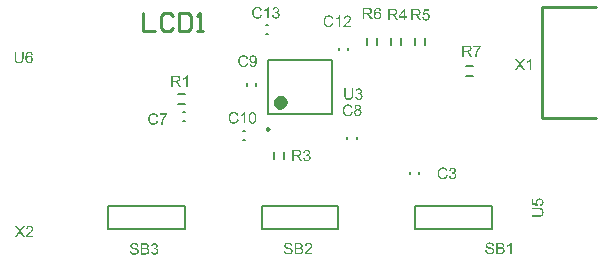
<source format=gto>
G04*
G04 #@! TF.GenerationSoftware,Altium Limited,Altium Designer,20.2.4 (192)*
G04*
G04 Layer_Color=65535*
%FSLAX25Y25*%
%MOIN*%
G70*
G04*
G04 #@! TF.SameCoordinates,121250D4-26CC-48BE-A980-2B83B7959B4A*
G04*
G04*
G04 #@! TF.FilePolarity,Positive*
G04*
G01*
G75*
%ADD10C,0.00984*%
%ADD11C,0.02362*%
%ADD12C,0.00787*%
%ADD13C,0.01000*%
G36*
X60250Y29378D02*
X60246Y29374D01*
X60234Y29362D01*
X60214Y29337D01*
X60189Y29308D01*
X60156Y29267D01*
X60115Y29222D01*
X60074Y29169D01*
X60025Y29107D01*
X59972Y29038D01*
X59914Y28960D01*
X59853Y28874D01*
X59791Y28784D01*
X59730Y28689D01*
X59664Y28583D01*
X59594Y28472D01*
X59529Y28357D01*
X59525Y28349D01*
X59512Y28328D01*
X59496Y28296D01*
X59471Y28246D01*
X59443Y28189D01*
X59406Y28119D01*
X59369Y28041D01*
X59328Y27955D01*
X59287Y27861D01*
X59242Y27759D01*
X59197Y27648D01*
X59152Y27537D01*
X59106Y27418D01*
X59061Y27295D01*
X58983Y27045D01*
Y27041D01*
X58979Y27025D01*
X58971Y26996D01*
X58963Y26963D01*
X58951Y26918D01*
X58938Y26865D01*
X58922Y26803D01*
X58910Y26738D01*
X58893Y26664D01*
X58881Y26582D01*
X58865Y26496D01*
X58852Y26406D01*
X58836Y26311D01*
X58824Y26213D01*
X58807Y26008D01*
X58332D01*
Y26012D01*
Y26028D01*
Y26053D01*
X58336Y26086D01*
X58340Y26131D01*
X58344Y26180D01*
X58348Y26242D01*
X58356Y26307D01*
X58364Y26385D01*
X58377Y26463D01*
X58389Y26553D01*
X58405Y26647D01*
X58426Y26750D01*
X58446Y26856D01*
X58475Y26967D01*
X58504Y27082D01*
X58508Y27090D01*
X58512Y27111D01*
X58520Y27143D01*
X58537Y27189D01*
X58553Y27246D01*
X58574Y27316D01*
X58598Y27390D01*
X58627Y27472D01*
X58660Y27562D01*
X58697Y27660D01*
X58733Y27763D01*
X58779Y27865D01*
X58873Y28082D01*
X58983Y28304D01*
X58988Y28312D01*
X59000Y28328D01*
X59016Y28361D01*
X59037Y28402D01*
X59070Y28451D01*
X59102Y28509D01*
X59143Y28574D01*
X59184Y28648D01*
X59234Y28722D01*
X59287Y28804D01*
X59402Y28968D01*
X59525Y29136D01*
X59590Y29218D01*
X59656Y29296D01*
X57803D01*
Y29743D01*
X60250D01*
Y29378D01*
D02*
G37*
G36*
X55954Y29788D02*
X55999D01*
X56052Y29784D01*
X56113Y29780D01*
X56236Y29768D01*
X56364Y29747D01*
X56487Y29722D01*
X56540Y29706D01*
X56593Y29690D01*
X56597D01*
X56605Y29686D01*
X56618Y29677D01*
X56638Y29669D01*
X56687Y29645D01*
X56745Y29608D01*
X56815Y29558D01*
X56884Y29493D01*
X56954Y29419D01*
X57016Y29329D01*
Y29325D01*
X57024Y29317D01*
X57032Y29304D01*
X57040Y29284D01*
X57052Y29259D01*
X57065Y29230D01*
X57081Y29198D01*
X57098Y29161D01*
X57126Y29075D01*
X57151Y28980D01*
X57167Y28874D01*
X57175Y28759D01*
Y28755D01*
Y28743D01*
Y28718D01*
X57171Y28693D01*
X57167Y28657D01*
X57163Y28615D01*
X57155Y28570D01*
X57143Y28521D01*
X57110Y28415D01*
X57089Y28357D01*
X57065Y28300D01*
X57036Y28242D01*
X56999Y28185D01*
X56958Y28132D01*
X56913Y28078D01*
X56909Y28074D01*
X56901Y28066D01*
X56884Y28054D01*
X56864Y28033D01*
X56835Y28013D01*
X56802Y27988D01*
X56761Y27959D01*
X56712Y27931D01*
X56659Y27902D01*
X56601Y27873D01*
X56536Y27845D01*
X56462Y27816D01*
X56384Y27791D01*
X56298Y27767D01*
X56204Y27746D01*
X56105Y27730D01*
X56109D01*
X56113Y27726D01*
X56138Y27714D01*
X56175Y27693D01*
X56220Y27668D01*
X56269Y27640D01*
X56318Y27611D01*
X56368Y27574D01*
X56409Y27541D01*
X56413Y27537D01*
X56417Y27533D01*
X56429Y27521D01*
X56446Y27504D01*
X56466Y27484D01*
X56491Y27459D01*
X56544Y27402D01*
X56605Y27328D01*
X56675Y27242D01*
X56749Y27143D01*
X56823Y27037D01*
X57479Y26008D01*
X56852D01*
X56351Y26795D01*
X56347Y26799D01*
X56343Y26812D01*
X56331Y26828D01*
X56314Y26852D01*
X56298Y26881D01*
X56273Y26914D01*
X56224Y26988D01*
X56167Y27074D01*
X56109Y27160D01*
X56048Y27242D01*
X55990Y27316D01*
Y27320D01*
X55982Y27324D01*
X55966Y27345D01*
X55941Y27377D01*
X55904Y27414D01*
X55867Y27455D01*
X55822Y27496D01*
X55777Y27537D01*
X55736Y27566D01*
X55732Y27570D01*
X55716Y27578D01*
X55695Y27590D01*
X55667Y27607D01*
X55630Y27623D01*
X55593Y27640D01*
X55552Y27656D01*
X55507Y27668D01*
X55503D01*
X55490Y27672D01*
X55470Y27676D01*
X55441Y27681D01*
X55400D01*
X55351Y27685D01*
X55294Y27689D01*
X54650D01*
Y26008D01*
X54150D01*
Y29792D01*
X55909D01*
X55954Y29788D01*
D02*
G37*
G36*
X25984Y42325D02*
X26021Y42321D01*
X26066Y42317D01*
X26116Y42309D01*
X26169Y42296D01*
X26288Y42268D01*
X26345Y42247D01*
X26411Y42222D01*
X26472Y42194D01*
X26530Y42157D01*
X26587Y42120D01*
X26645Y42075D01*
X26649Y42071D01*
X26657Y42063D01*
X26673Y42050D01*
X26690Y42030D01*
X26714Y42005D01*
X26739Y41972D01*
X26768Y41935D01*
X26796Y41895D01*
X26825Y41849D01*
X26854Y41796D01*
X26882Y41739D01*
X26911Y41677D01*
X26936Y41611D01*
X26956Y41542D01*
X26977Y41468D01*
X26989Y41386D01*
X26526Y41349D01*
Y41353D01*
X26522Y41361D01*
X26517Y41374D01*
X26513Y41394D01*
X26501Y41443D01*
X26480Y41501D01*
X26456Y41566D01*
X26423Y41632D01*
X26390Y41693D01*
X26349Y41747D01*
X26345Y41751D01*
X26341Y41755D01*
X26329Y41767D01*
X26316Y41780D01*
X26276Y41813D01*
X26218Y41849D01*
X26153Y41886D01*
X26070Y41915D01*
X25980Y41940D01*
X25931Y41944D01*
X25882Y41948D01*
X25845D01*
X25800Y41940D01*
X25747Y41931D01*
X25685Y41915D01*
X25620Y41895D01*
X25554Y41862D01*
X25488Y41821D01*
X25484D01*
X25480Y41813D01*
X25468Y41804D01*
X25451Y41792D01*
X25414Y41755D01*
X25365Y41702D01*
X25308Y41636D01*
X25251Y41554D01*
X25197Y41460D01*
X25144Y41353D01*
Y41349D01*
X25140Y41341D01*
X25132Y41320D01*
X25123Y41296D01*
X25115Y41267D01*
X25103Y41226D01*
X25091Y41181D01*
X25078Y41132D01*
X25066Y41074D01*
X25058Y41009D01*
X25045Y40935D01*
X25033Y40857D01*
X25025Y40775D01*
X25021Y40685D01*
X25017Y40587D01*
X25013Y40488D01*
X25013Y40488D01*
Y40484D01*
X25013Y40488D01*
X25021Y40496D01*
X25029Y40509D01*
X25041Y40525D01*
X25078Y40570D01*
X25123Y40628D01*
X25185Y40689D01*
X25255Y40751D01*
X25332Y40808D01*
X25419Y40861D01*
X25423D01*
X25431Y40865D01*
X25443Y40874D01*
X25460Y40882D01*
X25484Y40890D01*
X25509Y40902D01*
X25574Y40927D01*
X25652Y40947D01*
X25738Y40968D01*
X25833Y40984D01*
X25931Y40988D01*
X25952D01*
X25976Y40984D01*
X26009D01*
X26050Y40976D01*
X26095Y40972D01*
X26148Y40960D01*
X26206Y40947D01*
X26263Y40927D01*
X26329Y40906D01*
X26394Y40878D01*
X26460Y40845D01*
X26530Y40804D01*
X26595Y40759D01*
X26661Y40705D01*
X26722Y40644D01*
X26726Y40640D01*
X26735Y40628D01*
X26751Y40611D01*
X26776Y40582D01*
X26800Y40550D01*
X26825Y40509D01*
X26858Y40459D01*
X26886Y40406D01*
X26915Y40345D01*
X26948Y40279D01*
X26972Y40205D01*
X27001Y40127D01*
X27022Y40045D01*
X27038Y39955D01*
X27046Y39861D01*
X27050Y39762D01*
Y39758D01*
Y39746D01*
Y39730D01*
X27046Y39701D01*
Y39672D01*
X27042Y39635D01*
X27038Y39590D01*
X27030Y39545D01*
X27013Y39443D01*
X26985Y39332D01*
X26948Y39217D01*
X26895Y39098D01*
Y39094D01*
X26886Y39086D01*
X26878Y39070D01*
X26866Y39049D01*
X26849Y39024D01*
X26833Y38996D01*
X26784Y38926D01*
X26726Y38852D01*
X26653Y38774D01*
X26567Y38696D01*
X26472Y38631D01*
X26468D01*
X26460Y38623D01*
X26444Y38614D01*
X26423Y38606D01*
X26399Y38594D01*
X26370Y38582D01*
X26333Y38565D01*
X26296Y38553D01*
X26206Y38520D01*
X26099Y38495D01*
X25984Y38479D01*
X25861Y38471D01*
X25837D01*
X25804Y38475D01*
X25763Y38479D01*
X25714Y38483D01*
X25656Y38495D01*
X25595Y38508D01*
X25525Y38524D01*
X25451Y38549D01*
X25374Y38574D01*
X25296Y38610D01*
X25218Y38651D01*
X25136Y38701D01*
X25062Y38758D01*
X24984Y38824D01*
X24914Y38897D01*
X24910Y38901D01*
X24898Y38918D01*
X24882Y38943D01*
X24857Y38979D01*
X24828Y39024D01*
X24800Y39082D01*
X24767Y39151D01*
X24734Y39234D01*
X24697Y39324D01*
X24664Y39426D01*
X24635Y39541D01*
X24607Y39668D01*
X24582Y39808D01*
X24566Y39959D01*
X24554Y40123D01*
X24549Y40299D01*
Y40304D01*
Y40312D01*
Y40328D01*
Y40349D01*
Y40373D01*
X24554Y40406D01*
Y40439D01*
X24558Y40480D01*
X24562Y40570D01*
X24570Y40673D01*
X24582Y40788D01*
X24599Y40910D01*
X24623Y41042D01*
X24648Y41173D01*
X24681Y41304D01*
X24722Y41435D01*
X24767Y41562D01*
X24820Y41685D01*
X24886Y41796D01*
X24955Y41895D01*
X24959Y41899D01*
X24972Y41915D01*
X24992Y41935D01*
X25021Y41964D01*
X25054Y41997D01*
X25099Y42034D01*
X25148Y42071D01*
X25205Y42112D01*
X25271Y42153D01*
X25345Y42190D01*
X25423Y42226D01*
X25509Y42259D01*
X25599Y42288D01*
X25697Y42309D01*
X25800Y42325D01*
X25911Y42329D01*
X25956D01*
X25984Y42325D01*
D02*
G37*
G36*
X22754Y42313D02*
X22799D01*
X22852Y42309D01*
X22914Y42305D01*
X23036Y42292D01*
X23164Y42272D01*
X23287Y42247D01*
X23340Y42231D01*
X23393Y42214D01*
X23397D01*
X23405Y42210D01*
X23418Y42202D01*
X23438Y42194D01*
X23487Y42169D01*
X23545Y42132D01*
X23615Y42083D01*
X23684Y42017D01*
X23754Y41944D01*
X23816Y41853D01*
Y41849D01*
X23824Y41841D01*
X23832Y41829D01*
X23840Y41808D01*
X23852Y41784D01*
X23865Y41755D01*
X23881Y41722D01*
X23898Y41685D01*
X23926Y41599D01*
X23951Y41505D01*
X23967Y41398D01*
X23975Y41284D01*
Y41280D01*
Y41267D01*
Y41243D01*
X23971Y41218D01*
X23967Y41181D01*
X23963Y41140D01*
X23955Y41095D01*
X23943Y41046D01*
X23910Y40939D01*
X23889Y40882D01*
X23865Y40824D01*
X23836Y40767D01*
X23799Y40710D01*
X23758Y40656D01*
X23713Y40603D01*
X23709Y40599D01*
X23701Y40591D01*
X23684Y40578D01*
X23664Y40558D01*
X23635Y40537D01*
X23602Y40513D01*
X23561Y40484D01*
X23512Y40455D01*
X23459Y40427D01*
X23401Y40398D01*
X23336Y40369D01*
X23262Y40341D01*
X23184Y40316D01*
X23098Y40291D01*
X23004Y40271D01*
X22905Y40255D01*
X22909D01*
X22914Y40250D01*
X22938Y40238D01*
X22975Y40218D01*
X23020Y40193D01*
X23069Y40164D01*
X23119Y40136D01*
X23168Y40099D01*
X23209Y40066D01*
X23213Y40062D01*
X23217Y40058D01*
X23229Y40045D01*
X23246Y40029D01*
X23266Y40008D01*
X23291Y39984D01*
X23344Y39926D01*
X23405Y39853D01*
X23475Y39767D01*
X23549Y39668D01*
X23623Y39562D01*
X24279Y38533D01*
X23652D01*
X23151Y39320D01*
X23147Y39324D01*
X23143Y39336D01*
X23131Y39352D01*
X23114Y39377D01*
X23098Y39406D01*
X23073Y39439D01*
X23024Y39512D01*
X22967Y39599D01*
X22909Y39685D01*
X22848Y39767D01*
X22791Y39840D01*
Y39845D01*
X22782Y39849D01*
X22766Y39869D01*
X22741Y39902D01*
X22704Y39939D01*
X22668Y39980D01*
X22622Y40021D01*
X22577Y40062D01*
X22536Y40090D01*
X22532Y40095D01*
X22516Y40103D01*
X22495Y40115D01*
X22467Y40132D01*
X22430Y40148D01*
X22393Y40164D01*
X22352Y40181D01*
X22307Y40193D01*
X22303D01*
X22290Y40197D01*
X22270Y40201D01*
X22241Y40205D01*
X22200D01*
X22151Y40209D01*
X22094Y40214D01*
X21450D01*
Y38533D01*
X20950D01*
Y42317D01*
X22708D01*
X22754Y42313D01*
D02*
G37*
G36*
X-55176Y-36046D02*
X-55130Y-36051D01*
X-55085Y-36055D01*
X-55032Y-36059D01*
X-54917Y-36075D01*
X-54790Y-36100D01*
X-54663Y-36136D01*
X-54540Y-36182D01*
X-54536D01*
X-54528Y-36190D01*
X-54507Y-36194D01*
X-54487Y-36206D01*
X-54462Y-36223D01*
X-54429Y-36239D01*
X-54360Y-36280D01*
X-54277Y-36338D01*
X-54196Y-36407D01*
X-54118Y-36485D01*
X-54048Y-36579D01*
X-54044Y-36583D01*
X-54040Y-36592D01*
X-54032Y-36604D01*
X-54019Y-36625D01*
X-54007Y-36649D01*
X-53991Y-36678D01*
X-53978Y-36715D01*
X-53958Y-36751D01*
X-53925Y-36838D01*
X-53896Y-36940D01*
X-53872Y-37051D01*
X-53859Y-37174D01*
X-54339Y-37211D01*
Y-37207D01*
X-54343Y-37194D01*
Y-37178D01*
X-54347Y-37153D01*
X-54355Y-37121D01*
X-54364Y-37088D01*
X-54388Y-37010D01*
X-54421Y-36924D01*
X-54470Y-36834D01*
X-54528Y-36747D01*
X-54564Y-36711D01*
X-54606Y-36674D01*
X-54610Y-36669D01*
X-54614Y-36665D01*
X-54630Y-36657D01*
X-54647Y-36645D01*
X-54671Y-36633D01*
X-54700Y-36616D01*
X-54733Y-36600D01*
X-54770Y-36579D01*
X-54815Y-36563D01*
X-54864Y-36547D01*
X-54917Y-36530D01*
X-54975Y-36518D01*
X-55040Y-36505D01*
X-55110Y-36497D01*
X-55184Y-36489D01*
X-55303D01*
X-55335Y-36493D01*
X-55372D01*
X-55413Y-36497D01*
X-55462Y-36501D01*
X-55512Y-36510D01*
X-55622Y-36530D01*
X-55729Y-36559D01*
X-55831Y-36600D01*
X-55881Y-36629D01*
X-55922Y-36657D01*
X-55926D01*
X-55930Y-36665D01*
X-55954Y-36686D01*
X-55987Y-36723D01*
X-56024Y-36772D01*
X-56061Y-36830D01*
X-56094Y-36899D01*
X-56118Y-36973D01*
X-56123Y-37014D01*
X-56127Y-37059D01*
Y-37063D01*
Y-37067D01*
X-56123Y-37092D01*
X-56118Y-37129D01*
X-56110Y-37174D01*
X-56090Y-37227D01*
X-56065Y-37285D01*
X-56032Y-37338D01*
X-55983Y-37391D01*
X-55975Y-37395D01*
X-55967Y-37403D01*
X-55950Y-37416D01*
X-55930Y-37428D01*
X-55905Y-37440D01*
X-55872Y-37457D01*
X-55836Y-37477D01*
X-55790Y-37498D01*
X-55737Y-37518D01*
X-55676Y-37539D01*
X-55606Y-37563D01*
X-55524Y-37588D01*
X-55438Y-37613D01*
X-55339Y-37641D01*
X-55229Y-37666D01*
X-55221D01*
X-55200Y-37670D01*
X-55171Y-37678D01*
X-55130Y-37690D01*
X-55081Y-37699D01*
X-55024Y-37715D01*
X-54962Y-37727D01*
X-54897Y-37748D01*
X-54757Y-37785D01*
X-54618Y-37822D01*
X-54552Y-37842D01*
X-54495Y-37863D01*
X-54438Y-37883D01*
X-54392Y-37904D01*
X-54388D01*
X-54376Y-37912D01*
X-54360Y-37920D01*
X-54339Y-37932D01*
X-54310Y-37945D01*
X-54277Y-37965D01*
X-54208Y-38010D01*
X-54126Y-38063D01*
X-54048Y-38129D01*
X-53970Y-38207D01*
X-53937Y-38248D01*
X-53904Y-38289D01*
Y-38293D01*
X-53896Y-38301D01*
X-53888Y-38314D01*
X-53880Y-38330D01*
X-53868Y-38350D01*
X-53855Y-38379D01*
X-53822Y-38445D01*
X-53794Y-38523D01*
X-53769Y-38613D01*
X-53753Y-38715D01*
X-53745Y-38826D01*
Y-38830D01*
Y-38838D01*
Y-38855D01*
X-53749Y-38875D01*
Y-38904D01*
X-53753Y-38933D01*
X-53765Y-39011D01*
X-53786Y-39097D01*
X-53818Y-39191D01*
X-53864Y-39289D01*
X-53888Y-39343D01*
X-53921Y-39392D01*
Y-39396D01*
X-53929Y-39404D01*
X-53937Y-39417D01*
X-53954Y-39437D01*
X-53991Y-39482D01*
X-54048Y-39544D01*
X-54118Y-39609D01*
X-54204Y-39679D01*
X-54302Y-39744D01*
X-54417Y-39806D01*
X-54421D01*
X-54433Y-39814D01*
X-54450Y-39818D01*
X-54474Y-39831D01*
X-54503Y-39839D01*
X-54540Y-39851D01*
X-54581Y-39867D01*
X-54630Y-39880D01*
X-54679Y-39892D01*
X-54737Y-39909D01*
X-54860Y-39929D01*
X-54995Y-39945D01*
X-55143Y-39954D01*
X-55192D01*
X-55229Y-39950D01*
X-55274D01*
X-55323Y-39945D01*
X-55380Y-39941D01*
X-55446Y-39933D01*
X-55581Y-39917D01*
X-55725Y-39892D01*
X-55868Y-39855D01*
X-56008Y-39806D01*
X-56012D01*
X-56024Y-39798D01*
X-56041Y-39790D01*
X-56065Y-39777D01*
X-56094Y-39761D01*
X-56127Y-39744D01*
X-56204Y-39695D01*
X-56291Y-39634D01*
X-56381Y-39556D01*
X-56471Y-39466D01*
X-56549Y-39359D01*
X-56553Y-39355D01*
X-56557Y-39347D01*
X-56565Y-39331D01*
X-56578Y-39306D01*
X-56594Y-39277D01*
X-56611Y-39244D01*
X-56631Y-39203D01*
X-56647Y-39158D01*
X-56668Y-39113D01*
X-56684Y-39060D01*
X-56717Y-38941D01*
X-56742Y-38814D01*
X-56750Y-38744D01*
X-56754Y-38675D01*
X-56282Y-38633D01*
Y-38638D01*
Y-38646D01*
X-56278Y-38662D01*
X-56274Y-38683D01*
X-56270Y-38707D01*
X-56266Y-38732D01*
X-56250Y-38802D01*
X-56229Y-38875D01*
X-56204Y-38953D01*
X-56172Y-39031D01*
X-56131Y-39105D01*
X-56127Y-39113D01*
X-56106Y-39134D01*
X-56077Y-39166D01*
X-56037Y-39208D01*
X-55983Y-39257D01*
X-55918Y-39302D01*
X-55840Y-39351D01*
X-55749Y-39396D01*
X-55745D01*
X-55737Y-39400D01*
X-55725Y-39404D01*
X-55704Y-39413D01*
X-55680Y-39421D01*
X-55651Y-39433D01*
X-55618Y-39441D01*
X-55581Y-39449D01*
X-55495Y-39470D01*
X-55393Y-39490D01*
X-55286Y-39503D01*
X-55167Y-39507D01*
X-55118D01*
X-55093Y-39503D01*
X-55065D01*
X-54999Y-39494D01*
X-54921Y-39486D01*
X-54835Y-39474D01*
X-54749Y-39453D01*
X-54667Y-39425D01*
X-54663D01*
X-54659Y-39421D01*
X-54647Y-39417D01*
X-54630Y-39408D01*
X-54593Y-39388D01*
X-54544Y-39363D01*
X-54491Y-39331D01*
X-54433Y-39289D01*
X-54384Y-39244D01*
X-54339Y-39191D01*
X-54335Y-39183D01*
X-54323Y-39166D01*
X-54302Y-39134D01*
X-54282Y-39093D01*
X-54265Y-39044D01*
X-54245Y-38990D01*
X-54232Y-38929D01*
X-54228Y-38867D01*
Y-38863D01*
Y-38859D01*
Y-38838D01*
X-54232Y-38802D01*
X-54241Y-38761D01*
X-54253Y-38711D01*
X-54273Y-38658D01*
X-54298Y-38605D01*
X-54335Y-38555D01*
X-54339Y-38551D01*
X-54355Y-38535D01*
X-54380Y-38510D01*
X-54417Y-38478D01*
X-54462Y-38445D01*
X-54524Y-38408D01*
X-54593Y-38371D01*
X-54675Y-38334D01*
X-54684Y-38330D01*
X-54692Y-38326D01*
X-54708Y-38322D01*
X-54725Y-38318D01*
X-54749Y-38310D01*
X-54782Y-38297D01*
X-54815Y-38289D01*
X-54860Y-38277D01*
X-54905Y-38260D01*
X-54962Y-38248D01*
X-55024Y-38232D01*
X-55093Y-38211D01*
X-55167Y-38195D01*
X-55253Y-38170D01*
X-55348Y-38150D01*
X-55352D01*
X-55368Y-38146D01*
X-55397Y-38137D01*
X-55430Y-38129D01*
X-55475Y-38117D01*
X-55524Y-38105D01*
X-55573Y-38088D01*
X-55631Y-38072D01*
X-55753Y-38035D01*
X-55872Y-37994D01*
X-55930Y-37973D01*
X-55983Y-37953D01*
X-56032Y-37932D01*
X-56073Y-37912D01*
X-56077D01*
X-56086Y-37904D01*
X-56098Y-37895D01*
X-56118Y-37887D01*
X-56168Y-37859D01*
X-56225Y-37817D01*
X-56295Y-37764D01*
X-56360Y-37707D01*
X-56426Y-37637D01*
X-56479Y-37563D01*
Y-37559D01*
X-56483Y-37555D01*
X-56492Y-37543D01*
X-56500Y-37526D01*
X-56520Y-37481D01*
X-56545Y-37424D01*
X-56569Y-37354D01*
X-56590Y-37272D01*
X-56606Y-37182D01*
X-56611Y-37088D01*
Y-37084D01*
Y-37075D01*
Y-37059D01*
X-56606Y-37038D01*
Y-37014D01*
X-56602Y-36985D01*
X-56590Y-36911D01*
X-56569Y-36830D01*
X-56545Y-36743D01*
X-56504Y-36649D01*
X-56450Y-36555D01*
Y-36551D01*
X-56442Y-36542D01*
X-56434Y-36530D01*
X-56422Y-36514D01*
X-56381Y-36469D01*
X-56327Y-36411D01*
X-56262Y-36350D01*
X-56180Y-36288D01*
X-56086Y-36227D01*
X-55975Y-36173D01*
X-55971D01*
X-55963Y-36169D01*
X-55942Y-36161D01*
X-55922Y-36153D01*
X-55893Y-36145D01*
X-55856Y-36132D01*
X-55815Y-36120D01*
X-55770Y-36108D01*
X-55721Y-36095D01*
X-55667Y-36083D01*
X-55553Y-36063D01*
X-55422Y-36046D01*
X-55282Y-36042D01*
X-55212D01*
X-55176Y-36046D01*
D02*
G37*
G36*
X-48460Y-36100D02*
X-48431Y-36104D01*
X-48353Y-36112D01*
X-48267Y-36128D01*
X-48169Y-36153D01*
X-48070Y-36186D01*
X-47972Y-36231D01*
X-47968D01*
X-47959Y-36235D01*
X-47947Y-36243D01*
X-47927Y-36255D01*
X-47881Y-36284D01*
X-47824Y-36325D01*
X-47759Y-36378D01*
X-47693Y-36440D01*
X-47627Y-36510D01*
X-47570Y-36592D01*
Y-36596D01*
X-47566Y-36600D01*
X-47558Y-36616D01*
X-47550Y-36633D01*
X-47537Y-36653D01*
X-47525Y-36678D01*
X-47500Y-36739D01*
X-47476Y-36813D01*
X-47451Y-36895D01*
X-47435Y-36985D01*
X-47431Y-37080D01*
Y-37084D01*
Y-37092D01*
Y-37104D01*
Y-37121D01*
X-47439Y-37170D01*
X-47447Y-37227D01*
X-47463Y-37297D01*
X-47488Y-37371D01*
X-47521Y-37449D01*
X-47566Y-37526D01*
Y-37530D01*
X-47570Y-37535D01*
X-47590Y-37559D01*
X-47619Y-37596D01*
X-47664Y-37641D01*
X-47717Y-37694D01*
X-47787Y-37748D01*
X-47865Y-37797D01*
X-47955Y-37846D01*
X-47951D01*
X-47939Y-37850D01*
X-47923Y-37854D01*
X-47898Y-37863D01*
X-47873Y-37871D01*
X-47841Y-37883D01*
X-47763Y-37916D01*
X-47681Y-37961D01*
X-47594Y-38014D01*
X-47508Y-38084D01*
X-47435Y-38170D01*
X-47431Y-38174D01*
X-47426Y-38183D01*
X-47418Y-38195D01*
X-47406Y-38215D01*
X-47390Y-38236D01*
X-47373Y-38264D01*
X-47357Y-38297D01*
X-47340Y-38338D01*
X-47324Y-38379D01*
X-47308Y-38424D01*
X-47275Y-38527D01*
X-47254Y-38646D01*
X-47246Y-38711D01*
Y-38777D01*
Y-38781D01*
Y-38797D01*
X-47250Y-38826D01*
Y-38859D01*
X-47258Y-38904D01*
X-47267Y-38953D01*
X-47275Y-39007D01*
X-47291Y-39068D01*
X-47312Y-39134D01*
X-47336Y-39199D01*
X-47365Y-39269D01*
X-47402Y-39339D01*
X-47443Y-39413D01*
X-47492Y-39482D01*
X-47545Y-39552D01*
X-47611Y-39617D01*
X-47615Y-39622D01*
X-47627Y-39634D01*
X-47648Y-39650D01*
X-47677Y-39671D01*
X-47709Y-39695D01*
X-47754Y-39724D01*
X-47804Y-39757D01*
X-47861Y-39786D01*
X-47923Y-39818D01*
X-47992Y-39851D01*
X-48066Y-39880D01*
X-48148Y-39904D01*
X-48234Y-39925D01*
X-48324Y-39941D01*
X-48419Y-39954D01*
X-48521Y-39958D01*
X-48542D01*
X-48570Y-39954D01*
X-48603D01*
X-48648Y-39950D01*
X-48697Y-39941D01*
X-48751Y-39933D01*
X-48812Y-39921D01*
X-48878Y-39904D01*
X-48943Y-39884D01*
X-49013Y-39863D01*
X-49083Y-39835D01*
X-49153Y-39798D01*
X-49218Y-39761D01*
X-49288Y-39716D01*
X-49349Y-39663D01*
X-49353Y-39658D01*
X-49362Y-39650D01*
X-49378Y-39634D01*
X-49403Y-39609D01*
X-49427Y-39581D01*
X-49456Y-39544D01*
X-49485Y-39503D01*
X-49518Y-39453D01*
X-49550Y-39404D01*
X-49583Y-39343D01*
X-49616Y-39281D01*
X-49645Y-39211D01*
X-49669Y-39138D01*
X-49694Y-39060D01*
X-49710Y-38978D01*
X-49722Y-38892D01*
X-49259Y-38830D01*
Y-38834D01*
X-49255Y-38847D01*
X-49251Y-38867D01*
X-49243Y-38896D01*
X-49235Y-38929D01*
X-49226Y-38966D01*
X-49198Y-39052D01*
X-49161Y-39146D01*
X-49116Y-39240D01*
X-49058Y-39326D01*
X-49025Y-39363D01*
X-48993Y-39400D01*
X-48989D01*
X-48984Y-39408D01*
X-48972Y-39417D01*
X-48960Y-39429D01*
X-48919Y-39453D01*
X-48862Y-39486D01*
X-48792Y-39519D01*
X-48714Y-39544D01*
X-48619Y-39564D01*
X-48521Y-39572D01*
X-48488D01*
X-48464Y-39568D01*
X-48439Y-39564D01*
X-48402Y-39560D01*
X-48328Y-39544D01*
X-48238Y-39519D01*
X-48144Y-39478D01*
X-48099Y-39449D01*
X-48054Y-39421D01*
X-48009Y-39388D01*
X-47964Y-39347D01*
X-47959Y-39343D01*
X-47955Y-39335D01*
X-47943Y-39322D01*
X-47927Y-39306D01*
X-47910Y-39285D01*
X-47894Y-39257D01*
X-47873Y-39228D01*
X-47849Y-39191D01*
X-47808Y-39109D01*
X-47775Y-39015D01*
X-47746Y-38904D01*
X-47742Y-38847D01*
X-47738Y-38785D01*
Y-38781D01*
Y-38773D01*
Y-38752D01*
X-47742Y-38732D01*
X-47746Y-38703D01*
X-47750Y-38675D01*
X-47763Y-38601D01*
X-47791Y-38515D01*
X-47828Y-38428D01*
X-47853Y-38383D01*
X-47881Y-38342D01*
X-47914Y-38301D01*
X-47951Y-38260D01*
X-47955Y-38256D01*
X-47959Y-38252D01*
X-47972Y-38240D01*
X-47988Y-38228D01*
X-48009Y-38211D01*
X-48033Y-38195D01*
X-48095Y-38154D01*
X-48173Y-38117D01*
X-48263Y-38084D01*
X-48365Y-38059D01*
X-48423Y-38055D01*
X-48480Y-38051D01*
X-48505D01*
X-48533Y-38055D01*
X-48570D01*
X-48619Y-38063D01*
X-48673Y-38072D01*
X-48739Y-38084D01*
X-48808Y-38100D01*
X-48759Y-37694D01*
X-48751D01*
X-48730Y-37699D01*
X-48706Y-37703D01*
X-48652D01*
X-48632Y-37699D01*
X-48603D01*
X-48575Y-37694D01*
X-48505Y-37682D01*
X-48423Y-37666D01*
X-48333Y-37637D01*
X-48238Y-37600D01*
X-48148Y-37547D01*
X-48144D01*
X-48136Y-37539D01*
X-48128Y-37530D01*
X-48111Y-37518D01*
X-48070Y-37481D01*
X-48025Y-37428D01*
X-47984Y-37363D01*
X-47943Y-37280D01*
X-47927Y-37235D01*
X-47918Y-37182D01*
X-47910Y-37129D01*
X-47906Y-37071D01*
Y-37067D01*
Y-37059D01*
Y-37047D01*
X-47910Y-37026D01*
X-47914Y-36981D01*
X-47927Y-36920D01*
X-47947Y-36854D01*
X-47980Y-36784D01*
X-48025Y-36711D01*
X-48050Y-36678D01*
X-48083Y-36645D01*
X-48091Y-36637D01*
X-48115Y-36620D01*
X-48152Y-36592D01*
X-48201Y-36559D01*
X-48267Y-36530D01*
X-48345Y-36501D01*
X-48431Y-36485D01*
X-48529Y-36477D01*
X-48554D01*
X-48575Y-36481D01*
X-48599D01*
X-48624Y-36485D01*
X-48689Y-36497D01*
X-48759Y-36518D01*
X-48837Y-36551D01*
X-48911Y-36592D01*
X-48984Y-36649D01*
X-48993Y-36657D01*
X-49013Y-36682D01*
X-49046Y-36719D01*
X-49079Y-36776D01*
X-49120Y-36846D01*
X-49157Y-36936D01*
X-49189Y-37038D01*
X-49214Y-37157D01*
X-49677Y-37075D01*
Y-37071D01*
X-49673Y-37055D01*
X-49669Y-37030D01*
X-49661Y-36998D01*
X-49649Y-36961D01*
X-49636Y-36916D01*
X-49620Y-36866D01*
X-49599Y-36813D01*
X-49546Y-36694D01*
X-49518Y-36637D01*
X-49481Y-36575D01*
X-49440Y-36518D01*
X-49395Y-36460D01*
X-49345Y-36403D01*
X-49292Y-36354D01*
X-49288Y-36350D01*
X-49280Y-36342D01*
X-49259Y-36329D01*
X-49239Y-36313D01*
X-49206Y-36292D01*
X-49173Y-36272D01*
X-49132Y-36247D01*
X-49083Y-36223D01*
X-49034Y-36202D01*
X-48976Y-36178D01*
X-48915Y-36157D01*
X-48849Y-36136D01*
X-48775Y-36120D01*
X-48702Y-36108D01*
X-48624Y-36100D01*
X-48542Y-36095D01*
X-48488D01*
X-48460Y-36100D01*
D02*
G37*
G36*
X-51559Y-36112D02*
X-51514D01*
X-51469Y-36116D01*
X-51416Y-36124D01*
X-51309Y-36136D01*
X-51190Y-36157D01*
X-51080Y-36186D01*
X-50973Y-36227D01*
X-50969D01*
X-50961Y-36231D01*
X-50948Y-36239D01*
X-50928Y-36247D01*
X-50883Y-36276D01*
X-50821Y-36313D01*
X-50756Y-36362D01*
X-50690Y-36424D01*
X-50625Y-36497D01*
X-50563Y-36579D01*
Y-36583D01*
X-50555Y-36592D01*
X-50551Y-36604D01*
X-50538Y-36620D01*
X-50526Y-36641D01*
X-50514Y-36669D01*
X-50485Y-36731D01*
X-50460Y-36805D01*
X-50436Y-36891D01*
X-50419Y-36981D01*
X-50411Y-37080D01*
Y-37084D01*
Y-37092D01*
Y-37104D01*
Y-37121D01*
X-50419Y-37166D01*
X-50428Y-37227D01*
X-50444Y-37297D01*
X-50469Y-37375D01*
X-50501Y-37453D01*
X-50547Y-37535D01*
Y-37539D01*
X-50551Y-37543D01*
X-50559Y-37555D01*
X-50571Y-37572D01*
X-50600Y-37608D01*
X-50645Y-37658D01*
X-50698Y-37711D01*
X-50768Y-37768D01*
X-50846Y-37826D01*
X-50940Y-37879D01*
X-50936D01*
X-50924Y-37883D01*
X-50907Y-37891D01*
X-50883Y-37900D01*
X-50854Y-37912D01*
X-50821Y-37924D01*
X-50747Y-37961D01*
X-50661Y-38006D01*
X-50575Y-38068D01*
X-50489Y-38137D01*
X-50415Y-38223D01*
X-50411Y-38228D01*
X-50407Y-38236D01*
X-50399Y-38248D01*
X-50387Y-38264D01*
X-50370Y-38289D01*
X-50354Y-38318D01*
X-50337Y-38350D01*
X-50321Y-38388D01*
X-50288Y-38469D01*
X-50256Y-38568D01*
X-50235Y-38679D01*
X-50227Y-38736D01*
Y-38797D01*
Y-38802D01*
Y-38810D01*
Y-38822D01*
Y-38842D01*
X-50231Y-38867D01*
Y-38892D01*
X-50239Y-38957D01*
X-50256Y-39035D01*
X-50276Y-39117D01*
X-50305Y-39208D01*
X-50342Y-39294D01*
Y-39298D01*
X-50346Y-39302D01*
X-50354Y-39314D01*
X-50362Y-39331D01*
X-50387Y-39371D01*
X-50419Y-39421D01*
X-50456Y-39478D01*
X-50506Y-39535D01*
X-50559Y-39593D01*
X-50620Y-39646D01*
X-50629Y-39650D01*
X-50649Y-39667D01*
X-50686Y-39687D01*
X-50735Y-39716D01*
X-50792Y-39744D01*
X-50862Y-39777D01*
X-50944Y-39806D01*
X-51034Y-39831D01*
X-51038D01*
X-51047Y-39835D01*
X-51059D01*
X-51080Y-39839D01*
X-51104Y-39843D01*
X-51133Y-39851D01*
X-51166Y-39855D01*
X-51202Y-39859D01*
X-51244Y-39867D01*
X-51293Y-39872D01*
X-51395Y-39884D01*
X-51514Y-39888D01*
X-51645Y-39892D01*
X-53084D01*
Y-36108D01*
X-51596D01*
X-51559Y-36112D01*
D02*
G37*
G36*
X-3857Y-35948D02*
X-3812Y-35952D01*
X-3767Y-35957D01*
X-3714Y-35961D01*
X-3599Y-35977D01*
X-3472Y-36002D01*
X-3345Y-36039D01*
X-3221Y-36084D01*
X-3217D01*
X-3209Y-36092D01*
X-3189Y-36096D01*
X-3168Y-36108D01*
X-3144Y-36125D01*
X-3111Y-36141D01*
X-3041Y-36182D01*
X-2959Y-36239D01*
X-2877Y-36309D01*
X-2799Y-36387D01*
X-2730Y-36481D01*
X-2725Y-36485D01*
X-2721Y-36494D01*
X-2713Y-36506D01*
X-2701Y-36527D01*
X-2688Y-36551D01*
X-2672Y-36580D01*
X-2660Y-36617D01*
X-2639Y-36654D01*
X-2606Y-36740D01*
X-2578Y-36842D01*
X-2553Y-36953D01*
X-2541Y-37076D01*
X-3021Y-37113D01*
Y-37109D01*
X-3025Y-37096D01*
Y-37080D01*
X-3029Y-37055D01*
X-3037Y-37023D01*
X-3045Y-36990D01*
X-3070Y-36912D01*
X-3103Y-36826D01*
X-3152Y-36736D01*
X-3209Y-36650D01*
X-3246Y-36613D01*
X-3287Y-36576D01*
X-3291Y-36572D01*
X-3295Y-36568D01*
X-3312Y-36559D01*
X-3328Y-36547D01*
X-3353Y-36535D01*
X-3381Y-36518D01*
X-3414Y-36502D01*
X-3451Y-36481D01*
X-3496Y-36465D01*
X-3545Y-36449D01*
X-3599Y-36432D01*
X-3656Y-36420D01*
X-3722Y-36408D01*
X-3791Y-36399D01*
X-3865Y-36391D01*
X-3984D01*
X-4017Y-36395D01*
X-4054D01*
X-4095Y-36399D01*
X-4144Y-36404D01*
X-4193Y-36412D01*
X-4304Y-36432D01*
X-4411Y-36461D01*
X-4513Y-36502D01*
X-4562Y-36531D01*
X-4603Y-36559D01*
X-4607D01*
X-4611Y-36568D01*
X-4636Y-36588D01*
X-4669Y-36625D01*
X-4706Y-36674D01*
X-4743Y-36731D01*
X-4775Y-36801D01*
X-4800Y-36875D01*
X-4804Y-36916D01*
X-4808Y-36961D01*
Y-36965D01*
Y-36969D01*
X-4804Y-36994D01*
X-4800Y-37031D01*
X-4792Y-37076D01*
X-4771Y-37129D01*
X-4747Y-37187D01*
X-4714Y-37240D01*
X-4665Y-37293D01*
X-4656Y-37297D01*
X-4648Y-37306D01*
X-4632Y-37318D01*
X-4611Y-37330D01*
X-4587Y-37342D01*
X-4554Y-37359D01*
X-4517Y-37379D01*
X-4472Y-37400D01*
X-4419Y-37420D01*
X-4357Y-37441D01*
X-4287Y-37465D01*
X-4205Y-37490D01*
X-4119Y-37515D01*
X-4021Y-37543D01*
X-3910Y-37568D01*
X-3902D01*
X-3882Y-37572D01*
X-3853Y-37580D01*
X-3812Y-37593D01*
X-3763Y-37601D01*
X-3705Y-37617D01*
X-3644Y-37629D01*
X-3578Y-37650D01*
X-3439Y-37687D01*
X-3299Y-37724D01*
X-3234Y-37744D01*
X-3176Y-37765D01*
X-3119Y-37785D01*
X-3074Y-37806D01*
X-3070D01*
X-3057Y-37814D01*
X-3041Y-37822D01*
X-3021Y-37834D01*
X-2992Y-37847D01*
X-2959Y-37867D01*
X-2889Y-37912D01*
X-2807Y-37966D01*
X-2730Y-38031D01*
X-2652Y-38109D01*
X-2619Y-38150D01*
X-2586Y-38191D01*
Y-38195D01*
X-2578Y-38203D01*
X-2570Y-38216D01*
X-2561Y-38232D01*
X-2549Y-38253D01*
X-2537Y-38281D01*
X-2504Y-38347D01*
X-2475Y-38425D01*
X-2451Y-38515D01*
X-2434Y-38618D01*
X-2426Y-38728D01*
Y-38732D01*
Y-38741D01*
Y-38757D01*
X-2430Y-38777D01*
Y-38806D01*
X-2434Y-38835D01*
X-2447Y-38913D01*
X-2467Y-38999D01*
X-2500Y-39093D01*
X-2545Y-39191D01*
X-2570Y-39245D01*
X-2602Y-39294D01*
Y-39298D01*
X-2611Y-39306D01*
X-2619Y-39319D01*
X-2635Y-39339D01*
X-2672Y-39384D01*
X-2730Y-39446D01*
X-2799Y-39511D01*
X-2885Y-39581D01*
X-2984Y-39647D01*
X-3098Y-39708D01*
X-3103D01*
X-3115Y-39716D01*
X-3131Y-39720D01*
X-3156Y-39733D01*
X-3185Y-39741D01*
X-3221Y-39753D01*
X-3263Y-39770D01*
X-3312Y-39782D01*
X-3361Y-39794D01*
X-3418Y-39811D01*
X-3541Y-39831D01*
X-3677Y-39847D01*
X-3824Y-39856D01*
X-3873D01*
X-3910Y-39852D01*
X-3955D01*
X-4005Y-39847D01*
X-4062Y-39843D01*
X-4128Y-39835D01*
X-4263Y-39819D01*
X-4406Y-39794D01*
X-4550Y-39757D01*
X-4689Y-39708D01*
X-4693D01*
X-4706Y-39700D01*
X-4722Y-39692D01*
X-4747Y-39679D01*
X-4775Y-39663D01*
X-4808Y-39647D01*
X-4886Y-39597D01*
X-4972Y-39536D01*
X-5062Y-39458D01*
X-5153Y-39368D01*
X-5231Y-39261D01*
X-5235Y-39257D01*
X-5239Y-39249D01*
X-5247Y-39233D01*
X-5259Y-39208D01*
X-5276Y-39179D01*
X-5292Y-39146D01*
X-5313Y-39105D01*
X-5329Y-39060D01*
X-5349Y-39015D01*
X-5366Y-38962D01*
X-5399Y-38843D01*
X-5423Y-38716D01*
X-5431Y-38646D01*
X-5435Y-38576D01*
X-4964Y-38535D01*
Y-38540D01*
Y-38548D01*
X-4960Y-38564D01*
X-4956Y-38585D01*
X-4952Y-38609D01*
X-4948Y-38634D01*
X-4931Y-38704D01*
X-4911Y-38777D01*
X-4886Y-38855D01*
X-4853Y-38933D01*
X-4812Y-39007D01*
X-4808Y-39015D01*
X-4788Y-39036D01*
X-4759Y-39068D01*
X-4718Y-39110D01*
X-4665Y-39159D01*
X-4599Y-39204D01*
X-4521Y-39253D01*
X-4431Y-39298D01*
X-4427D01*
X-4419Y-39302D01*
X-4406Y-39306D01*
X-4386Y-39314D01*
X-4361Y-39323D01*
X-4333Y-39335D01*
X-4300Y-39343D01*
X-4263Y-39351D01*
X-4177Y-39372D01*
X-4074Y-39392D01*
X-3968Y-39405D01*
X-3849Y-39409D01*
X-3800D01*
X-3775Y-39405D01*
X-3746D01*
X-3681Y-39397D01*
X-3603Y-39388D01*
X-3517Y-39376D01*
X-3431Y-39355D01*
X-3349Y-39327D01*
X-3345D01*
X-3340Y-39323D01*
X-3328Y-39319D01*
X-3312Y-39310D01*
X-3275Y-39290D01*
X-3226Y-39265D01*
X-3172Y-39233D01*
X-3115Y-39191D01*
X-3066Y-39146D01*
X-3021Y-39093D01*
X-3016Y-39085D01*
X-3004Y-39068D01*
X-2984Y-39036D01*
X-2963Y-38995D01*
X-2947Y-38945D01*
X-2926Y-38892D01*
X-2914Y-38831D01*
X-2910Y-38769D01*
Y-38765D01*
Y-38761D01*
Y-38741D01*
X-2914Y-38704D01*
X-2922Y-38663D01*
X-2935Y-38613D01*
X-2955Y-38560D01*
X-2980Y-38507D01*
X-3016Y-38458D01*
X-3021Y-38454D01*
X-3037Y-38437D01*
X-3062Y-38412D01*
X-3098Y-38380D01*
X-3144Y-38347D01*
X-3205Y-38310D01*
X-3275Y-38273D01*
X-3357Y-38236D01*
X-3365Y-38232D01*
X-3373Y-38228D01*
X-3390Y-38224D01*
X-3406Y-38220D01*
X-3431Y-38212D01*
X-3463Y-38199D01*
X-3496Y-38191D01*
X-3541Y-38179D01*
X-3586Y-38162D01*
X-3644Y-38150D01*
X-3705Y-38134D01*
X-3775Y-38113D01*
X-3849Y-38097D01*
X-3935Y-38072D01*
X-4029Y-38052D01*
X-4033D01*
X-4050Y-38048D01*
X-4078Y-38039D01*
X-4111Y-38031D01*
X-4156Y-38019D01*
X-4205Y-38007D01*
X-4255Y-37990D01*
X-4312Y-37974D01*
X-4435Y-37937D01*
X-4554Y-37896D01*
X-4611Y-37875D01*
X-4665Y-37855D01*
X-4714Y-37834D01*
X-4755Y-37814D01*
X-4759D01*
X-4767Y-37806D01*
X-4780Y-37797D01*
X-4800Y-37789D01*
X-4849Y-37761D01*
X-4907Y-37720D01*
X-4976Y-37666D01*
X-5042Y-37609D01*
X-5108Y-37539D01*
X-5161Y-37465D01*
Y-37461D01*
X-5165Y-37457D01*
X-5173Y-37445D01*
X-5181Y-37429D01*
X-5202Y-37383D01*
X-5226Y-37326D01*
X-5251Y-37256D01*
X-5271Y-37174D01*
X-5288Y-37084D01*
X-5292Y-36990D01*
Y-36986D01*
Y-36977D01*
Y-36961D01*
X-5288Y-36941D01*
Y-36916D01*
X-5284Y-36887D01*
X-5271Y-36814D01*
X-5251Y-36731D01*
X-5226Y-36645D01*
X-5185Y-36551D01*
X-5132Y-36457D01*
Y-36453D01*
X-5124Y-36445D01*
X-5116Y-36432D01*
X-5103Y-36416D01*
X-5062Y-36371D01*
X-5009Y-36313D01*
X-4944Y-36252D01*
X-4862Y-36190D01*
X-4767Y-36129D01*
X-4656Y-36075D01*
X-4652D01*
X-4644Y-36071D01*
X-4624Y-36063D01*
X-4603Y-36055D01*
X-4575Y-36047D01*
X-4538Y-36035D01*
X-4497Y-36022D01*
X-4451Y-36010D01*
X-4402Y-35998D01*
X-4349Y-35985D01*
X-4234Y-35965D01*
X-4103Y-35948D01*
X-3964Y-35944D01*
X-3894D01*
X-3857Y-35948D01*
D02*
G37*
G36*
X2937Y-36002D02*
X2982Y-36006D01*
X3035Y-36014D01*
X3097Y-36022D01*
X3158Y-36035D01*
X3228Y-36051D01*
X3297Y-36071D01*
X3371Y-36096D01*
X3441Y-36125D01*
X3515Y-36162D01*
X3585Y-36203D01*
X3650Y-36248D01*
X3712Y-36301D01*
X3716Y-36305D01*
X3724Y-36313D01*
X3740Y-36334D01*
X3761Y-36354D01*
X3785Y-36383D01*
X3814Y-36420D01*
X3843Y-36461D01*
X3872Y-36510D01*
X3900Y-36559D01*
X3929Y-36617D01*
X3958Y-36678D01*
X3982Y-36744D01*
X4003Y-36818D01*
X4019Y-36891D01*
X4027Y-36969D01*
X4031Y-37051D01*
Y-37055D01*
Y-37060D01*
Y-37072D01*
Y-37088D01*
X4027Y-37133D01*
X4019Y-37191D01*
X4007Y-37260D01*
X3990Y-37334D01*
X3970Y-37416D01*
X3937Y-37498D01*
Y-37502D01*
X3933Y-37506D01*
X3929Y-37519D01*
X3921Y-37535D01*
X3896Y-37580D01*
X3863Y-37638D01*
X3818Y-37707D01*
X3765Y-37785D01*
X3703Y-37867D01*
X3625Y-37957D01*
X3621Y-37962D01*
X3617Y-37970D01*
X3601Y-37982D01*
X3585Y-38002D01*
X3560Y-38027D01*
X3531Y-38056D01*
X3498Y-38093D01*
X3457Y-38130D01*
X3408Y-38175D01*
X3355Y-38224D01*
X3297Y-38281D01*
X3232Y-38339D01*
X3162Y-38404D01*
X3084Y-38470D01*
X2998Y-38544D01*
X2908Y-38622D01*
X2904Y-38626D01*
X2892Y-38638D01*
X2867Y-38654D01*
X2842Y-38679D01*
X2805Y-38708D01*
X2769Y-38741D01*
X2682Y-38814D01*
X2592Y-38892D01*
X2506Y-38974D01*
X2465Y-39011D01*
X2428Y-39044D01*
X2396Y-39077D01*
X2371Y-39101D01*
X2367Y-39105D01*
X2350Y-39122D01*
X2330Y-39146D01*
X2301Y-39179D01*
X2268Y-39216D01*
X2236Y-39257D01*
X2170Y-39347D01*
X4036D01*
Y-39794D01*
X1530D01*
Y-39786D01*
Y-39766D01*
Y-39733D01*
X1534Y-39692D01*
X1539Y-39643D01*
X1551Y-39589D01*
X1563Y-39532D01*
X1584Y-39474D01*
Y-39470D01*
X1588Y-39462D01*
X1592Y-39450D01*
X1600Y-39429D01*
X1612Y-39409D01*
X1625Y-39380D01*
X1657Y-39314D01*
X1698Y-39237D01*
X1752Y-39151D01*
X1813Y-39060D01*
X1887Y-38970D01*
X1891Y-38966D01*
X1895Y-38958D01*
X1908Y-38945D01*
X1928Y-38925D01*
X1949Y-38905D01*
X1977Y-38876D01*
X2006Y-38843D01*
X2043Y-38806D01*
X2084Y-38765D01*
X2129Y-38724D01*
X2178Y-38675D01*
X2236Y-38626D01*
X2293Y-38572D01*
X2359Y-38519D01*
X2424Y-38462D01*
X2498Y-38400D01*
X2506Y-38396D01*
X2527Y-38376D01*
X2555Y-38351D01*
X2596Y-38314D01*
X2646Y-38273D01*
X2703Y-38224D01*
X2769Y-38171D01*
X2834Y-38109D01*
X2974Y-37982D01*
X3109Y-37847D01*
X3175Y-37781D01*
X3236Y-37716D01*
X3289Y-37654D01*
X3334Y-37597D01*
X3339Y-37593D01*
X3343Y-37584D01*
X3355Y-37568D01*
X3367Y-37547D01*
X3388Y-37519D01*
X3404Y-37490D01*
X3445Y-37416D01*
X3486Y-37330D01*
X3523Y-37236D01*
X3548Y-37137D01*
X3552Y-37088D01*
X3556Y-37039D01*
Y-37035D01*
Y-37027D01*
Y-37010D01*
X3552Y-36994D01*
Y-36969D01*
X3543Y-36941D01*
X3531Y-36879D01*
X3507Y-36805D01*
X3470Y-36727D01*
X3449Y-36686D01*
X3421Y-36650D01*
X3392Y-36613D01*
X3355Y-36576D01*
X3351Y-36572D01*
X3347Y-36568D01*
X3334Y-36559D01*
X3318Y-36547D01*
X3297Y-36531D01*
X3273Y-36514D01*
X3215Y-36477D01*
X3138Y-36445D01*
X3052Y-36412D01*
X2949Y-36391D01*
X2892Y-36383D01*
X2801D01*
X2777Y-36387D01*
X2748D01*
X2715Y-36395D01*
X2641Y-36408D01*
X2555Y-36432D01*
X2465Y-36469D01*
X2420Y-36494D01*
X2375Y-36518D01*
X2334Y-36551D01*
X2293Y-36588D01*
X2289Y-36592D01*
X2285Y-36596D01*
X2277Y-36608D01*
X2260Y-36625D01*
X2248Y-36645D01*
X2231Y-36670D01*
X2211Y-36699D01*
X2195Y-36731D01*
X2174Y-36768D01*
X2158Y-36809D01*
X2125Y-36908D01*
X2100Y-37014D01*
X2096Y-37076D01*
X2092Y-37141D01*
X1616Y-37092D01*
Y-37084D01*
X1621Y-37068D01*
X1625Y-37043D01*
X1629Y-37006D01*
X1637Y-36961D01*
X1649Y-36908D01*
X1662Y-36850D01*
X1682Y-36789D01*
X1703Y-36727D01*
X1727Y-36658D01*
X1760Y-36592D01*
X1793Y-36527D01*
X1834Y-36457D01*
X1879Y-36395D01*
X1928Y-36334D01*
X1986Y-36281D01*
X1990Y-36276D01*
X2002Y-36268D01*
X2018Y-36256D01*
X2043Y-36235D01*
X2076Y-36215D01*
X2117Y-36190D01*
X2162Y-36166D01*
X2215Y-36137D01*
X2272Y-36112D01*
X2338Y-36088D01*
X2408Y-36063D01*
X2486Y-36043D01*
X2568Y-36022D01*
X2654Y-36010D01*
X2748Y-36002D01*
X2847Y-35998D01*
X2900D01*
X2937Y-36002D01*
D02*
G37*
G36*
X-241Y-36014D02*
X-196D01*
X-151Y-36018D01*
X-97Y-36026D01*
X9Y-36039D01*
X128Y-36059D01*
X239Y-36088D01*
X345Y-36129D01*
X350D01*
X358Y-36133D01*
X370Y-36141D01*
X391Y-36149D01*
X436Y-36178D01*
X497Y-36215D01*
X563Y-36264D01*
X628Y-36326D01*
X694Y-36399D01*
X756Y-36481D01*
Y-36485D01*
X764Y-36494D01*
X768Y-36506D01*
X780Y-36522D01*
X792Y-36543D01*
X805Y-36572D01*
X833Y-36633D01*
X858Y-36707D01*
X883Y-36793D01*
X899Y-36883D01*
X907Y-36982D01*
Y-36986D01*
Y-36994D01*
Y-37006D01*
Y-37023D01*
X899Y-37068D01*
X891Y-37129D01*
X874Y-37199D01*
X850Y-37277D01*
X817Y-37355D01*
X772Y-37437D01*
Y-37441D01*
X768Y-37445D01*
X760Y-37457D01*
X747Y-37474D01*
X719Y-37510D01*
X673Y-37560D01*
X620Y-37613D01*
X550Y-37670D01*
X473Y-37728D01*
X378Y-37781D01*
X382D01*
X395Y-37785D01*
X411Y-37793D01*
X436Y-37802D01*
X464Y-37814D01*
X497Y-37826D01*
X571Y-37863D01*
X657Y-37908D01*
X743Y-37970D01*
X829Y-38039D01*
X903Y-38126D01*
X907Y-38130D01*
X911Y-38138D01*
X919Y-38150D01*
X932Y-38166D01*
X948Y-38191D01*
X965Y-38220D01*
X981Y-38253D01*
X997Y-38289D01*
X1030Y-38372D01*
X1063Y-38470D01*
X1084Y-38581D01*
X1092Y-38638D01*
Y-38699D01*
Y-38704D01*
Y-38712D01*
Y-38724D01*
Y-38745D01*
X1088Y-38769D01*
Y-38794D01*
X1079Y-38859D01*
X1063Y-38937D01*
X1043Y-39019D01*
X1014Y-39110D01*
X977Y-39196D01*
Y-39200D01*
X973Y-39204D01*
X965Y-39216D01*
X956Y-39233D01*
X932Y-39274D01*
X899Y-39323D01*
X862Y-39380D01*
X813Y-39437D01*
X760Y-39495D01*
X698Y-39548D01*
X690Y-39552D01*
X669Y-39569D01*
X632Y-39589D01*
X583Y-39618D01*
X526Y-39647D01*
X456Y-39679D01*
X374Y-39708D01*
X284Y-39733D01*
X280D01*
X272Y-39737D01*
X259D01*
X239Y-39741D01*
X214Y-39745D01*
X186Y-39753D01*
X153Y-39757D01*
X116Y-39761D01*
X75Y-39770D01*
X26Y-39774D01*
X-77Y-39786D01*
X-196Y-39790D01*
X-327Y-39794D01*
X-1766D01*
Y-36010D01*
X-278D01*
X-241Y-36014D01*
D02*
G37*
G36*
X63289Y-35848D02*
X63335Y-35853D01*
X63380Y-35857D01*
X63433Y-35861D01*
X63548Y-35877D01*
X63675Y-35902D01*
X63802Y-35939D01*
X63925Y-35984D01*
X63929D01*
X63937Y-35992D01*
X63958Y-35996D01*
X63978Y-36008D01*
X64003Y-36025D01*
X64036Y-36041D01*
X64105Y-36082D01*
X64187Y-36140D01*
X64269Y-36209D01*
X64347Y-36287D01*
X64417Y-36381D01*
X64421Y-36386D01*
X64425Y-36394D01*
X64433Y-36406D01*
X64446Y-36426D01*
X64458Y-36451D01*
X64474Y-36480D01*
X64487Y-36517D01*
X64507Y-36554D01*
X64540Y-36640D01*
X64569Y-36742D01*
X64593Y-36853D01*
X64606Y-36976D01*
X64126Y-37013D01*
Y-37009D01*
X64122Y-36996D01*
Y-36980D01*
X64118Y-36955D01*
X64109Y-36923D01*
X64101Y-36890D01*
X64077Y-36812D01*
X64044Y-36726D01*
X63995Y-36636D01*
X63937Y-36549D01*
X63900Y-36513D01*
X63859Y-36476D01*
X63855Y-36472D01*
X63851Y-36467D01*
X63835Y-36459D01*
X63818Y-36447D01*
X63794Y-36435D01*
X63765Y-36418D01*
X63732Y-36402D01*
X63695Y-36381D01*
X63650Y-36365D01*
X63601Y-36349D01*
X63548Y-36332D01*
X63490Y-36320D01*
X63425Y-36308D01*
X63355Y-36299D01*
X63281Y-36291D01*
X63162D01*
X63130Y-36295D01*
X63093D01*
X63052Y-36299D01*
X63002Y-36303D01*
X62953Y-36312D01*
X62843Y-36332D01*
X62736Y-36361D01*
X62634Y-36402D01*
X62584Y-36431D01*
X62543Y-36459D01*
X62539D01*
X62535Y-36467D01*
X62511Y-36488D01*
X62478Y-36525D01*
X62441Y-36574D01*
X62404Y-36632D01*
X62371Y-36701D01*
X62347Y-36775D01*
X62342Y-36816D01*
X62338Y-36861D01*
Y-36865D01*
Y-36869D01*
X62342Y-36894D01*
X62347Y-36931D01*
X62355Y-36976D01*
X62375Y-37029D01*
X62400Y-37087D01*
X62433Y-37140D01*
X62482Y-37193D01*
X62490Y-37197D01*
X62498Y-37205D01*
X62515Y-37218D01*
X62535Y-37230D01*
X62560Y-37242D01*
X62592Y-37259D01*
X62629Y-37279D01*
X62674Y-37300D01*
X62728Y-37320D01*
X62789Y-37341D01*
X62859Y-37365D01*
X62941Y-37390D01*
X63027Y-37415D01*
X63125Y-37443D01*
X63236Y-37468D01*
X63244D01*
X63265Y-37472D01*
X63294Y-37480D01*
X63335Y-37492D01*
X63384Y-37501D01*
X63441Y-37517D01*
X63503Y-37529D01*
X63568Y-37550D01*
X63708Y-37587D01*
X63847Y-37624D01*
X63913Y-37644D01*
X63970Y-37665D01*
X64027Y-37685D01*
X64073Y-37706D01*
X64077D01*
X64089Y-37714D01*
X64105Y-37722D01*
X64126Y-37734D01*
X64154Y-37747D01*
X64187Y-37767D01*
X64257Y-37812D01*
X64339Y-37866D01*
X64417Y-37931D01*
X64495Y-38009D01*
X64528Y-38050D01*
X64561Y-38091D01*
Y-38095D01*
X64569Y-38103D01*
X64577Y-38116D01*
X64585Y-38132D01*
X64597Y-38153D01*
X64610Y-38181D01*
X64642Y-38247D01*
X64671Y-38325D01*
X64696Y-38415D01*
X64712Y-38517D01*
X64720Y-38628D01*
Y-38632D01*
Y-38640D01*
Y-38657D01*
X64716Y-38677D01*
Y-38706D01*
X64712Y-38735D01*
X64700Y-38813D01*
X64679Y-38899D01*
X64647Y-38993D01*
X64601Y-39092D01*
X64577Y-39145D01*
X64544Y-39194D01*
Y-39198D01*
X64536Y-39206D01*
X64528Y-39219D01*
X64511Y-39239D01*
X64474Y-39284D01*
X64417Y-39346D01*
X64347Y-39411D01*
X64261Y-39481D01*
X64163Y-39547D01*
X64048Y-39608D01*
X64044D01*
X64032Y-39616D01*
X64015Y-39620D01*
X63990Y-39633D01*
X63962Y-39641D01*
X63925Y-39653D01*
X63884Y-39670D01*
X63835Y-39682D01*
X63786Y-39694D01*
X63728Y-39711D01*
X63605Y-39731D01*
X63470Y-39748D01*
X63322Y-39756D01*
X63273D01*
X63236Y-39752D01*
X63191D01*
X63142Y-39748D01*
X63085Y-39743D01*
X63019Y-39735D01*
X62884Y-39719D01*
X62740Y-39694D01*
X62597Y-39657D01*
X62457Y-39608D01*
X62453D01*
X62441Y-39600D01*
X62424Y-39592D01*
X62400Y-39579D01*
X62371Y-39563D01*
X62338Y-39547D01*
X62260Y-39497D01*
X62174Y-39436D01*
X62084Y-39358D01*
X61994Y-39268D01*
X61916Y-39161D01*
X61912Y-39157D01*
X61908Y-39149D01*
X61900Y-39132D01*
X61887Y-39108D01*
X61871Y-39079D01*
X61854Y-39046D01*
X61834Y-39005D01*
X61818Y-38960D01*
X61797Y-38915D01*
X61781Y-38862D01*
X61748Y-38743D01*
X61723Y-38616D01*
X61715Y-38546D01*
X61711Y-38476D01*
X62182Y-38436D01*
Y-38440D01*
Y-38448D01*
X62186Y-38464D01*
X62191Y-38485D01*
X62195Y-38509D01*
X62199Y-38534D01*
X62215Y-38604D01*
X62236Y-38677D01*
X62260Y-38755D01*
X62293Y-38833D01*
X62334Y-38907D01*
X62338Y-38915D01*
X62359Y-38936D01*
X62388Y-38969D01*
X62428Y-39009D01*
X62482Y-39059D01*
X62547Y-39104D01*
X62625Y-39153D01*
X62715Y-39198D01*
X62720D01*
X62728Y-39202D01*
X62740Y-39206D01*
X62761Y-39215D01*
X62785Y-39223D01*
X62814Y-39235D01*
X62847Y-39243D01*
X62884Y-39251D01*
X62970Y-39272D01*
X63072Y-39292D01*
X63179Y-39305D01*
X63298Y-39309D01*
X63347D01*
X63371Y-39305D01*
X63400D01*
X63466Y-39296D01*
X63544Y-39288D01*
X63630Y-39276D01*
X63716Y-39255D01*
X63798Y-39227D01*
X63802D01*
X63806Y-39223D01*
X63818Y-39219D01*
X63835Y-39210D01*
X63872Y-39190D01*
X63921Y-39165D01*
X63974Y-39132D01*
X64032Y-39092D01*
X64081Y-39046D01*
X64126Y-38993D01*
X64130Y-38985D01*
X64142Y-38969D01*
X64163Y-38936D01*
X64183Y-38895D01*
X64200Y-38846D01*
X64220Y-38792D01*
X64232Y-38731D01*
X64236Y-38669D01*
Y-38665D01*
Y-38661D01*
Y-38640D01*
X64232Y-38604D01*
X64224Y-38563D01*
X64212Y-38513D01*
X64191Y-38460D01*
X64167Y-38407D01*
X64130Y-38358D01*
X64126Y-38353D01*
X64109Y-38337D01*
X64085Y-38313D01*
X64048Y-38280D01*
X64003Y-38247D01*
X63941Y-38210D01*
X63872Y-38173D01*
X63790Y-38136D01*
X63781Y-38132D01*
X63773Y-38128D01*
X63757Y-38124D01*
X63740Y-38120D01*
X63716Y-38112D01*
X63683Y-38099D01*
X63650Y-38091D01*
X63605Y-38079D01*
X63560Y-38062D01*
X63503Y-38050D01*
X63441Y-38034D01*
X63371Y-38013D01*
X63298Y-37997D01*
X63212Y-37972D01*
X63117Y-37952D01*
X63113D01*
X63097Y-37948D01*
X63068Y-37939D01*
X63035Y-37931D01*
X62990Y-37919D01*
X62941Y-37907D01*
X62892Y-37890D01*
X62834Y-37874D01*
X62711Y-37837D01*
X62592Y-37796D01*
X62535Y-37775D01*
X62482Y-37755D01*
X62433Y-37734D01*
X62392Y-37714D01*
X62388D01*
X62379Y-37706D01*
X62367Y-37697D01*
X62347Y-37689D01*
X62297Y-37661D01*
X62240Y-37620D01*
X62170Y-37566D01*
X62104Y-37509D01*
X62039Y-37439D01*
X61986Y-37365D01*
Y-37361D01*
X61982Y-37357D01*
X61973Y-37345D01*
X61965Y-37328D01*
X61945Y-37283D01*
X61920Y-37226D01*
X61896Y-37156D01*
X61875Y-37074D01*
X61859Y-36984D01*
X61854Y-36890D01*
Y-36886D01*
Y-36878D01*
Y-36861D01*
X61859Y-36841D01*
Y-36816D01*
X61863Y-36787D01*
X61875Y-36713D01*
X61896Y-36632D01*
X61920Y-36545D01*
X61961Y-36451D01*
X62014Y-36357D01*
Y-36353D01*
X62023Y-36345D01*
X62031Y-36332D01*
X62043Y-36316D01*
X62084Y-36271D01*
X62137Y-36213D01*
X62203Y-36152D01*
X62285Y-36090D01*
X62379Y-36029D01*
X62490Y-35976D01*
X62494D01*
X62502Y-35971D01*
X62523Y-35963D01*
X62543Y-35955D01*
X62572Y-35947D01*
X62609Y-35934D01*
X62650Y-35922D01*
X62695Y-35910D01*
X62744Y-35898D01*
X62797Y-35885D01*
X62912Y-35865D01*
X63043Y-35848D01*
X63183Y-35844D01*
X63253D01*
X63289Y-35848D01*
D02*
G37*
G36*
X70489Y-39694D02*
X70026D01*
Y-36738D01*
X70018Y-36746D01*
X69997Y-36767D01*
X69960Y-36795D01*
X69907Y-36836D01*
X69845Y-36886D01*
X69767Y-36939D01*
X69681Y-36996D01*
X69583Y-37058D01*
X69579D01*
X69571Y-37066D01*
X69558Y-37074D01*
X69538Y-37082D01*
X69513Y-37099D01*
X69485Y-37111D01*
X69419Y-37148D01*
X69345Y-37185D01*
X69263Y-37226D01*
X69177Y-37263D01*
X69095Y-37296D01*
Y-36849D01*
X69099Y-36845D01*
X69112Y-36841D01*
X69132Y-36828D01*
X69161Y-36816D01*
X69193Y-36800D01*
X69235Y-36775D01*
X69279Y-36750D01*
X69325Y-36726D01*
X69431Y-36660D01*
X69546Y-36582D01*
X69665Y-36500D01*
X69776Y-36406D01*
X69780Y-36402D01*
X69788Y-36394D01*
X69804Y-36381D01*
X69825Y-36361D01*
X69845Y-36336D01*
X69874Y-36312D01*
X69936Y-36242D01*
X70005Y-36168D01*
X70075Y-36082D01*
X70136Y-35992D01*
X70190Y-35898D01*
X70489D01*
Y-39694D01*
D02*
G37*
G36*
X66906Y-35914D02*
X66951D01*
X66996Y-35918D01*
X67049Y-35926D01*
X67156Y-35939D01*
X67275Y-35959D01*
X67385Y-35988D01*
X67492Y-36029D01*
X67496D01*
X67504Y-36033D01*
X67516Y-36041D01*
X67537Y-36049D01*
X67582Y-36078D01*
X67644Y-36115D01*
X67709Y-36164D01*
X67775Y-36226D01*
X67840Y-36299D01*
X67902Y-36381D01*
Y-36386D01*
X67910Y-36394D01*
X67914Y-36406D01*
X67927Y-36422D01*
X67939Y-36443D01*
X67951Y-36472D01*
X67980Y-36533D01*
X68004Y-36607D01*
X68029Y-36693D01*
X68046Y-36783D01*
X68054Y-36882D01*
Y-36886D01*
Y-36894D01*
Y-36906D01*
Y-36923D01*
X68046Y-36968D01*
X68037Y-37029D01*
X68021Y-37099D01*
X67996Y-37177D01*
X67963Y-37255D01*
X67918Y-37337D01*
Y-37341D01*
X67914Y-37345D01*
X67906Y-37357D01*
X67894Y-37374D01*
X67865Y-37411D01*
X67820Y-37460D01*
X67767Y-37513D01*
X67697Y-37570D01*
X67619Y-37628D01*
X67525Y-37681D01*
X67529D01*
X67541Y-37685D01*
X67558Y-37693D01*
X67582Y-37702D01*
X67611Y-37714D01*
X67644Y-37726D01*
X67717Y-37763D01*
X67804Y-37808D01*
X67890Y-37870D01*
X67976Y-37939D01*
X68050Y-38026D01*
X68054Y-38030D01*
X68058Y-38038D01*
X68066Y-38050D01*
X68078Y-38067D01*
X68095Y-38091D01*
X68111Y-38120D01*
X68127Y-38153D01*
X68144Y-38190D01*
X68177Y-38271D01*
X68209Y-38370D01*
X68230Y-38481D01*
X68238Y-38538D01*
Y-38600D01*
Y-38604D01*
Y-38612D01*
Y-38624D01*
Y-38645D01*
X68234Y-38669D01*
Y-38694D01*
X68226Y-38759D01*
X68209Y-38837D01*
X68189Y-38919D01*
X68160Y-39009D01*
X68123Y-39096D01*
Y-39100D01*
X68119Y-39104D01*
X68111Y-39116D01*
X68103Y-39132D01*
X68078Y-39173D01*
X68046Y-39223D01*
X68009Y-39280D01*
X67959Y-39338D01*
X67906Y-39395D01*
X67845Y-39448D01*
X67836Y-39452D01*
X67816Y-39469D01*
X67779Y-39489D01*
X67730Y-39518D01*
X67672Y-39547D01*
X67603Y-39579D01*
X67521Y-39608D01*
X67430Y-39633D01*
X67426D01*
X67418Y-39637D01*
X67406D01*
X67385Y-39641D01*
X67361Y-39645D01*
X67332Y-39653D01*
X67299Y-39657D01*
X67262Y-39661D01*
X67221Y-39670D01*
X67172Y-39674D01*
X67070Y-39686D01*
X66951Y-39690D01*
X66820Y-39694D01*
X65380D01*
Y-35910D01*
X66869D01*
X66906Y-35914D01*
D02*
G37*
G36*
X43088Y41431D02*
X41576D01*
X41375Y40414D01*
X41379Y40418D01*
X41391Y40426D01*
X41407Y40435D01*
X41432Y40451D01*
X41465Y40467D01*
X41502Y40488D01*
X41543Y40512D01*
X41592Y40533D01*
X41641Y40554D01*
X41699Y40578D01*
X41818Y40615D01*
X41883Y40631D01*
X41949Y40644D01*
X42018Y40648D01*
X42088Y40652D01*
X42109D01*
X42137Y40648D01*
X42170D01*
X42211Y40640D01*
X42260Y40635D01*
X42318Y40623D01*
X42375Y40611D01*
X42441Y40590D01*
X42506Y40570D01*
X42576Y40541D01*
X42646Y40508D01*
X42715Y40467D01*
X42785Y40422D01*
X42855Y40369D01*
X42920Y40308D01*
X42924Y40303D01*
X42937Y40291D01*
X42953Y40271D01*
X42974Y40246D01*
X43002Y40213D01*
X43031Y40168D01*
X43060Y40123D01*
X43093Y40070D01*
X43125Y40008D01*
X43154Y39939D01*
X43187Y39869D01*
X43211Y39787D01*
X43232Y39705D01*
X43248Y39615D01*
X43261Y39520D01*
X43265Y39422D01*
Y39418D01*
Y39397D01*
Y39373D01*
X43261Y39336D01*
X43257Y39291D01*
X43248Y39241D01*
X43240Y39184D01*
X43228Y39118D01*
X43211Y39053D01*
X43191Y38979D01*
X43166Y38905D01*
X43138Y38831D01*
X43105Y38758D01*
X43064Y38680D01*
X43019Y38606D01*
X42965Y38536D01*
X42961Y38532D01*
X42949Y38516D01*
X42929Y38495D01*
X42900Y38467D01*
X42863Y38430D01*
X42818Y38393D01*
X42765Y38348D01*
X42703Y38307D01*
X42638Y38266D01*
X42564Y38221D01*
X42482Y38184D01*
X42391Y38151D01*
X42297Y38118D01*
X42195Y38098D01*
X42088Y38081D01*
X41973Y38077D01*
X41924D01*
X41887Y38081D01*
X41842Y38085D01*
X41793Y38094D01*
X41735Y38102D01*
X41674Y38114D01*
X41608Y38126D01*
X41539Y38147D01*
X41469Y38171D01*
X41399Y38200D01*
X41330Y38233D01*
X41260Y38270D01*
X41194Y38315D01*
X41129Y38364D01*
X41124Y38368D01*
X41116Y38376D01*
X41100Y38393D01*
X41080Y38417D01*
X41051Y38446D01*
X41022Y38479D01*
X40993Y38520D01*
X40961Y38569D01*
X40928Y38618D01*
X40895Y38676D01*
X40866Y38741D01*
X40837Y38807D01*
X40809Y38881D01*
X40788Y38959D01*
X40772Y39045D01*
X40760Y39131D01*
X41248Y39168D01*
Y39164D01*
X41252Y39151D01*
X41256Y39135D01*
X41260Y39110D01*
X41264Y39082D01*
X41276Y39045D01*
X41297Y38967D01*
X41330Y38881D01*
X41375Y38791D01*
X41428Y38708D01*
X41461Y38672D01*
X41493Y38635D01*
X41498D01*
X41502Y38627D01*
X41514Y38618D01*
X41530Y38606D01*
X41571Y38577D01*
X41629Y38549D01*
X41699Y38516D01*
X41780Y38487D01*
X41871Y38467D01*
X41920Y38462D01*
X41973Y38458D01*
X42006D01*
X42031Y38462D01*
X42059Y38467D01*
X42092Y38471D01*
X42170Y38491D01*
X42260Y38520D01*
X42305Y38540D01*
X42355Y38565D01*
X42404Y38594D01*
X42449Y38627D01*
X42494Y38663D01*
X42539Y38708D01*
X42543Y38713D01*
X42547Y38721D01*
X42560Y38733D01*
X42576Y38754D01*
X42592Y38782D01*
X42613Y38811D01*
X42633Y38848D01*
X42658Y38889D01*
X42678Y38934D01*
X42699Y38983D01*
X42720Y39041D01*
X42736Y39098D01*
X42752Y39164D01*
X42765Y39233D01*
X42769Y39303D01*
X42773Y39381D01*
Y39385D01*
Y39397D01*
Y39418D01*
X42769Y39446D01*
X42765Y39479D01*
X42760Y39520D01*
X42752Y39561D01*
X42744Y39610D01*
X42720Y39709D01*
X42678Y39816D01*
X42654Y39865D01*
X42621Y39914D01*
X42588Y39963D01*
X42547Y40008D01*
X42543Y40012D01*
X42539Y40016D01*
X42523Y40029D01*
X42506Y40045D01*
X42486Y40062D01*
X42457Y40082D01*
X42428Y40102D01*
X42391Y40127D01*
X42351Y40148D01*
X42309Y40168D01*
X42207Y40205D01*
X42154Y40221D01*
X42092Y40234D01*
X42031Y40238D01*
X41965Y40242D01*
X41928D01*
X41883Y40238D01*
X41830Y40230D01*
X41764Y40217D01*
X41695Y40197D01*
X41625Y40172D01*
X41555Y40135D01*
X41547Y40131D01*
X41526Y40119D01*
X41493Y40094D01*
X41453Y40066D01*
X41412Y40025D01*
X41362Y39979D01*
X41317Y39926D01*
X41276Y39869D01*
X40842Y39930D01*
X41206Y41874D01*
X43088D01*
Y41431D01*
D02*
G37*
G36*
X38939Y41919D02*
X38984D01*
X39038Y41915D01*
X39099Y41911D01*
X39222Y41898D01*
X39349Y41878D01*
X39472Y41853D01*
X39525Y41837D01*
X39579Y41820D01*
X39583D01*
X39591Y41816D01*
X39603Y41808D01*
X39624Y41800D01*
X39673Y41775D01*
X39731Y41738D01*
X39800Y41689D01*
X39870Y41624D01*
X39940Y41550D01*
X40001Y41460D01*
Y41456D01*
X40009Y41447D01*
X40018Y41435D01*
X40026Y41414D01*
X40038Y41390D01*
X40050Y41361D01*
X40067Y41328D01*
X40083Y41291D01*
X40112Y41205D01*
X40137Y41111D01*
X40153Y41004D01*
X40161Y40890D01*
Y40886D01*
Y40873D01*
Y40849D01*
X40157Y40824D01*
X40153Y40787D01*
X40149Y40746D01*
X40141Y40701D01*
X40128Y40652D01*
X40095Y40545D01*
X40075Y40488D01*
X40050Y40431D01*
X40022Y40373D01*
X39985Y40316D01*
X39944Y40262D01*
X39899Y40209D01*
X39895Y40205D01*
X39886Y40197D01*
X39870Y40185D01*
X39849Y40164D01*
X39821Y40143D01*
X39788Y40119D01*
X39747Y40090D01*
X39698Y40062D01*
X39645Y40033D01*
X39587Y40004D01*
X39521Y39975D01*
X39448Y39947D01*
X39370Y39922D01*
X39284Y39898D01*
X39189Y39877D01*
X39091Y39861D01*
X39095D01*
X39099Y39856D01*
X39124Y39844D01*
X39161Y39824D01*
X39206Y39799D01*
X39255Y39770D01*
X39304Y39742D01*
X39353Y39705D01*
X39394Y39672D01*
X39399Y39668D01*
X39403Y39664D01*
X39415Y39652D01*
X39431Y39635D01*
X39452Y39615D01*
X39476Y39590D01*
X39530Y39533D01*
X39591Y39459D01*
X39661Y39373D01*
X39735Y39274D01*
X39808Y39168D01*
X40464Y38139D01*
X39837D01*
X39337Y38926D01*
X39333Y38930D01*
X39329Y38942D01*
X39316Y38959D01*
X39300Y38983D01*
X39284Y39012D01*
X39259Y39045D01*
X39210Y39118D01*
X39152Y39205D01*
X39095Y39291D01*
X39034Y39373D01*
X38976Y39446D01*
Y39451D01*
X38968Y39455D01*
X38952Y39475D01*
X38927Y39508D01*
X38890Y39545D01*
X38853Y39586D01*
X38808Y39627D01*
X38763Y39668D01*
X38722Y39697D01*
X38718Y39701D01*
X38701Y39709D01*
X38681Y39721D01*
X38652Y39738D01*
X38615Y39754D01*
X38578Y39770D01*
X38537Y39787D01*
X38492Y39799D01*
X38488D01*
X38476Y39803D01*
X38456Y39807D01*
X38427Y39811D01*
X38386D01*
X38337Y39816D01*
X38279Y39820D01*
X37635D01*
Y38139D01*
X37135D01*
Y41923D01*
X38894D01*
X38939Y41919D01*
D02*
G37*
G36*
X35032Y39540D02*
X35544D01*
Y39114D01*
X35032D01*
Y38208D01*
X34569D01*
Y39114D01*
X32920D01*
Y39540D01*
X34650Y41992D01*
X35032D01*
Y39540D01*
D02*
G37*
G36*
X31260Y41988D02*
X31305D01*
X31358Y41984D01*
X31420Y41980D01*
X31543Y41967D01*
X31670Y41947D01*
X31793Y41922D01*
X31846Y41906D01*
X31899Y41890D01*
X31903D01*
X31912Y41886D01*
X31924Y41877D01*
X31945Y41869D01*
X31994Y41844D01*
X32051Y41808D01*
X32121Y41758D01*
X32190Y41693D01*
X32260Y41619D01*
X32322Y41529D01*
Y41525D01*
X32330Y41517D01*
X32338Y41504D01*
X32346Y41484D01*
X32359Y41459D01*
X32371Y41431D01*
X32387Y41398D01*
X32404Y41361D01*
X32432Y41275D01*
X32457Y41180D01*
X32473Y41074D01*
X32482Y40959D01*
Y40955D01*
Y40942D01*
Y40918D01*
X32477Y40893D01*
X32473Y40857D01*
X32469Y40815D01*
X32461Y40770D01*
X32449Y40721D01*
X32416Y40615D01*
X32395Y40557D01*
X32371Y40500D01*
X32342Y40442D01*
X32305Y40385D01*
X32264Y40332D01*
X32219Y40278D01*
X32215Y40274D01*
X32207Y40266D01*
X32190Y40254D01*
X32170Y40233D01*
X32141Y40213D01*
X32108Y40188D01*
X32067Y40159D01*
X32018Y40131D01*
X31965Y40102D01*
X31907Y40073D01*
X31842Y40045D01*
X31768Y40016D01*
X31690Y39991D01*
X31604Y39967D01*
X31510Y39946D01*
X31411Y39930D01*
X31416D01*
X31420Y39926D01*
X31444Y39913D01*
X31481Y39893D01*
X31526Y39868D01*
X31576Y39840D01*
X31625Y39811D01*
X31674Y39774D01*
X31715Y39741D01*
X31719Y39737D01*
X31723Y39733D01*
X31735Y39721D01*
X31752Y39704D01*
X31772Y39684D01*
X31797Y39659D01*
X31850Y39602D01*
X31912Y39528D01*
X31981Y39442D01*
X32055Y39344D01*
X32129Y39237D01*
X32785Y38208D01*
X32158D01*
X31657Y38995D01*
X31653Y38999D01*
X31649Y39011D01*
X31637Y39028D01*
X31620Y39052D01*
X31604Y39081D01*
X31580Y39114D01*
X31530Y39188D01*
X31473Y39274D01*
X31416Y39360D01*
X31354Y39442D01*
X31297Y39516D01*
Y39520D01*
X31288Y39524D01*
X31272Y39544D01*
X31247Y39577D01*
X31211Y39614D01*
X31174Y39655D01*
X31129Y39696D01*
X31083Y39737D01*
X31043Y39766D01*
X31038Y39770D01*
X31022Y39778D01*
X31001Y39790D01*
X30973Y39807D01*
X30936Y39823D01*
X30899Y39840D01*
X30858Y39856D01*
X30813Y39868D01*
X30809D01*
X30796Y39872D01*
X30776Y39876D01*
X30747Y39881D01*
X30706D01*
X30657Y39885D01*
X30600Y39889D01*
X29956D01*
Y38208D01*
X29456D01*
Y41992D01*
X31215D01*
X31260Y41988D01*
D02*
G37*
G36*
X2337Y-4973D02*
X2365Y-4977D01*
X2443Y-4985D01*
X2530Y-5002D01*
X2628Y-5026D01*
X2726Y-5059D01*
X2825Y-5104D01*
X2829D01*
X2837Y-5108D01*
X2849Y-5116D01*
X2870Y-5129D01*
X2915Y-5158D01*
X2972Y-5198D01*
X3038Y-5252D01*
X3104Y-5313D01*
X3169Y-5383D01*
X3227Y-5465D01*
Y-5469D01*
X3231Y-5473D01*
X3239Y-5490D01*
X3247Y-5506D01*
X3259Y-5526D01*
X3272Y-5551D01*
X3296Y-5613D01*
X3321Y-5686D01*
X3345Y-5768D01*
X3362Y-5859D01*
X3366Y-5953D01*
Y-5957D01*
Y-5965D01*
Y-5977D01*
Y-5994D01*
X3358Y-6043D01*
X3350Y-6101D01*
X3333Y-6170D01*
X3308Y-6244D01*
X3276Y-6322D01*
X3231Y-6400D01*
Y-6404D01*
X3227Y-6408D01*
X3206Y-6433D01*
X3177Y-6470D01*
X3132Y-6515D01*
X3079Y-6568D01*
X3009Y-6621D01*
X2931Y-6670D01*
X2841Y-6720D01*
X2845D01*
X2857Y-6724D01*
X2874Y-6728D01*
X2898Y-6736D01*
X2923Y-6744D01*
X2956Y-6757D01*
X3034Y-6789D01*
X3116Y-6834D01*
X3202Y-6888D01*
X3288Y-6957D01*
X3362Y-7044D01*
X3366Y-7048D01*
X3370Y-7056D01*
X3378Y-7068D01*
X3390Y-7089D01*
X3407Y-7109D01*
X3423Y-7138D01*
X3440Y-7171D01*
X3456Y-7212D01*
X3472Y-7253D01*
X3489Y-7298D01*
X3522Y-7400D01*
X3542Y-7519D01*
X3550Y-7585D01*
Y-7650D01*
Y-7654D01*
Y-7671D01*
X3546Y-7700D01*
Y-7732D01*
X3538Y-7777D01*
X3530Y-7827D01*
X3522Y-7880D01*
X3505Y-7941D01*
X3485Y-8007D01*
X3460Y-8073D01*
X3432Y-8142D01*
X3395Y-8212D01*
X3354Y-8286D01*
X3304Y-8355D01*
X3251Y-8425D01*
X3185Y-8491D01*
X3181Y-8495D01*
X3169Y-8507D01*
X3149Y-8524D01*
X3120Y-8544D01*
X3087Y-8569D01*
X3042Y-8597D01*
X2993Y-8630D01*
X2935Y-8659D01*
X2874Y-8692D01*
X2804Y-8725D01*
X2730Y-8753D01*
X2648Y-8778D01*
X2562Y-8798D01*
X2472Y-8815D01*
X2378Y-8827D01*
X2275Y-8831D01*
X2255D01*
X2226Y-8827D01*
X2193D01*
X2148Y-8823D01*
X2099Y-8815D01*
X2046Y-8806D01*
X1984Y-8794D01*
X1919Y-8778D01*
X1853Y-8757D01*
X1783Y-8737D01*
X1714Y-8708D01*
X1644Y-8671D01*
X1578Y-8634D01*
X1509Y-8589D01*
X1447Y-8536D01*
X1443Y-8532D01*
X1435Y-8524D01*
X1418Y-8507D01*
X1394Y-8483D01*
X1369Y-8454D01*
X1340Y-8417D01*
X1312Y-8376D01*
X1279Y-8327D01*
X1246Y-8278D01*
X1213Y-8216D01*
X1181Y-8155D01*
X1152Y-8085D01*
X1127Y-8011D01*
X1103Y-7933D01*
X1086Y-7851D01*
X1074Y-7765D01*
X1537Y-7704D01*
Y-7708D01*
X1541Y-7720D01*
X1546Y-7740D01*
X1554Y-7769D01*
X1562Y-7802D01*
X1570Y-7839D01*
X1599Y-7925D01*
X1636Y-8019D01*
X1681Y-8114D01*
X1738Y-8200D01*
X1771Y-8237D01*
X1804Y-8274D01*
X1808D01*
X1812Y-8282D01*
X1824Y-8290D01*
X1837Y-8302D01*
X1878Y-8327D01*
X1935Y-8360D01*
X2005Y-8392D01*
X2083Y-8417D01*
X2177Y-8438D01*
X2275Y-8446D01*
X2308D01*
X2333Y-8442D01*
X2357Y-8438D01*
X2394Y-8433D01*
X2468Y-8417D01*
X2558Y-8392D01*
X2653Y-8351D01*
X2698Y-8323D01*
X2743Y-8294D01*
X2788Y-8261D01*
X2833Y-8220D01*
X2837Y-8216D01*
X2841Y-8208D01*
X2853Y-8196D01*
X2870Y-8179D01*
X2886Y-8159D01*
X2903Y-8130D01*
X2923Y-8101D01*
X2948Y-8064D01*
X2989Y-7982D01*
X3022Y-7888D01*
X3050Y-7777D01*
X3054Y-7720D01*
X3058Y-7659D01*
Y-7654D01*
Y-7646D01*
Y-7626D01*
X3054Y-7605D01*
X3050Y-7576D01*
X3046Y-7548D01*
X3034Y-7474D01*
X3005Y-7388D01*
X2968Y-7302D01*
X2944Y-7257D01*
X2915Y-7216D01*
X2882Y-7175D01*
X2845Y-7134D01*
X2841Y-7130D01*
X2837Y-7125D01*
X2825Y-7113D01*
X2808Y-7101D01*
X2788Y-7085D01*
X2763Y-7068D01*
X2702Y-7027D01*
X2624Y-6990D01*
X2534Y-6957D01*
X2431Y-6933D01*
X2374Y-6929D01*
X2316Y-6925D01*
X2292D01*
X2263Y-6929D01*
X2226D01*
X2177Y-6937D01*
X2124Y-6945D01*
X2058Y-6957D01*
X1988Y-6974D01*
X2038Y-6568D01*
X2046D01*
X2066Y-6572D01*
X2091Y-6576D01*
X2144D01*
X2165Y-6572D01*
X2193D01*
X2222Y-6568D01*
X2292Y-6556D01*
X2374Y-6539D01*
X2464Y-6510D01*
X2558Y-6474D01*
X2648Y-6420D01*
X2653D01*
X2661Y-6412D01*
X2669Y-6404D01*
X2685Y-6392D01*
X2726Y-6355D01*
X2771Y-6301D01*
X2812Y-6236D01*
X2853Y-6154D01*
X2870Y-6109D01*
X2878Y-6055D01*
X2886Y-6002D01*
X2890Y-5945D01*
Y-5941D01*
Y-5932D01*
Y-5920D01*
X2886Y-5900D01*
X2882Y-5855D01*
X2870Y-5793D01*
X2849Y-5727D01*
X2816Y-5658D01*
X2771Y-5584D01*
X2747Y-5551D01*
X2714Y-5518D01*
X2706Y-5510D01*
X2681Y-5494D01*
X2644Y-5465D01*
X2595Y-5432D01*
X2530Y-5404D01*
X2452Y-5375D01*
X2365Y-5358D01*
X2267Y-5350D01*
X2242D01*
X2222Y-5354D01*
X2197D01*
X2173Y-5358D01*
X2107Y-5371D01*
X2038Y-5391D01*
X1960Y-5424D01*
X1886Y-5465D01*
X1812Y-5522D01*
X1804Y-5531D01*
X1783Y-5555D01*
X1750Y-5592D01*
X1718Y-5649D01*
X1677Y-5719D01*
X1640Y-5809D01*
X1607Y-5912D01*
X1582Y-6031D01*
X1119Y-5949D01*
Y-5945D01*
X1123Y-5928D01*
X1127Y-5904D01*
X1135Y-5871D01*
X1148Y-5834D01*
X1160Y-5789D01*
X1177Y-5740D01*
X1197Y-5686D01*
X1250Y-5567D01*
X1279Y-5510D01*
X1316Y-5449D01*
X1357Y-5391D01*
X1402Y-5334D01*
X1451Y-5276D01*
X1505Y-5227D01*
X1509Y-5223D01*
X1517Y-5215D01*
X1537Y-5203D01*
X1558Y-5186D01*
X1591Y-5166D01*
X1623Y-5145D01*
X1664Y-5121D01*
X1714Y-5096D01*
X1763Y-5076D01*
X1820Y-5051D01*
X1882Y-5030D01*
X1947Y-5010D01*
X2021Y-4993D01*
X2095Y-4981D01*
X2173Y-4973D01*
X2255Y-4969D01*
X2308D01*
X2337Y-4973D01*
D02*
G37*
G36*
X-746Y-4985D02*
X-701D01*
X-648Y-4989D01*
X-587Y-4993D01*
X-464Y-5006D01*
X-336Y-5026D01*
X-213Y-5051D01*
X-160Y-5067D01*
X-107Y-5084D01*
X-103D01*
X-94Y-5088D01*
X-82Y-5096D01*
X-62Y-5104D01*
X-13Y-5129D01*
X45Y-5166D01*
X115Y-5215D01*
X184Y-5280D01*
X254Y-5354D01*
X316Y-5444D01*
Y-5449D01*
X324Y-5457D01*
X332Y-5469D01*
X340Y-5490D01*
X352Y-5514D01*
X365Y-5543D01*
X381Y-5576D01*
X398Y-5613D01*
X426Y-5699D01*
X451Y-5793D01*
X467Y-5900D01*
X475Y-6014D01*
Y-6019D01*
Y-6031D01*
Y-6055D01*
X471Y-6080D01*
X467Y-6117D01*
X463Y-6158D01*
X455Y-6203D01*
X443Y-6252D01*
X410Y-6359D01*
X389Y-6416D01*
X365Y-6474D01*
X336Y-6531D01*
X299Y-6588D01*
X258Y-6642D01*
X213Y-6695D01*
X209Y-6699D01*
X201Y-6707D01*
X184Y-6720D01*
X164Y-6740D01*
X135Y-6761D01*
X102Y-6785D01*
X61Y-6814D01*
X12Y-6843D01*
X-41Y-6871D01*
X-99Y-6900D01*
X-164Y-6929D01*
X-238Y-6957D01*
X-316Y-6982D01*
X-402Y-7007D01*
X-496Y-7027D01*
X-595Y-7044D01*
X-591D01*
X-587Y-7048D01*
X-562Y-7060D01*
X-525Y-7080D01*
X-480Y-7105D01*
X-431Y-7134D01*
X-381Y-7162D01*
X-332Y-7199D01*
X-291Y-7232D01*
X-287Y-7236D01*
X-283Y-7240D01*
X-271Y-7253D01*
X-254Y-7269D01*
X-234Y-7289D01*
X-209Y-7314D01*
X-156Y-7372D01*
X-94Y-7445D01*
X-25Y-7531D01*
X49Y-7630D01*
X123Y-7736D01*
X779Y-8766D01*
X152D01*
X-349Y-7978D01*
X-353Y-7974D01*
X-357Y-7962D01*
X-369Y-7946D01*
X-386Y-7921D01*
X-402Y-7892D01*
X-427Y-7859D01*
X-476Y-7786D01*
X-533Y-7700D01*
X-591Y-7613D01*
X-652Y-7531D01*
X-709Y-7458D01*
Y-7453D01*
X-718Y-7449D01*
X-734Y-7429D01*
X-759Y-7396D01*
X-796Y-7359D01*
X-833Y-7318D01*
X-878Y-7277D01*
X-923Y-7236D01*
X-964Y-7208D01*
X-968Y-7203D01*
X-984Y-7195D01*
X-1005Y-7183D01*
X-1033Y-7166D01*
X-1070Y-7150D01*
X-1107Y-7134D01*
X-1148Y-7117D01*
X-1193Y-7105D01*
X-1197D01*
X-1210Y-7101D01*
X-1230Y-7097D01*
X-1259Y-7093D01*
X-1300D01*
X-1349Y-7089D01*
X-1407Y-7085D01*
X-2050D01*
Y-8766D01*
X-2550D01*
Y-4981D01*
X-792D01*
X-746Y-4985D01*
D02*
G37*
G36*
X-37514Y16002D02*
X-37978D01*
Y18958D01*
X-37986Y18950D01*
X-38006Y18929D01*
X-38043Y18900D01*
X-38097Y18859D01*
X-38158Y18810D01*
X-38236Y18757D01*
X-38322Y18699D01*
X-38421Y18638D01*
X-38425D01*
X-38433Y18630D01*
X-38445Y18622D01*
X-38466Y18613D01*
X-38490Y18597D01*
X-38519Y18585D01*
X-38585Y18548D01*
X-38658Y18511D01*
X-38740Y18470D01*
X-38827Y18433D01*
X-38908Y18400D01*
Y18847D01*
X-38904Y18851D01*
X-38892Y18855D01*
X-38872Y18868D01*
X-38843Y18880D01*
X-38810Y18896D01*
X-38769Y18921D01*
X-38724Y18946D01*
X-38679Y18970D01*
X-38572Y19036D01*
X-38458Y19114D01*
X-38339Y19196D01*
X-38228Y19290D01*
X-38224Y19294D01*
X-38216Y19302D01*
X-38199Y19315D01*
X-38179Y19335D01*
X-38158Y19360D01*
X-38129Y19384D01*
X-38068Y19454D01*
X-37998Y19528D01*
X-37929Y19614D01*
X-37867Y19704D01*
X-37814Y19798D01*
X-37514D01*
Y16002D01*
D02*
G37*
G36*
X-41082Y19782D02*
X-41036D01*
X-40983Y19778D01*
X-40922Y19774D01*
X-40799Y19761D01*
X-40672Y19741D01*
X-40549Y19716D01*
X-40495Y19700D01*
X-40442Y19683D01*
X-40438D01*
X-40430Y19679D01*
X-40417Y19671D01*
X-40397Y19663D01*
X-40348Y19638D01*
X-40290Y19602D01*
X-40220Y19552D01*
X-40151Y19487D01*
X-40081Y19413D01*
X-40020Y19323D01*
Y19319D01*
X-40011Y19310D01*
X-40003Y19298D01*
X-39995Y19278D01*
X-39983Y19253D01*
X-39970Y19224D01*
X-39954Y19192D01*
X-39938Y19155D01*
X-39909Y19069D01*
X-39884Y18974D01*
X-39868Y18868D01*
X-39860Y18753D01*
Y18749D01*
Y18736D01*
Y18712D01*
X-39864Y18687D01*
X-39868Y18650D01*
X-39872Y18609D01*
X-39880Y18564D01*
X-39893Y18515D01*
X-39925Y18408D01*
X-39946Y18351D01*
X-39970Y18294D01*
X-39999Y18236D01*
X-40036Y18179D01*
X-40077Y18125D01*
X-40122Y18072D01*
X-40126Y18068D01*
X-40134Y18060D01*
X-40151Y18048D01*
X-40171Y18027D01*
X-40200Y18007D01*
X-40233Y17982D01*
X-40274Y17953D01*
X-40323Y17925D01*
X-40376Y17896D01*
X-40434Y17867D01*
X-40499Y17839D01*
X-40573Y17810D01*
X-40651Y17785D01*
X-40737Y17761D01*
X-40831Y17740D01*
X-40930Y17724D01*
X-40926D01*
X-40922Y17720D01*
X-40897Y17707D01*
X-40860Y17687D01*
X-40815Y17662D01*
X-40766Y17634D01*
X-40717Y17605D01*
X-40667Y17568D01*
X-40626Y17535D01*
X-40622Y17531D01*
X-40618Y17527D01*
X-40606Y17515D01*
X-40589Y17498D01*
X-40569Y17478D01*
X-40544Y17453D01*
X-40491Y17396D01*
X-40430Y17322D01*
X-40360Y17236D01*
X-40286Y17137D01*
X-40212Y17031D01*
X-39556Y16002D01*
X-40184D01*
X-40684Y16789D01*
X-40688Y16793D01*
X-40692Y16805D01*
X-40704Y16822D01*
X-40721Y16846D01*
X-40737Y16875D01*
X-40762Y16908D01*
X-40811Y16982D01*
X-40868Y17068D01*
X-40926Y17154D01*
X-40987Y17236D01*
X-41045Y17310D01*
Y17314D01*
X-41053Y17318D01*
X-41069Y17338D01*
X-41094Y17371D01*
X-41131Y17408D01*
X-41168Y17449D01*
X-41213Y17490D01*
X-41258Y17531D01*
X-41299Y17560D01*
X-41303Y17564D01*
X-41319Y17572D01*
X-41340Y17584D01*
X-41368Y17601D01*
X-41405Y17617D01*
X-41442Y17634D01*
X-41483Y17650D01*
X-41528Y17662D01*
X-41532D01*
X-41545Y17666D01*
X-41565Y17670D01*
X-41594Y17674D01*
X-41635D01*
X-41684Y17679D01*
X-41742Y17683D01*
X-42385D01*
Y16002D01*
X-42886D01*
Y19786D01*
X-41127D01*
X-41082Y19782D01*
D02*
G37*
G36*
X-90116Y27725D02*
X-90079Y27721D01*
X-90034Y27717D01*
X-89984Y27709D01*
X-89931Y27696D01*
X-89812Y27667D01*
X-89755Y27647D01*
X-89689Y27622D01*
X-89628Y27594D01*
X-89570Y27557D01*
X-89513Y27520D01*
X-89455Y27475D01*
X-89451Y27471D01*
X-89443Y27463D01*
X-89427Y27450D01*
X-89410Y27430D01*
X-89386Y27405D01*
X-89361Y27372D01*
X-89332Y27335D01*
X-89304Y27294D01*
X-89275Y27249D01*
X-89246Y27196D01*
X-89218Y27139D01*
X-89189Y27077D01*
X-89164Y27011D01*
X-89144Y26942D01*
X-89123Y26868D01*
X-89111Y26786D01*
X-89574Y26749D01*
Y26753D01*
X-89578Y26761D01*
X-89583Y26774D01*
X-89587Y26794D01*
X-89599Y26844D01*
X-89619Y26901D01*
X-89644Y26966D01*
X-89677Y27032D01*
X-89710Y27093D01*
X-89751Y27147D01*
X-89755Y27151D01*
X-89759Y27155D01*
X-89771Y27167D01*
X-89784Y27180D01*
X-89824Y27213D01*
X-89882Y27249D01*
X-89947Y27286D01*
X-90030Y27315D01*
X-90120Y27340D01*
X-90169Y27344D01*
X-90218Y27348D01*
X-90255D01*
X-90300Y27340D01*
X-90353Y27331D01*
X-90415Y27315D01*
X-90481Y27294D01*
X-90546Y27262D01*
X-90612Y27221D01*
X-90616D01*
X-90620Y27213D01*
X-90632Y27204D01*
X-90649Y27192D01*
X-90685Y27155D01*
X-90735Y27102D01*
X-90792Y27036D01*
X-90850Y26954D01*
X-90903Y26860D01*
X-90956Y26753D01*
Y26749D01*
X-90960Y26741D01*
X-90968Y26720D01*
X-90977Y26696D01*
X-90985Y26667D01*
X-90997Y26626D01*
X-91009Y26581D01*
X-91022Y26532D01*
X-91034Y26474D01*
X-91042Y26409D01*
X-91054Y26335D01*
X-91067Y26257D01*
X-91075Y26175D01*
X-91079Y26085D01*
X-91083Y25986D01*
X-91087Y25888D01*
X-91087Y25888D01*
Y25884D01*
X-91087Y25888D01*
X-91079Y25896D01*
X-91071Y25909D01*
X-91059Y25925D01*
X-91022Y25970D01*
X-90977Y26028D01*
X-90915Y26089D01*
X-90845Y26151D01*
X-90768Y26208D01*
X-90681Y26261D01*
X-90677D01*
X-90669Y26265D01*
X-90657Y26274D01*
X-90640Y26282D01*
X-90616Y26290D01*
X-90591Y26302D01*
X-90526Y26327D01*
X-90448Y26347D01*
X-90362Y26368D01*
X-90267Y26384D01*
X-90169Y26388D01*
X-90148D01*
X-90124Y26384D01*
X-90091D01*
X-90050Y26376D01*
X-90005Y26372D01*
X-89952Y26360D01*
X-89894Y26347D01*
X-89837Y26327D01*
X-89771Y26306D01*
X-89706Y26278D01*
X-89640Y26245D01*
X-89570Y26204D01*
X-89505Y26159D01*
X-89439Y26105D01*
X-89378Y26044D01*
X-89373Y26040D01*
X-89365Y26028D01*
X-89349Y26011D01*
X-89324Y25982D01*
X-89300Y25950D01*
X-89275Y25909D01*
X-89242Y25859D01*
X-89214Y25806D01*
X-89185Y25745D01*
X-89152Y25679D01*
X-89127Y25605D01*
X-89099Y25527D01*
X-89078Y25445D01*
X-89062Y25355D01*
X-89054Y25261D01*
X-89050Y25163D01*
Y25158D01*
Y25146D01*
Y25130D01*
X-89054Y25101D01*
Y25072D01*
X-89058Y25035D01*
X-89062Y24990D01*
X-89070Y24945D01*
X-89087Y24843D01*
X-89115Y24732D01*
X-89152Y24617D01*
X-89205Y24498D01*
Y24494D01*
X-89214Y24486D01*
X-89222Y24470D01*
X-89234Y24449D01*
X-89250Y24424D01*
X-89267Y24396D01*
X-89316Y24326D01*
X-89373Y24252D01*
X-89447Y24174D01*
X-89533Y24096D01*
X-89628Y24031D01*
X-89632D01*
X-89640Y24023D01*
X-89656Y24014D01*
X-89677Y24006D01*
X-89701Y23994D01*
X-89730Y23982D01*
X-89767Y23965D01*
X-89804Y23953D01*
X-89894Y23920D01*
X-90001Y23896D01*
X-90116Y23879D01*
X-90239Y23871D01*
X-90263D01*
X-90296Y23875D01*
X-90337Y23879D01*
X-90386Y23883D01*
X-90444Y23896D01*
X-90505Y23908D01*
X-90575Y23924D01*
X-90649Y23949D01*
X-90727Y23973D01*
X-90804Y24010D01*
X-90882Y24051D01*
X-90964Y24101D01*
X-91038Y24158D01*
X-91116Y24224D01*
X-91186Y24297D01*
X-91190Y24301D01*
X-91202Y24318D01*
X-91219Y24342D01*
X-91243Y24379D01*
X-91272Y24424D01*
X-91300Y24482D01*
X-91333Y24552D01*
X-91366Y24633D01*
X-91403Y24724D01*
X-91436Y24826D01*
X-91465Y24941D01*
X-91493Y25068D01*
X-91518Y25208D01*
X-91534Y25359D01*
X-91546Y25523D01*
X-91551Y25699D01*
Y25704D01*
Y25712D01*
Y25728D01*
Y25749D01*
Y25773D01*
X-91546Y25806D01*
Y25839D01*
X-91542Y25880D01*
X-91538Y25970D01*
X-91530Y26073D01*
X-91518Y26188D01*
X-91501Y26310D01*
X-91477Y26442D01*
X-91452Y26573D01*
X-91419Y26704D01*
X-91378Y26835D01*
X-91333Y26962D01*
X-91280Y27085D01*
X-91214Y27196D01*
X-91145Y27294D01*
X-91141Y27299D01*
X-91128Y27315D01*
X-91108Y27335D01*
X-91079Y27364D01*
X-91046Y27397D01*
X-91001Y27434D01*
X-90952Y27471D01*
X-90895Y27512D01*
X-90829Y27553D01*
X-90755Y27590D01*
X-90677Y27626D01*
X-90591Y27659D01*
X-90501Y27688D01*
X-90403Y27709D01*
X-90300Y27725D01*
X-90189Y27729D01*
X-90144D01*
X-90116Y27725D01*
D02*
G37*
G36*
X-92174Y25532D02*
Y25523D01*
Y25507D01*
Y25478D01*
Y25437D01*
X-92178Y25388D01*
X-92182Y25335D01*
X-92186Y25273D01*
X-92190Y25203D01*
X-92207Y25060D01*
X-92227Y24908D01*
X-92260Y24761D01*
X-92280Y24691D01*
X-92305Y24625D01*
Y24621D01*
X-92309Y24609D01*
X-92317Y24592D01*
X-92330Y24568D01*
X-92346Y24539D01*
X-92362Y24507D01*
X-92412Y24433D01*
X-92440Y24387D01*
X-92473Y24347D01*
X-92514Y24297D01*
X-92555Y24252D01*
X-92604Y24207D01*
X-92654Y24162D01*
X-92711Y24121D01*
X-92772Y24080D01*
X-92777Y24076D01*
X-92789Y24072D01*
X-92805Y24059D01*
X-92834Y24047D01*
X-92867Y24031D01*
X-92908Y24014D01*
X-92953Y23994D01*
X-93010Y23978D01*
X-93068Y23957D01*
X-93133Y23936D01*
X-93207Y23920D01*
X-93285Y23904D01*
X-93371Y23891D01*
X-93461Y23879D01*
X-93555Y23875D01*
X-93654Y23871D01*
X-93707D01*
X-93744Y23875D01*
X-93789D01*
X-93838Y23879D01*
X-93900Y23887D01*
X-93961Y23896D01*
X-94101Y23916D01*
X-94248Y23949D01*
X-94392Y23994D01*
X-94462Y24018D01*
X-94527Y24051D01*
X-94531Y24055D01*
X-94544Y24059D01*
X-94560Y24072D01*
X-94581Y24084D01*
X-94609Y24105D01*
X-94642Y24129D01*
X-94675Y24154D01*
X-94712Y24187D01*
X-94794Y24261D01*
X-94872Y24351D01*
X-94945Y24457D01*
X-94978Y24519D01*
X-95007Y24580D01*
Y24584D01*
X-95011Y24597D01*
X-95019Y24617D01*
X-95027Y24646D01*
X-95040Y24679D01*
X-95052Y24724D01*
X-95064Y24773D01*
X-95077Y24830D01*
X-95093Y24896D01*
X-95105Y24966D01*
X-95118Y25043D01*
X-95126Y25130D01*
X-95138Y25220D01*
X-95142Y25318D01*
X-95150Y25421D01*
Y25532D01*
Y27717D01*
X-94650D01*
Y25532D01*
Y25527D01*
Y25511D01*
Y25486D01*
Y25449D01*
X-94646Y25408D01*
Y25363D01*
X-94642Y25310D01*
X-94638Y25257D01*
X-94630Y25138D01*
X-94613Y25019D01*
X-94589Y24904D01*
X-94576Y24851D01*
X-94560Y24806D01*
Y24802D01*
X-94556Y24798D01*
X-94552Y24785D01*
X-94544Y24769D01*
X-94519Y24724D01*
X-94486Y24675D01*
X-94445Y24613D01*
X-94392Y24556D01*
X-94326Y24498D01*
X-94248Y24445D01*
X-94244D01*
X-94236Y24441D01*
X-94224Y24433D01*
X-94207Y24424D01*
X-94187Y24416D01*
X-94158Y24408D01*
X-94130Y24396D01*
X-94097Y24383D01*
X-94015Y24363D01*
X-93920Y24342D01*
X-93814Y24326D01*
X-93699Y24322D01*
X-93646D01*
X-93609Y24326D01*
X-93564Y24330D01*
X-93510Y24334D01*
X-93453Y24342D01*
X-93392Y24355D01*
X-93264Y24383D01*
X-93199Y24404D01*
X-93133Y24429D01*
X-93072Y24457D01*
X-93014Y24490D01*
X-92961Y24527D01*
X-92912Y24572D01*
X-92908Y24576D01*
X-92900Y24584D01*
X-92891Y24601D01*
X-92875Y24621D01*
X-92858Y24650D01*
X-92838Y24687D01*
X-92813Y24732D01*
X-92793Y24785D01*
X-92772Y24847D01*
X-92748Y24916D01*
X-92727Y24994D01*
X-92711Y25080D01*
X-92694Y25179D01*
X-92682Y25286D01*
X-92678Y25404D01*
X-92674Y25532D01*
Y27717D01*
X-92174D01*
Y25532D01*
D02*
G37*
G36*
X-14118Y42654D02*
X-14069Y42649D01*
X-14012Y42641D01*
X-13950Y42633D01*
X-13881Y42621D01*
X-13807Y42605D01*
X-13729Y42588D01*
X-13651Y42564D01*
X-13569Y42535D01*
X-13487Y42502D01*
X-13409Y42461D01*
X-13331Y42420D01*
X-13257Y42367D01*
X-13253Y42362D01*
X-13241Y42354D01*
X-13220Y42338D01*
X-13196Y42313D01*
X-13163Y42285D01*
X-13126Y42248D01*
X-13089Y42207D01*
X-13044Y42158D01*
X-12999Y42104D01*
X-12954Y42043D01*
X-12909Y41977D01*
X-12868Y41903D01*
X-12823Y41826D01*
X-12786Y41739D01*
X-12749Y41649D01*
X-12716Y41555D01*
X-13208Y41440D01*
Y41444D01*
X-13216Y41456D01*
X-13220Y41481D01*
X-13233Y41510D01*
X-13245Y41543D01*
X-13265Y41579D01*
X-13307Y41670D01*
X-13360Y41768D01*
X-13430Y41870D01*
X-13503Y41965D01*
X-13548Y42006D01*
X-13593Y42043D01*
X-13598Y42047D01*
X-13606Y42051D01*
X-13618Y42059D01*
X-13639Y42071D01*
X-13663Y42088D01*
X-13692Y42104D01*
X-13725Y42121D01*
X-13766Y42137D01*
X-13811Y42153D01*
X-13856Y42170D01*
X-13962Y42203D01*
X-14085Y42223D01*
X-14151Y42231D01*
X-14262D01*
X-14295Y42227D01*
X-14332Y42223D01*
X-14377Y42219D01*
X-14426Y42215D01*
X-14475Y42207D01*
X-14594Y42178D01*
X-14717Y42141D01*
X-14778Y42117D01*
X-14840Y42088D01*
X-14897Y42055D01*
X-14955Y42018D01*
X-14959Y42014D01*
X-14967Y42010D01*
X-14983Y41998D01*
X-15004Y41981D01*
X-15024Y41961D01*
X-15053Y41932D01*
X-15082Y41903D01*
X-15115Y41870D01*
X-15147Y41830D01*
X-15184Y41789D01*
X-15250Y41694D01*
X-15311Y41584D01*
X-15365Y41456D01*
Y41452D01*
X-15369Y41440D01*
X-15377Y41420D01*
X-15381Y41395D01*
X-15389Y41362D01*
X-15402Y41325D01*
X-15410Y41280D01*
X-15422Y41235D01*
X-15434Y41182D01*
X-15443Y41124D01*
X-15463Y41001D01*
X-15475Y40870D01*
X-15480Y40731D01*
Y40727D01*
Y40710D01*
Y40686D01*
X-15475Y40649D01*
Y40608D01*
X-15471Y40559D01*
X-15467Y40505D01*
X-15463Y40444D01*
X-15455Y40378D01*
X-15447Y40312D01*
X-15422Y40169D01*
X-15385Y40025D01*
X-15340Y39886D01*
Y39882D01*
X-15332Y39870D01*
X-15324Y39853D01*
X-15315Y39829D01*
X-15299Y39796D01*
X-15279Y39763D01*
X-15234Y39685D01*
X-15172Y39595D01*
X-15098Y39509D01*
X-15008Y39423D01*
X-14959Y39386D01*
X-14906Y39349D01*
X-14901D01*
X-14893Y39341D01*
X-14877Y39333D01*
X-14852Y39320D01*
X-14823Y39308D01*
X-14791Y39292D01*
X-14754Y39279D01*
X-14713Y39263D01*
X-14618Y39230D01*
X-14508Y39201D01*
X-14389Y39181D01*
X-14327Y39177D01*
X-14262Y39173D01*
X-14221D01*
X-14192Y39177D01*
X-14155Y39181D01*
X-14114Y39185D01*
X-14065Y39193D01*
X-14016Y39201D01*
X-13901Y39230D01*
X-13844Y39251D01*
X-13782Y39275D01*
X-13721Y39304D01*
X-13663Y39337D01*
X-13606Y39374D01*
X-13548Y39415D01*
X-13544Y39419D01*
X-13536Y39427D01*
X-13520Y39439D01*
X-13499Y39460D01*
X-13479Y39484D01*
X-13450Y39517D01*
X-13421Y39554D01*
X-13388Y39595D01*
X-13356Y39644D01*
X-13323Y39698D01*
X-13290Y39755D01*
X-13257Y39821D01*
X-13229Y39890D01*
X-13200Y39968D01*
X-13171Y40050D01*
X-13151Y40136D01*
X-12651Y40009D01*
Y40001D01*
X-12659Y39981D01*
X-12667Y39952D01*
X-12683Y39907D01*
X-12700Y39858D01*
X-12724Y39796D01*
X-12749Y39730D01*
X-12782Y39661D01*
X-12819Y39583D01*
X-12860Y39509D01*
X-12905Y39427D01*
X-12958Y39349D01*
X-13015Y39275D01*
X-13077Y39201D01*
X-13147Y39132D01*
X-13220Y39066D01*
X-13225Y39062D01*
X-13241Y39054D01*
X-13261Y39037D01*
X-13294Y39017D01*
X-13331Y38992D01*
X-13380Y38964D01*
X-13434Y38935D01*
X-13499Y38906D01*
X-13569Y38878D01*
X-13643Y38849D01*
X-13725Y38820D01*
X-13815Y38796D01*
X-13909Y38775D01*
X-14008Y38759D01*
X-14110Y38750D01*
X-14221Y38746D01*
X-14278D01*
X-14323Y38750D01*
X-14372Y38755D01*
X-14434Y38759D01*
X-14500Y38767D01*
X-14573Y38779D01*
X-14651Y38791D01*
X-14733Y38808D01*
X-14815Y38828D01*
X-14897Y38849D01*
X-14983Y38878D01*
X-15065Y38910D01*
X-15143Y38947D01*
X-15217Y38992D01*
X-15221Y38996D01*
X-15234Y39005D01*
X-15254Y39017D01*
X-15279Y39037D01*
X-15311Y39066D01*
X-15348Y39095D01*
X-15389Y39132D01*
X-15434Y39177D01*
X-15480Y39226D01*
X-15529Y39279D01*
X-15574Y39337D01*
X-15623Y39402D01*
X-15672Y39472D01*
X-15717Y39546D01*
X-15758Y39628D01*
X-15799Y39714D01*
X-15803Y39718D01*
X-15808Y39734D01*
X-15816Y39763D01*
X-15828Y39796D01*
X-15844Y39841D01*
X-15861Y39890D01*
X-15877Y39952D01*
X-15898Y40017D01*
X-15914Y40091D01*
X-15935Y40169D01*
X-15951Y40251D01*
X-15963Y40341D01*
X-15988Y40530D01*
X-15992Y40628D01*
X-15996Y40727D01*
Y40735D01*
Y40751D01*
Y40784D01*
X-15992Y40825D01*
X-15988Y40878D01*
X-15984Y40940D01*
X-15976Y41006D01*
X-15967Y41079D01*
X-15955Y41157D01*
X-15943Y41239D01*
X-15902Y41415D01*
X-15873Y41502D01*
X-15844Y41588D01*
X-15812Y41678D01*
X-15771Y41760D01*
X-15766Y41764D01*
X-15758Y41780D01*
X-15746Y41801D01*
X-15730Y41834D01*
X-15705Y41870D01*
X-15676Y41912D01*
X-15643Y41957D01*
X-15607Y42010D01*
X-15562Y42059D01*
X-15516Y42117D01*
X-15463Y42170D01*
X-15406Y42227D01*
X-15344Y42281D01*
X-15279Y42334D01*
X-15205Y42383D01*
X-15131Y42428D01*
X-15127Y42432D01*
X-15111Y42436D01*
X-15090Y42449D01*
X-15057Y42465D01*
X-15020Y42481D01*
X-14971Y42502D01*
X-14918Y42522D01*
X-14860Y42543D01*
X-14795Y42564D01*
X-14721Y42584D01*
X-14647Y42605D01*
X-14565Y42621D01*
X-14397Y42649D01*
X-14307Y42654D01*
X-14213Y42658D01*
X-14159D01*
X-14118Y42654D01*
D02*
G37*
G36*
X-8017Y42600D02*
X-7989Y42596D01*
X-7911Y42588D01*
X-7825Y42572D01*
X-7726Y42547D01*
X-7628Y42514D01*
X-7530Y42469D01*
X-7525D01*
X-7517Y42465D01*
X-7505Y42457D01*
X-7485Y42445D01*
X-7439Y42416D01*
X-7382Y42375D01*
X-7316Y42322D01*
X-7251Y42260D01*
X-7185Y42190D01*
X-7128Y42108D01*
Y42104D01*
X-7124Y42100D01*
X-7115Y42084D01*
X-7107Y42067D01*
X-7095Y42047D01*
X-7083Y42022D01*
X-7058Y41961D01*
X-7034Y41887D01*
X-7009Y41805D01*
X-6993Y41715D01*
X-6988Y41620D01*
Y41616D01*
Y41608D01*
Y41596D01*
Y41579D01*
X-6997Y41530D01*
X-7005Y41473D01*
X-7021Y41403D01*
X-7046Y41329D01*
X-7079Y41251D01*
X-7124Y41174D01*
Y41170D01*
X-7128Y41165D01*
X-7148Y41141D01*
X-7177Y41104D01*
X-7222Y41059D01*
X-7275Y41006D01*
X-7345Y40952D01*
X-7423Y40903D01*
X-7513Y40854D01*
X-7509D01*
X-7497Y40850D01*
X-7480Y40846D01*
X-7456Y40837D01*
X-7431Y40829D01*
X-7398Y40817D01*
X-7321Y40784D01*
X-7238Y40739D01*
X-7152Y40686D01*
X-7066Y40616D01*
X-6993Y40530D01*
X-6988Y40526D01*
X-6984Y40518D01*
X-6976Y40505D01*
X-6964Y40485D01*
X-6947Y40464D01*
X-6931Y40436D01*
X-6915Y40403D01*
X-6898Y40362D01*
X-6882Y40321D01*
X-6865Y40276D01*
X-6833Y40173D01*
X-6812Y40054D01*
X-6804Y39989D01*
Y39923D01*
Y39919D01*
Y39903D01*
X-6808Y39874D01*
Y39841D01*
X-6816Y39796D01*
X-6824Y39747D01*
X-6833Y39693D01*
X-6849Y39632D01*
X-6870Y39566D01*
X-6894Y39501D01*
X-6923Y39431D01*
X-6960Y39361D01*
X-7001Y39287D01*
X-7050Y39218D01*
X-7103Y39148D01*
X-7169Y39083D01*
X-7173Y39078D01*
X-7185Y39066D01*
X-7206Y39050D01*
X-7234Y39029D01*
X-7267Y39005D01*
X-7312Y38976D01*
X-7361Y38943D01*
X-7419Y38914D01*
X-7480Y38882D01*
X-7550Y38849D01*
X-7624Y38820D01*
X-7706Y38796D01*
X-7792Y38775D01*
X-7882Y38759D01*
X-7976Y38746D01*
X-8079Y38742D01*
X-8100D01*
X-8128Y38746D01*
X-8161D01*
X-8206Y38750D01*
X-8255Y38759D01*
X-8309Y38767D01*
X-8370Y38779D01*
X-8436Y38796D01*
X-8501Y38816D01*
X-8571Y38837D01*
X-8641Y38865D01*
X-8710Y38902D01*
X-8776Y38939D01*
X-8846Y38984D01*
X-8907Y39037D01*
X-8911Y39042D01*
X-8919Y39050D01*
X-8936Y39066D01*
X-8961Y39091D01*
X-8985Y39119D01*
X-9014Y39156D01*
X-9042Y39197D01*
X-9075Y39247D01*
X-9108Y39296D01*
X-9141Y39357D01*
X-9174Y39419D01*
X-9202Y39489D01*
X-9227Y39562D01*
X-9252Y39640D01*
X-9268Y39722D01*
X-9280Y39808D01*
X-8817Y39870D01*
Y39866D01*
X-8813Y39853D01*
X-8809Y39833D01*
X-8801Y39804D01*
X-8792Y39771D01*
X-8784Y39734D01*
X-8755Y39648D01*
X-8719Y39554D01*
X-8674Y39460D01*
X-8616Y39374D01*
X-8583Y39337D01*
X-8551Y39300D01*
X-8546D01*
X-8542Y39292D01*
X-8530Y39283D01*
X-8518Y39271D01*
X-8477Y39247D01*
X-8419Y39214D01*
X-8350Y39181D01*
X-8272Y39156D01*
X-8177Y39136D01*
X-8079Y39128D01*
X-8046D01*
X-8022Y39132D01*
X-7997Y39136D01*
X-7960Y39140D01*
X-7886Y39156D01*
X-7796Y39181D01*
X-7702Y39222D01*
X-7657Y39251D01*
X-7612Y39279D01*
X-7566Y39312D01*
X-7521Y39353D01*
X-7517Y39357D01*
X-7513Y39365D01*
X-7501Y39378D01*
X-7485Y39394D01*
X-7468Y39415D01*
X-7452Y39443D01*
X-7431Y39472D01*
X-7407Y39509D01*
X-7366Y39591D01*
X-7333Y39685D01*
X-7304Y39796D01*
X-7300Y39853D01*
X-7296Y39915D01*
Y39919D01*
Y39927D01*
Y39948D01*
X-7300Y39968D01*
X-7304Y39997D01*
X-7308Y40025D01*
X-7321Y40099D01*
X-7349Y40185D01*
X-7386Y40272D01*
X-7411Y40317D01*
X-7439Y40358D01*
X-7472Y40399D01*
X-7509Y40440D01*
X-7513Y40444D01*
X-7517Y40448D01*
X-7530Y40460D01*
X-7546Y40472D01*
X-7566Y40489D01*
X-7591Y40505D01*
X-7653Y40546D01*
X-7730Y40583D01*
X-7821Y40616D01*
X-7923Y40641D01*
X-7981Y40645D01*
X-8038Y40649D01*
X-8063D01*
X-8091Y40645D01*
X-8128D01*
X-8177Y40637D01*
X-8231Y40628D01*
X-8296Y40616D01*
X-8366Y40600D01*
X-8317Y41006D01*
X-8309D01*
X-8288Y41001D01*
X-8264Y40997D01*
X-8210D01*
X-8190Y41001D01*
X-8161D01*
X-8132Y41006D01*
X-8063Y41018D01*
X-7981Y41034D01*
X-7890Y41063D01*
X-7796Y41100D01*
X-7706Y41153D01*
X-7702D01*
X-7694Y41161D01*
X-7685Y41170D01*
X-7669Y41182D01*
X-7628Y41219D01*
X-7583Y41272D01*
X-7542Y41337D01*
X-7501Y41420D01*
X-7485Y41465D01*
X-7476Y41518D01*
X-7468Y41571D01*
X-7464Y41629D01*
Y41633D01*
Y41641D01*
Y41653D01*
X-7468Y41674D01*
X-7472Y41719D01*
X-7485Y41780D01*
X-7505Y41846D01*
X-7538Y41916D01*
X-7583Y41989D01*
X-7608Y42022D01*
X-7640Y42055D01*
X-7649Y42063D01*
X-7673Y42080D01*
X-7710Y42108D01*
X-7759Y42141D01*
X-7825Y42170D01*
X-7903Y42199D01*
X-7989Y42215D01*
X-8087Y42223D01*
X-8112D01*
X-8132Y42219D01*
X-8157D01*
X-8181Y42215D01*
X-8247Y42203D01*
X-8317Y42182D01*
X-8395Y42149D01*
X-8468Y42108D01*
X-8542Y42051D01*
X-8551Y42043D01*
X-8571Y42018D01*
X-8604Y41981D01*
X-8637Y41924D01*
X-8678Y41854D01*
X-8715Y41764D01*
X-8747Y41662D01*
X-8772Y41543D01*
X-9235Y41625D01*
Y41629D01*
X-9231Y41645D01*
X-9227Y41670D01*
X-9219Y41702D01*
X-9206Y41739D01*
X-9194Y41784D01*
X-9178Y41834D01*
X-9157Y41887D01*
X-9104Y42006D01*
X-9075Y42063D01*
X-9038Y42125D01*
X-8997Y42182D01*
X-8952Y42240D01*
X-8903Y42297D01*
X-8850Y42346D01*
X-8846Y42350D01*
X-8838Y42358D01*
X-8817Y42371D01*
X-8796Y42387D01*
X-8764Y42408D01*
X-8731Y42428D01*
X-8690Y42453D01*
X-8641Y42477D01*
X-8591Y42498D01*
X-8534Y42522D01*
X-8473Y42543D01*
X-8407Y42564D01*
X-8333Y42580D01*
X-8259Y42592D01*
X-8181Y42600D01*
X-8100Y42605D01*
X-8046D01*
X-8017Y42600D01*
D02*
G37*
G36*
X-10473Y38808D02*
X-10937D01*
Y41764D01*
X-10945Y41756D01*
X-10965Y41735D01*
X-11002Y41706D01*
X-11056Y41666D01*
X-11117Y41616D01*
X-11195Y41563D01*
X-11281Y41506D01*
X-11379Y41444D01*
X-11384D01*
X-11392Y41436D01*
X-11404Y41428D01*
X-11425Y41420D01*
X-11449Y41403D01*
X-11478Y41391D01*
X-11543Y41354D01*
X-11617Y41317D01*
X-11699Y41276D01*
X-11785Y41239D01*
X-11867Y41206D01*
Y41653D01*
X-11863Y41657D01*
X-11851Y41662D01*
X-11830Y41674D01*
X-11802Y41686D01*
X-11769Y41702D01*
X-11728Y41727D01*
X-11683Y41752D01*
X-11638Y41776D01*
X-11531Y41842D01*
X-11416Y41920D01*
X-11298Y42002D01*
X-11187Y42096D01*
X-11183Y42100D01*
X-11174Y42108D01*
X-11158Y42121D01*
X-11138Y42141D01*
X-11117Y42166D01*
X-11088Y42190D01*
X-11027Y42260D01*
X-10957Y42334D01*
X-10887Y42420D01*
X-10826Y42510D01*
X-10773Y42605D01*
X-10473D01*
Y38808D01*
D02*
G37*
G36*
X9700Y39852D02*
X9749Y39847D01*
X9807Y39839D01*
X9868Y39831D01*
X9938Y39819D01*
X10012Y39802D01*
X10090Y39786D01*
X10167Y39761D01*
X10250Y39733D01*
X10332Y39700D01*
X10409Y39659D01*
X10487Y39618D01*
X10561Y39565D01*
X10565Y39560D01*
X10577Y39552D01*
X10598Y39536D01*
X10623Y39511D01*
X10655Y39483D01*
X10692Y39446D01*
X10729Y39405D01*
X10774Y39355D01*
X10819Y39302D01*
X10864Y39241D01*
X10910Y39175D01*
X10951Y39101D01*
X10996Y39023D01*
X11033Y38937D01*
X11069Y38847D01*
X11102Y38753D01*
X10610Y38638D01*
Y38642D01*
X10602Y38654D01*
X10598Y38679D01*
X10586Y38708D01*
X10573Y38741D01*
X10553Y38777D01*
X10512Y38868D01*
X10459Y38966D01*
X10389Y39068D01*
X10315Y39163D01*
X10270Y39204D01*
X10225Y39241D01*
X10221Y39245D01*
X10213Y39249D01*
X10200Y39257D01*
X10180Y39269D01*
X10155Y39286D01*
X10127Y39302D01*
X10094Y39319D01*
X10053Y39335D01*
X10008Y39351D01*
X9963Y39368D01*
X9856Y39401D01*
X9733Y39421D01*
X9667Y39429D01*
X9557D01*
X9524Y39425D01*
X9487Y39421D01*
X9442Y39417D01*
X9393Y39413D01*
X9343Y39405D01*
X9225Y39376D01*
X9102Y39339D01*
X9040Y39314D01*
X8979Y39286D01*
X8921Y39253D01*
X8864Y39216D01*
X8860Y39212D01*
X8851Y39208D01*
X8835Y39196D01*
X8815Y39179D01*
X8794Y39159D01*
X8765Y39130D01*
X8737Y39101D01*
X8704Y39068D01*
X8671Y39028D01*
X8634Y38987D01*
X8569Y38892D01*
X8507Y38781D01*
X8454Y38654D01*
Y38650D01*
X8450Y38638D01*
X8442Y38618D01*
X8437Y38593D01*
X8429Y38560D01*
X8417Y38523D01*
X8409Y38478D01*
X8396Y38433D01*
X8384Y38380D01*
X8376Y38322D01*
X8355Y38199D01*
X8343Y38068D01*
X8339Y37929D01*
Y37925D01*
Y37908D01*
Y37884D01*
X8343Y37847D01*
Y37806D01*
X8347Y37756D01*
X8351Y37703D01*
X8355Y37642D01*
X8364Y37576D01*
X8372Y37510D01*
X8396Y37367D01*
X8433Y37224D01*
X8478Y37084D01*
Y37080D01*
X8486Y37068D01*
X8495Y37051D01*
X8503Y37027D01*
X8519Y36994D01*
X8540Y36961D01*
X8585Y36883D01*
X8647Y36793D01*
X8720Y36707D01*
X8811Y36621D01*
X8860Y36584D01*
X8913Y36547D01*
X8917D01*
X8925Y36539D01*
X8942Y36531D01*
X8966Y36518D01*
X8995Y36506D01*
X9028Y36490D01*
X9065Y36477D01*
X9106Y36461D01*
X9200Y36428D01*
X9311Y36399D01*
X9430Y36379D01*
X9491Y36375D01*
X9557Y36371D01*
X9598D01*
X9626Y36375D01*
X9663Y36379D01*
X9704Y36383D01*
X9753Y36391D01*
X9803Y36399D01*
X9917Y36428D01*
X9975Y36449D01*
X10036Y36473D01*
X10098Y36502D01*
X10155Y36535D01*
X10213Y36572D01*
X10270Y36613D01*
X10274Y36617D01*
X10282Y36625D01*
X10299Y36637D01*
X10319Y36658D01*
X10340Y36682D01*
X10368Y36715D01*
X10397Y36752D01*
X10430Y36793D01*
X10463Y36842D01*
X10496Y36895D01*
X10528Y36953D01*
X10561Y37018D01*
X10590Y37088D01*
X10619Y37166D01*
X10647Y37248D01*
X10668Y37334D01*
X11168Y37207D01*
Y37199D01*
X11160Y37178D01*
X11152Y37150D01*
X11135Y37105D01*
X11119Y37055D01*
X11094Y36994D01*
X11069Y36928D01*
X11037Y36859D01*
X11000Y36781D01*
X10959Y36707D01*
X10914Y36625D01*
X10860Y36547D01*
X10803Y36473D01*
X10741Y36399D01*
X10672Y36330D01*
X10598Y36264D01*
X10594Y36260D01*
X10577Y36252D01*
X10557Y36235D01*
X10524Y36215D01*
X10487Y36190D01*
X10438Y36162D01*
X10385Y36133D01*
X10319Y36104D01*
X10250Y36075D01*
X10176Y36047D01*
X10094Y36018D01*
X10003Y35993D01*
X9909Y35973D01*
X9811Y35957D01*
X9708Y35948D01*
X9598Y35944D01*
X9540D01*
X9495Y35948D01*
X9446Y35952D01*
X9384Y35957D01*
X9319Y35965D01*
X9245Y35977D01*
X9167Y35989D01*
X9085Y36006D01*
X9003Y36026D01*
X8921Y36047D01*
X8835Y36075D01*
X8753Y36108D01*
X8675Y36145D01*
X8601Y36190D01*
X8597Y36194D01*
X8585Y36203D01*
X8564Y36215D01*
X8540Y36235D01*
X8507Y36264D01*
X8470Y36293D01*
X8429Y36330D01*
X8384Y36375D01*
X8339Y36424D01*
X8290Y36477D01*
X8245Y36535D01*
X8195Y36600D01*
X8146Y36670D01*
X8101Y36744D01*
X8060Y36826D01*
X8019Y36912D01*
X8015Y36916D01*
X8011Y36932D01*
X8003Y36961D01*
X7990Y36994D01*
X7974Y37039D01*
X7958Y37088D01*
X7941Y37150D01*
X7921Y37215D01*
X7904Y37289D01*
X7884Y37367D01*
X7867Y37449D01*
X7855Y37539D01*
X7830Y37728D01*
X7826Y37826D01*
X7822Y37925D01*
Y37933D01*
Y37949D01*
Y37982D01*
X7826Y38023D01*
X7830Y38076D01*
X7835Y38138D01*
X7843Y38203D01*
X7851Y38277D01*
X7863Y38355D01*
X7876Y38437D01*
X7917Y38613D01*
X7945Y38699D01*
X7974Y38786D01*
X8007Y38876D01*
X8048Y38958D01*
X8052Y38962D01*
X8060Y38978D01*
X8072Y38999D01*
X8089Y39032D01*
X8113Y39068D01*
X8142Y39110D01*
X8175Y39155D01*
X8212Y39208D01*
X8257Y39257D01*
X8302Y39314D01*
X8355Y39368D01*
X8413Y39425D01*
X8474Y39478D01*
X8540Y39532D01*
X8614Y39581D01*
X8687Y39626D01*
X8692Y39630D01*
X8708Y39634D01*
X8728Y39647D01*
X8761Y39663D01*
X8798Y39679D01*
X8847Y39700D01*
X8901Y39720D01*
X8958Y39741D01*
X9024Y39761D01*
X9098Y39782D01*
X9171Y39802D01*
X9253Y39819D01*
X9421Y39847D01*
X9511Y39852D01*
X9606Y39856D01*
X9659D01*
X9700Y39852D01*
D02*
G37*
G36*
X15879Y39798D02*
X15924Y39794D01*
X15977Y39786D01*
X16039Y39778D01*
X16100Y39766D01*
X16170Y39749D01*
X16240Y39729D01*
X16314Y39704D01*
X16383Y39675D01*
X16457Y39638D01*
X16527Y39597D01*
X16592Y39552D01*
X16654Y39499D01*
X16658Y39495D01*
X16666Y39487D01*
X16682Y39466D01*
X16703Y39446D01*
X16727Y39417D01*
X16756Y39380D01*
X16785Y39339D01*
X16814Y39290D01*
X16842Y39241D01*
X16871Y39183D01*
X16900Y39122D01*
X16924Y39056D01*
X16945Y38982D01*
X16961Y38909D01*
X16970Y38831D01*
X16974Y38749D01*
Y38745D01*
Y38741D01*
Y38728D01*
Y38712D01*
X16970Y38667D01*
X16961Y38609D01*
X16949Y38540D01*
X16933Y38466D01*
X16912Y38384D01*
X16879Y38302D01*
Y38298D01*
X16875Y38294D01*
X16871Y38281D01*
X16863Y38265D01*
X16838Y38220D01*
X16805Y38162D01*
X16760Y38093D01*
X16707Y38015D01*
X16646Y37933D01*
X16568Y37843D01*
X16564Y37839D01*
X16559Y37830D01*
X16543Y37818D01*
X16527Y37797D01*
X16502Y37773D01*
X16473Y37744D01*
X16441Y37707D01*
X16399Y37670D01*
X16350Y37625D01*
X16297Y37576D01*
X16240Y37519D01*
X16174Y37461D01*
X16104Y37396D01*
X16026Y37330D01*
X15940Y37256D01*
X15850Y37178D01*
X15846Y37174D01*
X15834Y37162D01*
X15809Y37146D01*
X15785Y37121D01*
X15748Y37092D01*
X15711Y37060D01*
X15625Y36986D01*
X15534Y36908D01*
X15448Y36826D01*
X15407Y36789D01*
X15370Y36756D01*
X15338Y36723D01*
X15313Y36699D01*
X15309Y36695D01*
X15292Y36678D01*
X15272Y36654D01*
X15243Y36621D01*
X15211Y36584D01*
X15178Y36543D01*
X15112Y36453D01*
X16978D01*
Y36006D01*
X14473D01*
Y36014D01*
Y36035D01*
Y36067D01*
X14477Y36108D01*
X14481Y36158D01*
X14493Y36211D01*
X14505Y36268D01*
X14526Y36326D01*
Y36330D01*
X14530Y36338D01*
X14534Y36350D01*
X14542Y36371D01*
X14555Y36391D01*
X14567Y36420D01*
X14600Y36485D01*
X14641Y36563D01*
X14694Y36650D01*
X14755Y36740D01*
X14829Y36830D01*
X14833Y36834D01*
X14838Y36842D01*
X14850Y36854D01*
X14870Y36875D01*
X14891Y36895D01*
X14920Y36924D01*
X14948Y36957D01*
X14985Y36994D01*
X15026Y37035D01*
X15071Y37076D01*
X15120Y37125D01*
X15178Y37174D01*
X15235Y37228D01*
X15301Y37281D01*
X15366Y37338D01*
X15440Y37400D01*
X15448Y37404D01*
X15469Y37424D01*
X15498Y37449D01*
X15539Y37486D01*
X15588Y37527D01*
X15645Y37576D01*
X15711Y37629D01*
X15776Y37691D01*
X15916Y37818D01*
X16051Y37953D01*
X16117Y38019D01*
X16178Y38085D01*
X16231Y38146D01*
X16277Y38203D01*
X16281Y38208D01*
X16285Y38216D01*
X16297Y38232D01*
X16309Y38253D01*
X16330Y38281D01*
X16346Y38310D01*
X16387Y38384D01*
X16428Y38470D01*
X16465Y38564D01*
X16490Y38663D01*
X16494Y38712D01*
X16498Y38761D01*
Y38765D01*
Y38773D01*
Y38790D01*
X16494Y38806D01*
Y38831D01*
X16486Y38859D01*
X16473Y38921D01*
X16449Y38995D01*
X16412Y39073D01*
X16391Y39114D01*
X16363Y39151D01*
X16334Y39187D01*
X16297Y39224D01*
X16293Y39228D01*
X16289Y39233D01*
X16277Y39241D01*
X16260Y39253D01*
X16240Y39269D01*
X16215Y39286D01*
X16158Y39323D01*
X16080Y39355D01*
X15994Y39388D01*
X15891Y39409D01*
X15834Y39417D01*
X15743D01*
X15719Y39413D01*
X15690D01*
X15657Y39405D01*
X15584Y39392D01*
X15498Y39368D01*
X15407Y39331D01*
X15362Y39306D01*
X15317Y39282D01*
X15276Y39249D01*
X15235Y39212D01*
X15231Y39208D01*
X15227Y39204D01*
X15219Y39191D01*
X15202Y39175D01*
X15190Y39155D01*
X15174Y39130D01*
X15153Y39101D01*
X15137Y39068D01*
X15116Y39032D01*
X15100Y38991D01*
X15067Y38892D01*
X15042Y38786D01*
X15038Y38724D01*
X15034Y38658D01*
X14559Y38708D01*
Y38716D01*
X14563Y38732D01*
X14567Y38757D01*
X14571Y38794D01*
X14579Y38839D01*
X14592Y38892D01*
X14604Y38950D01*
X14624Y39011D01*
X14645Y39073D01*
X14669Y39142D01*
X14702Y39208D01*
X14735Y39274D01*
X14776Y39343D01*
X14821Y39405D01*
X14870Y39466D01*
X14928Y39520D01*
X14932Y39524D01*
X14944Y39532D01*
X14961Y39544D01*
X14985Y39565D01*
X15018Y39585D01*
X15059Y39610D01*
X15104Y39634D01*
X15157Y39663D01*
X15215Y39688D01*
X15280Y39712D01*
X15350Y39737D01*
X15428Y39757D01*
X15510Y39778D01*
X15596Y39790D01*
X15690Y39798D01*
X15789Y39802D01*
X15842D01*
X15879Y39798D01*
D02*
G37*
G36*
X13345Y36006D02*
X12882D01*
Y38962D01*
X12874Y38954D01*
X12853Y38933D01*
X12816Y38905D01*
X12763Y38864D01*
X12701Y38814D01*
X12623Y38761D01*
X12537Y38704D01*
X12439Y38642D01*
X12435D01*
X12427Y38634D01*
X12414Y38626D01*
X12394Y38618D01*
X12369Y38601D01*
X12341Y38589D01*
X12275Y38552D01*
X12201Y38515D01*
X12119Y38474D01*
X12033Y38437D01*
X11951Y38404D01*
Y38851D01*
X11955Y38855D01*
X11967Y38859D01*
X11988Y38872D01*
X12017Y38884D01*
X12049Y38900D01*
X12090Y38925D01*
X12136Y38950D01*
X12181Y38974D01*
X12287Y39040D01*
X12402Y39118D01*
X12521Y39200D01*
X12632Y39294D01*
X12636Y39298D01*
X12644Y39306D01*
X12660Y39319D01*
X12681Y39339D01*
X12701Y39364D01*
X12730Y39388D01*
X12791Y39458D01*
X12861Y39532D01*
X12931Y39618D01*
X12992Y39708D01*
X13046Y39802D01*
X13345D01*
Y36006D01*
D02*
G37*
G36*
X-48748Y7252D02*
X-48699Y7248D01*
X-48642Y7239D01*
X-48580Y7231D01*
X-48511Y7219D01*
X-48437Y7202D01*
X-48359Y7186D01*
X-48281Y7161D01*
X-48199Y7133D01*
X-48117Y7100D01*
X-48039Y7059D01*
X-47961Y7018D01*
X-47888Y6965D01*
X-47883Y6961D01*
X-47871Y6952D01*
X-47850Y6936D01*
X-47826Y6911D01*
X-47793Y6883D01*
X-47756Y6846D01*
X-47719Y6805D01*
X-47674Y6756D01*
X-47629Y6702D01*
X-47584Y6641D01*
X-47539Y6575D01*
X-47498Y6501D01*
X-47453Y6423D01*
X-47416Y6337D01*
X-47379Y6247D01*
X-47346Y6153D01*
X-47838Y6038D01*
Y6042D01*
X-47846Y6054D01*
X-47850Y6079D01*
X-47863Y6108D01*
X-47875Y6140D01*
X-47896Y6177D01*
X-47937Y6268D01*
X-47990Y6366D01*
X-48060Y6469D01*
X-48133Y6563D01*
X-48179Y6604D01*
X-48224Y6641D01*
X-48228Y6645D01*
X-48236Y6649D01*
X-48248Y6657D01*
X-48269Y6669D01*
X-48293Y6686D01*
X-48322Y6702D01*
X-48355Y6719D01*
X-48396Y6735D01*
X-48441Y6751D01*
X-48486Y6768D01*
X-48593Y6801D01*
X-48716Y6821D01*
X-48781Y6829D01*
X-48892D01*
X-48925Y6825D01*
X-48962Y6821D01*
X-49007Y6817D01*
X-49056Y6813D01*
X-49105Y6805D01*
X-49224Y6776D01*
X-49347Y6739D01*
X-49409Y6714D01*
X-49470Y6686D01*
X-49527Y6653D01*
X-49585Y6616D01*
X-49589Y6612D01*
X-49597Y6608D01*
X-49613Y6596D01*
X-49634Y6579D01*
X-49655Y6559D01*
X-49683Y6530D01*
X-49712Y6501D01*
X-49745Y6469D01*
X-49778Y6427D01*
X-49814Y6386D01*
X-49880Y6292D01*
X-49942Y6182D01*
X-49995Y6054D01*
Y6050D01*
X-49999Y6038D01*
X-50007Y6018D01*
X-50011Y5993D01*
X-50020Y5960D01*
X-50032Y5923D01*
X-50040Y5878D01*
X-50052Y5833D01*
X-50065Y5780D01*
X-50073Y5722D01*
X-50093Y5599D01*
X-50106Y5468D01*
X-50110Y5329D01*
Y5325D01*
Y5308D01*
Y5284D01*
X-50106Y5247D01*
Y5206D01*
X-50101Y5156D01*
X-50097Y5103D01*
X-50093Y5042D01*
X-50085Y4976D01*
X-50077Y4910D01*
X-50052Y4767D01*
X-50015Y4623D01*
X-49970Y4484D01*
Y4480D01*
X-49962Y4468D01*
X-49954Y4451D01*
X-49946Y4427D01*
X-49929Y4394D01*
X-49909Y4361D01*
X-49864Y4283D01*
X-49802Y4193D01*
X-49728Y4107D01*
X-49638Y4021D01*
X-49589Y3984D01*
X-49536Y3947D01*
X-49531D01*
X-49523Y3939D01*
X-49507Y3931D01*
X-49482Y3918D01*
X-49454Y3906D01*
X-49421Y3890D01*
X-49384Y3877D01*
X-49343Y3861D01*
X-49249Y3828D01*
X-49138Y3799D01*
X-49019Y3779D01*
X-48957Y3775D01*
X-48892Y3771D01*
X-48851D01*
X-48822Y3775D01*
X-48785Y3779D01*
X-48744Y3783D01*
X-48695Y3791D01*
X-48646Y3799D01*
X-48531Y3828D01*
X-48474Y3849D01*
X-48412Y3873D01*
X-48351Y3902D01*
X-48293Y3935D01*
X-48236Y3972D01*
X-48179Y4013D01*
X-48175Y4017D01*
X-48166Y4025D01*
X-48150Y4037D01*
X-48129Y4058D01*
X-48109Y4082D01*
X-48080Y4115D01*
X-48051Y4152D01*
X-48019Y4193D01*
X-47986Y4242D01*
X-47953Y4295D01*
X-47920Y4353D01*
X-47888Y4419D01*
X-47859Y4488D01*
X-47830Y4566D01*
X-47801Y4648D01*
X-47781Y4734D01*
X-47281Y4607D01*
Y4599D01*
X-47289Y4578D01*
X-47297Y4550D01*
X-47313Y4505D01*
X-47330Y4455D01*
X-47355Y4394D01*
X-47379Y4328D01*
X-47412Y4259D01*
X-47449Y4181D01*
X-47490Y4107D01*
X-47535Y4025D01*
X-47588Y3947D01*
X-47646Y3873D01*
X-47707Y3799D01*
X-47777Y3730D01*
X-47850Y3664D01*
X-47855Y3660D01*
X-47871Y3652D01*
X-47892Y3635D01*
X-47924Y3615D01*
X-47961Y3590D01*
X-48010Y3562D01*
X-48064Y3533D01*
X-48129Y3504D01*
X-48199Y3475D01*
X-48273Y3447D01*
X-48355Y3418D01*
X-48445Y3393D01*
X-48539Y3373D01*
X-48638Y3357D01*
X-48740Y3348D01*
X-48851Y3344D01*
X-48908D01*
X-48953Y3348D01*
X-49003Y3353D01*
X-49064Y3357D01*
X-49130Y3365D01*
X-49204Y3377D01*
X-49281Y3389D01*
X-49363Y3406D01*
X-49445Y3426D01*
X-49527Y3447D01*
X-49613Y3475D01*
X-49696Y3508D01*
X-49773Y3545D01*
X-49847Y3590D01*
X-49851Y3594D01*
X-49864Y3603D01*
X-49884Y3615D01*
X-49909Y3635D01*
X-49942Y3664D01*
X-49978Y3693D01*
X-50020Y3730D01*
X-50065Y3775D01*
X-50110Y3824D01*
X-50159Y3877D01*
X-50204Y3935D01*
X-50253Y4000D01*
X-50302Y4070D01*
X-50347Y4144D01*
X-50388Y4226D01*
X-50429Y4312D01*
X-50434Y4316D01*
X-50438Y4332D01*
X-50446Y4361D01*
X-50458Y4394D01*
X-50475Y4439D01*
X-50491Y4488D01*
X-50507Y4550D01*
X-50528Y4615D01*
X-50544Y4689D01*
X-50565Y4767D01*
X-50581Y4849D01*
X-50594Y4939D01*
X-50618Y5128D01*
X-50622Y5226D01*
X-50626Y5325D01*
Y5333D01*
Y5349D01*
Y5382D01*
X-50622Y5423D01*
X-50618Y5476D01*
X-50614Y5538D01*
X-50606Y5603D01*
X-50598Y5677D01*
X-50585Y5755D01*
X-50573Y5837D01*
X-50532Y6013D01*
X-50503Y6100D01*
X-50475Y6186D01*
X-50442Y6276D01*
X-50401Y6358D01*
X-50397Y6362D01*
X-50388Y6378D01*
X-50376Y6399D01*
X-50360Y6432D01*
X-50335Y6469D01*
X-50306Y6509D01*
X-50274Y6555D01*
X-50237Y6608D01*
X-50192Y6657D01*
X-50147Y6714D01*
X-50093Y6768D01*
X-50036Y6825D01*
X-49974Y6878D01*
X-49909Y6932D01*
X-49835Y6981D01*
X-49761Y7026D01*
X-49757Y7030D01*
X-49741Y7034D01*
X-49720Y7047D01*
X-49687Y7063D01*
X-49650Y7079D01*
X-49601Y7100D01*
X-49548Y7120D01*
X-49491Y7141D01*
X-49425Y7161D01*
X-49351Y7182D01*
X-49277Y7202D01*
X-49195Y7219D01*
X-49027Y7248D01*
X-48937Y7252D01*
X-48843Y7256D01*
X-48789D01*
X-48748Y7252D01*
D02*
G37*
G36*
X-44374Y6776D02*
X-44378Y6772D01*
X-44390Y6760D01*
X-44411Y6735D01*
X-44435Y6706D01*
X-44468Y6665D01*
X-44509Y6620D01*
X-44550Y6567D01*
X-44599Y6505D01*
X-44653Y6436D01*
X-44710Y6358D01*
X-44771Y6272D01*
X-44833Y6182D01*
X-44894Y6087D01*
X-44960Y5981D01*
X-45030Y5870D01*
X-45095Y5755D01*
X-45099Y5747D01*
X-45112Y5726D01*
X-45128Y5694D01*
X-45153Y5644D01*
X-45182Y5587D01*
X-45218Y5517D01*
X-45255Y5439D01*
X-45296Y5353D01*
X-45337Y5259D01*
X-45382Y5156D01*
X-45427Y5046D01*
X-45473Y4935D01*
X-45518Y4816D01*
X-45563Y4693D01*
X-45641Y4443D01*
Y4439D01*
X-45645Y4423D01*
X-45653Y4394D01*
X-45661Y4361D01*
X-45673Y4316D01*
X-45686Y4263D01*
X-45702Y4201D01*
X-45714Y4136D01*
X-45731Y4062D01*
X-45743Y3980D01*
X-45760Y3894D01*
X-45772Y3804D01*
X-45788Y3709D01*
X-45801Y3611D01*
X-45817Y3406D01*
X-46292D01*
Y3410D01*
Y3426D01*
Y3451D01*
X-46288Y3484D01*
X-46284Y3529D01*
X-46280Y3578D01*
X-46276Y3639D01*
X-46268Y3705D01*
X-46260Y3783D01*
X-46247Y3861D01*
X-46235Y3951D01*
X-46219Y4045D01*
X-46198Y4148D01*
X-46178Y4254D01*
X-46149Y4365D01*
X-46120Y4480D01*
X-46116Y4488D01*
X-46112Y4509D01*
X-46104Y4541D01*
X-46088Y4587D01*
X-46071Y4644D01*
X-46051Y4714D01*
X-46026Y4787D01*
X-45997Y4870D01*
X-45965Y4960D01*
X-45928Y5058D01*
X-45891Y5161D01*
X-45846Y5263D01*
X-45751Y5480D01*
X-45641Y5702D01*
X-45636Y5710D01*
X-45624Y5726D01*
X-45608Y5759D01*
X-45587Y5800D01*
X-45555Y5849D01*
X-45522Y5907D01*
X-45481Y5972D01*
X-45440Y6046D01*
X-45391Y6120D01*
X-45337Y6202D01*
X-45222Y6366D01*
X-45099Y6534D01*
X-45034Y6616D01*
X-44968Y6694D01*
X-46821D01*
Y7141D01*
X-44374D01*
Y6776D01*
D02*
G37*
G36*
X79904Y-21181D02*
X79949Y-21185D01*
X79999Y-21193D01*
X80056Y-21202D01*
X80122Y-21214D01*
X80187Y-21230D01*
X80261Y-21251D01*
X80335Y-21275D01*
X80409Y-21304D01*
X80482Y-21337D01*
X80560Y-21378D01*
X80634Y-21423D01*
X80704Y-21476D01*
X80708Y-21480D01*
X80724Y-21493D01*
X80745Y-21513D01*
X80774Y-21542D01*
X80810Y-21579D01*
X80847Y-21624D01*
X80892Y-21677D01*
X80933Y-21739D01*
X80974Y-21804D01*
X81020Y-21878D01*
X81056Y-21960D01*
X81089Y-22050D01*
X81122Y-22145D01*
X81142Y-22247D01*
X81159Y-22354D01*
X81163Y-22468D01*
Y-22518D01*
X81159Y-22555D01*
X81155Y-22600D01*
X81147Y-22649D01*
X81138Y-22706D01*
X81126Y-22768D01*
X81114Y-22833D01*
X81093Y-22903D01*
X81069Y-22973D01*
X81040Y-23043D01*
X81007Y-23112D01*
X80970Y-23182D01*
X80925Y-23247D01*
X80876Y-23313D01*
X80872Y-23317D01*
X80864Y-23325D01*
X80847Y-23342D01*
X80823Y-23362D01*
X80794Y-23391D01*
X80761Y-23420D01*
X80720Y-23448D01*
X80671Y-23481D01*
X80622Y-23514D01*
X80564Y-23547D01*
X80499Y-23575D01*
X80433Y-23604D01*
X80359Y-23633D01*
X80282Y-23653D01*
X80195Y-23670D01*
X80109Y-23682D01*
X80072Y-23194D01*
X80076D01*
X80089Y-23190D01*
X80105Y-23186D01*
X80130Y-23182D01*
X80159Y-23178D01*
X80195Y-23166D01*
X80273Y-23145D01*
X80359Y-23112D01*
X80450Y-23067D01*
X80532Y-23014D01*
X80568Y-22981D01*
X80605Y-22948D01*
Y-22944D01*
X80614Y-22940D01*
X80622Y-22928D01*
X80634Y-22911D01*
X80663Y-22870D01*
X80691Y-22813D01*
X80724Y-22743D01*
X80753Y-22661D01*
X80774Y-22571D01*
X80778Y-22522D01*
X80782Y-22468D01*
Y-22436D01*
X80778Y-22411D01*
X80774Y-22382D01*
X80769Y-22350D01*
X80749Y-22272D01*
X80720Y-22182D01*
X80700Y-22136D01*
X80675Y-22087D01*
X80646Y-22038D01*
X80614Y-21993D01*
X80577Y-21948D01*
X80532Y-21903D01*
X80528Y-21899D01*
X80519Y-21894D01*
X80507Y-21882D01*
X80487Y-21866D01*
X80458Y-21849D01*
X80429Y-21829D01*
X80392Y-21808D01*
X80351Y-21784D01*
X80306Y-21763D01*
X80257Y-21743D01*
X80199Y-21722D01*
X80142Y-21706D01*
X80076Y-21689D01*
X80007Y-21677D01*
X79937Y-21673D01*
X79859Y-21669D01*
X79855D01*
X79843D01*
X79822D01*
X79794Y-21673D01*
X79761Y-21677D01*
X79720Y-21681D01*
X79679Y-21689D01*
X79630Y-21698D01*
X79531Y-21722D01*
X79425Y-21763D01*
X79375Y-21788D01*
X79326Y-21821D01*
X79277Y-21854D01*
X79232Y-21894D01*
X79228Y-21899D01*
X79224Y-21903D01*
X79211Y-21919D01*
X79195Y-21936D01*
X79179Y-21956D01*
X79158Y-21985D01*
X79138Y-22013D01*
X79113Y-22050D01*
X79093Y-22091D01*
X79072Y-22132D01*
X79035Y-22235D01*
X79019Y-22288D01*
X79006Y-22350D01*
X79002Y-22411D01*
X78998Y-22477D01*
Y-22514D01*
X79002Y-22559D01*
X79010Y-22612D01*
X79023Y-22678D01*
X79043Y-22747D01*
X79068Y-22817D01*
X79105Y-22887D01*
X79109Y-22895D01*
X79121Y-22915D01*
X79146Y-22948D01*
X79175Y-22989D01*
X79216Y-23030D01*
X79261Y-23079D01*
X79314Y-23124D01*
X79371Y-23166D01*
X79310Y-23600D01*
X77366Y-23235D01*
Y-21353D01*
X77809D01*
Y-22866D01*
X78826Y-23067D01*
X78822Y-23063D01*
X78814Y-23051D01*
X78806Y-23034D01*
X78789Y-23010D01*
X78773Y-22977D01*
X78752Y-22940D01*
X78728Y-22899D01*
X78707Y-22850D01*
X78687Y-22801D01*
X78662Y-22743D01*
X78625Y-22624D01*
X78609Y-22559D01*
X78596Y-22493D01*
X78592Y-22423D01*
X78588Y-22354D01*
Y-22333D01*
X78592Y-22305D01*
Y-22272D01*
X78601Y-22231D01*
X78605Y-22182D01*
X78617Y-22124D01*
X78629Y-22067D01*
X78650Y-22001D01*
X78670Y-21936D01*
X78699Y-21866D01*
X78732Y-21796D01*
X78773Y-21726D01*
X78818Y-21657D01*
X78871Y-21587D01*
X78933Y-21521D01*
X78937Y-21517D01*
X78949Y-21505D01*
X78970Y-21489D01*
X78994Y-21468D01*
X79027Y-21439D01*
X79072Y-21411D01*
X79117Y-21382D01*
X79170Y-21349D01*
X79232Y-21316D01*
X79302Y-21288D01*
X79371Y-21255D01*
X79453Y-21230D01*
X79535Y-21210D01*
X79625Y-21193D01*
X79720Y-21181D01*
X79818Y-21177D01*
X79822D01*
X79843D01*
X79867D01*
X79904Y-21181D01*
D02*
G37*
G36*
X79646Y-24334D02*
X79699Y-24338D01*
X79761Y-24342D01*
X79830Y-24346D01*
X79974Y-24363D01*
X80126Y-24383D01*
X80273Y-24416D01*
X80343Y-24437D01*
X80409Y-24461D01*
X80413D01*
X80425Y-24465D01*
X80441Y-24473D01*
X80466Y-24486D01*
X80495Y-24502D01*
X80528Y-24519D01*
X80601Y-24568D01*
X80646Y-24596D01*
X80687Y-24629D01*
X80737Y-24670D01*
X80782Y-24711D01*
X80827Y-24760D01*
X80872Y-24810D01*
X80913Y-24867D01*
X80954Y-24928D01*
X80958Y-24933D01*
X80962Y-24945D01*
X80974Y-24961D01*
X80987Y-24990D01*
X81003Y-25023D01*
X81020Y-25064D01*
X81040Y-25109D01*
X81056Y-25166D01*
X81077Y-25224D01*
X81097Y-25289D01*
X81114Y-25363D01*
X81130Y-25441D01*
X81142Y-25527D01*
X81155Y-25617D01*
X81159Y-25712D01*
X81163Y-25810D01*
Y-25863D01*
X81159Y-25900D01*
Y-25945D01*
X81155Y-25995D01*
X81147Y-26056D01*
X81138Y-26118D01*
X81118Y-26257D01*
X81085Y-26405D01*
X81040Y-26548D01*
X81015Y-26618D01*
X80983Y-26683D01*
X80979Y-26687D01*
X80974Y-26700D01*
X80962Y-26716D01*
X80950Y-26737D01*
X80929Y-26765D01*
X80905Y-26798D01*
X80880Y-26831D01*
X80847Y-26868D01*
X80774Y-26950D01*
X80683Y-27028D01*
X80577Y-27101D01*
X80515Y-27134D01*
X80454Y-27163D01*
X80450D01*
X80437Y-27167D01*
X80417Y-27175D01*
X80388Y-27183D01*
X80355Y-27196D01*
X80310Y-27208D01*
X80261Y-27220D01*
X80204Y-27233D01*
X80138Y-27249D01*
X80068Y-27261D01*
X79990Y-27274D01*
X79904Y-27282D01*
X79814Y-27294D01*
X79716Y-27298D01*
X79613Y-27307D01*
X79502D01*
X77317D01*
Y-26806D01*
X79502D01*
X79507D01*
X79523D01*
X79548D01*
X79584D01*
X79625Y-26802D01*
X79671D01*
X79724Y-26798D01*
X79777Y-26794D01*
X79896Y-26786D01*
X80015Y-26769D01*
X80130Y-26745D01*
X80183Y-26733D01*
X80228Y-26716D01*
X80232D01*
X80236Y-26712D01*
X80249Y-26708D01*
X80265Y-26700D01*
X80310Y-26675D01*
X80359Y-26642D01*
X80421Y-26601D01*
X80478Y-26548D01*
X80536Y-26482D01*
X80589Y-26405D01*
Y-26400D01*
X80593Y-26392D01*
X80601Y-26380D01*
X80610Y-26364D01*
X80618Y-26343D01*
X80626Y-26314D01*
X80638Y-26286D01*
X80651Y-26253D01*
X80671Y-26171D01*
X80691Y-26076D01*
X80708Y-25970D01*
X80712Y-25855D01*
Y-25802D01*
X80708Y-25765D01*
X80704Y-25720D01*
X80700Y-25666D01*
X80691Y-25609D01*
X80679Y-25548D01*
X80651Y-25420D01*
X80630Y-25355D01*
X80605Y-25289D01*
X80577Y-25228D01*
X80544Y-25170D01*
X80507Y-25117D01*
X80462Y-25068D01*
X80458Y-25064D01*
X80450Y-25056D01*
X80433Y-25047D01*
X80413Y-25031D01*
X80384Y-25015D01*
X80347Y-24994D01*
X80302Y-24970D01*
X80249Y-24949D01*
X80187Y-24928D01*
X80117Y-24904D01*
X80040Y-24883D01*
X79953Y-24867D01*
X79855Y-24851D01*
X79748Y-24838D01*
X79630Y-24834D01*
X79502Y-24830D01*
X77317D01*
Y-24330D01*
X79502D01*
X79511D01*
X79527D01*
X79556D01*
X79597D01*
X79646Y-24334D01*
D02*
G37*
G36*
X-93033Y-32114D02*
X-91615Y-34098D01*
X-92225D01*
X-93185Y-32749D01*
X-93189Y-32745D01*
X-93197Y-32729D01*
X-93214Y-32708D01*
X-93234Y-32676D01*
X-93259Y-32643D01*
X-93283Y-32606D01*
X-93341Y-32520D01*
Y-32524D01*
X-93345Y-32528D01*
X-93361Y-32553D01*
X-93382Y-32585D01*
X-93410Y-32626D01*
X-93472Y-32713D01*
X-93497Y-32754D01*
X-93521Y-32786D01*
X-94481Y-34098D01*
X-95083D01*
X-93620Y-32138D01*
X-94911Y-30314D01*
X-94317D01*
X-93624Y-31286D01*
X-93620Y-31290D01*
X-93615Y-31298D01*
X-93603Y-31314D01*
X-93587Y-31335D01*
X-93570Y-31359D01*
X-93550Y-31388D01*
X-93505Y-31454D01*
X-93455Y-31532D01*
X-93406Y-31605D01*
X-93357Y-31683D01*
X-93320Y-31749D01*
Y-31745D01*
X-93316Y-31741D01*
X-93308Y-31729D01*
X-93296Y-31712D01*
X-93271Y-31675D01*
X-93234Y-31622D01*
X-93189Y-31556D01*
X-93140Y-31482D01*
X-93078Y-31405D01*
X-93017Y-31323D01*
X-92262Y-30314D01*
X-91717D01*
X-93033Y-32114D01*
D02*
G37*
G36*
X-90016Y-30306D02*
X-89970Y-30310D01*
X-89917Y-30318D01*
X-89856Y-30326D01*
X-89794Y-30339D01*
X-89724Y-30355D01*
X-89655Y-30375D01*
X-89581Y-30400D01*
X-89511Y-30429D01*
X-89438Y-30466D01*
X-89368Y-30507D01*
X-89302Y-30552D01*
X-89241Y-30605D01*
X-89237Y-30609D01*
X-89228Y-30617D01*
X-89212Y-30638D01*
X-89192Y-30658D01*
X-89167Y-30687D01*
X-89138Y-30724D01*
X-89109Y-30765D01*
X-89081Y-30814D01*
X-89052Y-30863D01*
X-89023Y-30921D01*
X-88995Y-30982D01*
X-88970Y-31048D01*
X-88950Y-31122D01*
X-88933Y-31196D01*
X-88925Y-31273D01*
X-88921Y-31355D01*
Y-31359D01*
Y-31364D01*
Y-31376D01*
Y-31392D01*
X-88925Y-31437D01*
X-88933Y-31495D01*
X-88946Y-31565D01*
X-88962Y-31638D01*
X-88982Y-31720D01*
X-89015Y-31802D01*
Y-31806D01*
X-89019Y-31811D01*
X-89023Y-31823D01*
X-89032Y-31839D01*
X-89056Y-31884D01*
X-89089Y-31942D01*
X-89134Y-32011D01*
X-89187Y-32089D01*
X-89249Y-32171D01*
X-89327Y-32261D01*
X-89331Y-32266D01*
X-89335Y-32274D01*
X-89351Y-32286D01*
X-89368Y-32307D01*
X-89392Y-32331D01*
X-89421Y-32360D01*
X-89454Y-32397D01*
X-89495Y-32434D01*
X-89544Y-32479D01*
X-89597Y-32528D01*
X-89655Y-32585D01*
X-89720Y-32643D01*
X-89790Y-32708D01*
X-89868Y-32774D01*
X-89954Y-32848D01*
X-90044Y-32926D01*
X-90048Y-32930D01*
X-90061Y-32942D01*
X-90085Y-32958D01*
X-90110Y-32983D01*
X-90147Y-33012D01*
X-90184Y-33045D01*
X-90270Y-33118D01*
X-90360Y-33196D01*
X-90446Y-33278D01*
X-90487Y-33315D01*
X-90524Y-33348D01*
X-90557Y-33381D01*
X-90581Y-33405D01*
X-90586Y-33410D01*
X-90602Y-33426D01*
X-90622Y-33450D01*
X-90651Y-33483D01*
X-90684Y-33520D01*
X-90717Y-33561D01*
X-90782Y-33651D01*
X-88917D01*
Y-34098D01*
X-91422D01*
Y-34090D01*
Y-34070D01*
Y-34037D01*
X-91418Y-33996D01*
X-91414Y-33947D01*
X-91401Y-33893D01*
X-91389Y-33836D01*
X-91369Y-33779D01*
Y-33774D01*
X-91365Y-33766D01*
X-91360Y-33754D01*
X-91352Y-33733D01*
X-91340Y-33713D01*
X-91328Y-33684D01*
X-91295Y-33619D01*
X-91254Y-33541D01*
X-91201Y-33455D01*
X-91139Y-33364D01*
X-91065Y-33274D01*
X-91061Y-33270D01*
X-91057Y-33262D01*
X-91045Y-33250D01*
X-91024Y-33229D01*
X-91004Y-33209D01*
X-90975Y-33180D01*
X-90946Y-33147D01*
X-90909Y-33110D01*
X-90868Y-33069D01*
X-90823Y-33028D01*
X-90774Y-32979D01*
X-90717Y-32930D01*
X-90659Y-32877D01*
X-90594Y-32823D01*
X-90528Y-32766D01*
X-90454Y-32704D01*
X-90446Y-32700D01*
X-90426Y-32680D01*
X-90397Y-32655D01*
X-90356Y-32618D01*
X-90307Y-32577D01*
X-90249Y-32528D01*
X-90184Y-32475D01*
X-90118Y-32413D01*
X-89979Y-32286D01*
X-89843Y-32151D01*
X-89778Y-32085D01*
X-89716Y-32020D01*
X-89663Y-31958D01*
X-89618Y-31901D01*
X-89614Y-31897D01*
X-89610Y-31888D01*
X-89597Y-31872D01*
X-89585Y-31852D01*
X-89565Y-31823D01*
X-89548Y-31794D01*
X-89507Y-31720D01*
X-89466Y-31634D01*
X-89429Y-31540D01*
X-89405Y-31442D01*
X-89401Y-31392D01*
X-89397Y-31343D01*
Y-31339D01*
Y-31331D01*
Y-31314D01*
X-89401Y-31298D01*
Y-31273D01*
X-89409Y-31245D01*
X-89421Y-31183D01*
X-89446Y-31109D01*
X-89483Y-31032D01*
X-89503Y-30990D01*
X-89532Y-30954D01*
X-89561Y-30917D01*
X-89597Y-30880D01*
X-89601Y-30876D01*
X-89606Y-30872D01*
X-89618Y-30863D01*
X-89634Y-30851D01*
X-89655Y-30835D01*
X-89679Y-30818D01*
X-89737Y-30781D01*
X-89815Y-30749D01*
X-89901Y-30716D01*
X-90003Y-30695D01*
X-90061Y-30687D01*
X-90151D01*
X-90175Y-30691D01*
X-90204D01*
X-90237Y-30699D01*
X-90311Y-30712D01*
X-90397Y-30736D01*
X-90487Y-30773D01*
X-90532Y-30798D01*
X-90577Y-30822D01*
X-90618Y-30855D01*
X-90659Y-30892D01*
X-90663Y-30896D01*
X-90667Y-30900D01*
X-90676Y-30913D01*
X-90692Y-30929D01*
X-90704Y-30950D01*
X-90721Y-30974D01*
X-90741Y-31003D01*
X-90758Y-31036D01*
X-90778Y-31073D01*
X-90795Y-31113D01*
X-90827Y-31212D01*
X-90852Y-31319D01*
X-90856Y-31380D01*
X-90860Y-31446D01*
X-91336Y-31396D01*
Y-31388D01*
X-91332Y-31372D01*
X-91328Y-31347D01*
X-91324Y-31310D01*
X-91315Y-31265D01*
X-91303Y-31212D01*
X-91291Y-31155D01*
X-91270Y-31093D01*
X-91250Y-31032D01*
X-91225Y-30962D01*
X-91192Y-30896D01*
X-91159Y-30831D01*
X-91119Y-30761D01*
X-91073Y-30699D01*
X-91024Y-30638D01*
X-90967Y-30585D01*
X-90963Y-30580D01*
X-90950Y-30572D01*
X-90934Y-30560D01*
X-90909Y-30540D01*
X-90877Y-30519D01*
X-90836Y-30494D01*
X-90790Y-30470D01*
X-90737Y-30441D01*
X-90680Y-30417D01*
X-90614Y-30392D01*
X-90544Y-30367D01*
X-90467Y-30347D01*
X-90385Y-30326D01*
X-90298Y-30314D01*
X-90204Y-30306D01*
X-90106Y-30302D01*
X-90052D01*
X-90016Y-30306D01*
D02*
G37*
G36*
X19637Y15527D02*
X19666Y15523D01*
X19743Y15515D01*
X19829Y15498D01*
X19928Y15474D01*
X20026Y15441D01*
X20125Y15396D01*
X20129D01*
X20137Y15392D01*
X20149Y15383D01*
X20170Y15371D01*
X20215Y15342D01*
X20272Y15302D01*
X20338Y15248D01*
X20403Y15187D01*
X20469Y15117D01*
X20527Y15035D01*
Y15031D01*
X20531Y15027D01*
X20539Y15010D01*
X20547Y14994D01*
X20559Y14974D01*
X20572Y14949D01*
X20596Y14887D01*
X20621Y14814D01*
X20645Y14732D01*
X20662Y14641D01*
X20666Y14547D01*
Y14543D01*
Y14535D01*
Y14523D01*
Y14506D01*
X20658Y14457D01*
X20650Y14400D01*
X20633Y14330D01*
X20608Y14256D01*
X20576Y14178D01*
X20531Y14100D01*
Y14096D01*
X20527Y14092D01*
X20506Y14067D01*
X20477Y14030D01*
X20432Y13985D01*
X20379Y13932D01*
X20309Y13879D01*
X20231Y13830D01*
X20141Y13780D01*
X20145D01*
X20157Y13776D01*
X20174Y13772D01*
X20199Y13764D01*
X20223Y13756D01*
X20256Y13744D01*
X20334Y13711D01*
X20416Y13666D01*
X20502Y13612D01*
X20588Y13543D01*
X20662Y13456D01*
X20666Y13452D01*
X20670Y13444D01*
X20678Y13432D01*
X20691Y13411D01*
X20707Y13391D01*
X20723Y13362D01*
X20740Y13329D01*
X20756Y13288D01*
X20773Y13247D01*
X20789Y13202D01*
X20822Y13100D01*
X20842Y12981D01*
X20850Y12915D01*
Y12850D01*
Y12846D01*
Y12829D01*
X20846Y12800D01*
Y12768D01*
X20838Y12723D01*
X20830Y12673D01*
X20822Y12620D01*
X20805Y12559D01*
X20785Y12493D01*
X20760Y12427D01*
X20731Y12358D01*
X20695Y12288D01*
X20654Y12214D01*
X20604Y12145D01*
X20551Y12075D01*
X20485Y12009D01*
X20481Y12005D01*
X20469Y11993D01*
X20449Y11976D01*
X20420Y11956D01*
X20387Y11931D01*
X20342Y11903D01*
X20293Y11870D01*
X20235Y11841D01*
X20174Y11808D01*
X20104Y11776D01*
X20030Y11747D01*
X19948Y11722D01*
X19862Y11702D01*
X19772Y11685D01*
X19678Y11673D01*
X19575Y11669D01*
X19555D01*
X19526Y11673D01*
X19493D01*
X19448Y11677D01*
X19399Y11685D01*
X19346Y11693D01*
X19284Y11706D01*
X19219Y11722D01*
X19153Y11743D01*
X19083Y11763D01*
X19014Y11792D01*
X18944Y11829D01*
X18878Y11866D01*
X18809Y11911D01*
X18747Y11964D01*
X18743Y11968D01*
X18735Y11976D01*
X18718Y11993D01*
X18694Y12017D01*
X18669Y12046D01*
X18641Y12083D01*
X18612Y12124D01*
X18579Y12173D01*
X18546Y12222D01*
X18513Y12284D01*
X18481Y12345D01*
X18452Y12415D01*
X18427Y12489D01*
X18403Y12567D01*
X18386Y12649D01*
X18374Y12735D01*
X18837Y12796D01*
Y12792D01*
X18841Y12780D01*
X18846Y12760D01*
X18854Y12731D01*
X18862Y12698D01*
X18870Y12661D01*
X18899Y12575D01*
X18936Y12481D01*
X18981Y12386D01*
X19038Y12300D01*
X19071Y12263D01*
X19104Y12227D01*
X19108D01*
X19112Y12218D01*
X19124Y12210D01*
X19137Y12198D01*
X19178Y12173D01*
X19235Y12140D01*
X19305Y12108D01*
X19383Y12083D01*
X19477Y12062D01*
X19575Y12054D01*
X19608D01*
X19633Y12058D01*
X19657Y12062D01*
X19694Y12067D01*
X19768Y12083D01*
X19858Y12108D01*
X19952Y12149D01*
X19998Y12177D01*
X20043Y12206D01*
X20088Y12239D01*
X20133Y12280D01*
X20137Y12284D01*
X20141Y12292D01*
X20153Y12304D01*
X20170Y12321D01*
X20186Y12341D01*
X20203Y12370D01*
X20223Y12399D01*
X20248Y12436D01*
X20289Y12518D01*
X20322Y12612D01*
X20350Y12723D01*
X20354Y12780D01*
X20358Y12842D01*
Y12846D01*
Y12854D01*
Y12874D01*
X20354Y12895D01*
X20350Y12923D01*
X20346Y12952D01*
X20334Y13026D01*
X20305Y13112D01*
X20268Y13198D01*
X20244Y13243D01*
X20215Y13284D01*
X20182Y13325D01*
X20145Y13366D01*
X20141Y13370D01*
X20137Y13374D01*
X20125Y13387D01*
X20108Y13399D01*
X20088Y13416D01*
X20063Y13432D01*
X20002Y13473D01*
X19924Y13510D01*
X19834Y13543D01*
X19731Y13567D01*
X19674Y13571D01*
X19616Y13575D01*
X19592D01*
X19563Y13571D01*
X19526D01*
X19477Y13563D01*
X19424Y13555D01*
X19358Y13543D01*
X19288Y13526D01*
X19338Y13932D01*
X19346D01*
X19366Y13928D01*
X19391Y13924D01*
X19444D01*
X19465Y13928D01*
X19493D01*
X19522Y13932D01*
X19592Y13944D01*
X19674Y13961D01*
X19764Y13990D01*
X19858Y14026D01*
X19948Y14080D01*
X19952D01*
X19961Y14088D01*
X19969Y14096D01*
X19985Y14108D01*
X20026Y14145D01*
X20071Y14199D01*
X20112Y14264D01*
X20153Y14346D01*
X20170Y14391D01*
X20178Y14445D01*
X20186Y14498D01*
X20190Y14555D01*
Y14559D01*
Y14568D01*
Y14580D01*
X20186Y14600D01*
X20182Y14646D01*
X20170Y14707D01*
X20149Y14773D01*
X20117Y14842D01*
X20071Y14916D01*
X20047Y14949D01*
X20014Y14982D01*
X20006Y14990D01*
X19981Y15006D01*
X19944Y15035D01*
X19895Y15068D01*
X19829Y15097D01*
X19752Y15125D01*
X19666Y15142D01*
X19567Y15150D01*
X19543D01*
X19522Y15146D01*
X19497D01*
X19473Y15142D01*
X19407Y15129D01*
X19338Y15109D01*
X19260Y15076D01*
X19186Y15035D01*
X19112Y14978D01*
X19104Y14969D01*
X19083Y14945D01*
X19050Y14908D01*
X19018Y14851D01*
X18977Y14781D01*
X18940Y14691D01*
X18907Y14588D01*
X18882Y14469D01*
X18419Y14551D01*
Y14555D01*
X18423Y14572D01*
X18427Y14596D01*
X18436Y14629D01*
X18448Y14666D01*
X18460Y14711D01*
X18476Y14760D01*
X18497Y14814D01*
X18550Y14932D01*
X18579Y14990D01*
X18616Y15051D01*
X18657Y15109D01*
X18702Y15166D01*
X18751Y15224D01*
X18804Y15273D01*
X18809Y15277D01*
X18817Y15285D01*
X18837Y15297D01*
X18858Y15314D01*
X18891Y15334D01*
X18923Y15355D01*
X18964Y15379D01*
X19014Y15404D01*
X19063Y15425D01*
X19120Y15449D01*
X19182Y15470D01*
X19247Y15490D01*
X19321Y15507D01*
X19395Y15519D01*
X19473Y15527D01*
X19555Y15531D01*
X19608D01*
X19637Y15527D01*
D02*
G37*
G36*
X17726Y13333D02*
Y13325D01*
Y13309D01*
Y13280D01*
Y13239D01*
X17722Y13190D01*
X17718Y13137D01*
X17714Y13075D01*
X17710Y13005D01*
X17693Y12862D01*
X17673Y12710D01*
X17640Y12563D01*
X17620Y12493D01*
X17595Y12427D01*
Y12423D01*
X17591Y12411D01*
X17583Y12395D01*
X17570Y12370D01*
X17554Y12341D01*
X17538Y12308D01*
X17488Y12235D01*
X17460Y12190D01*
X17427Y12149D01*
X17386Y12099D01*
X17345Y12054D01*
X17296Y12009D01*
X17246Y11964D01*
X17189Y11923D01*
X17128Y11882D01*
X17123Y11878D01*
X17111Y11874D01*
X17095Y11862D01*
X17066Y11849D01*
X17033Y11833D01*
X16992Y11817D01*
X16947Y11796D01*
X16890Y11780D01*
X16832Y11759D01*
X16767Y11739D01*
X16693Y11722D01*
X16615Y11706D01*
X16529Y11693D01*
X16439Y11681D01*
X16344Y11677D01*
X16246Y11673D01*
X16193D01*
X16156Y11677D01*
X16111D01*
X16062Y11681D01*
X16000Y11689D01*
X15939Y11698D01*
X15799Y11718D01*
X15652Y11751D01*
X15508Y11796D01*
X15438Y11821D01*
X15373Y11853D01*
X15369Y11857D01*
X15356Y11862D01*
X15340Y11874D01*
X15319Y11886D01*
X15291Y11907D01*
X15258Y11931D01*
X15225Y11956D01*
X15188Y11989D01*
X15106Y12062D01*
X15028Y12153D01*
X14955Y12259D01*
X14922Y12321D01*
X14893Y12382D01*
Y12386D01*
X14889Y12399D01*
X14881Y12419D01*
X14873Y12448D01*
X14860Y12481D01*
X14848Y12526D01*
X14836Y12575D01*
X14823Y12632D01*
X14807Y12698D01*
X14795Y12768D01*
X14782Y12846D01*
X14774Y12932D01*
X14762Y13022D01*
X14758Y13120D01*
X14750Y13223D01*
Y13333D01*
Y15519D01*
X15250D01*
Y13333D01*
Y13329D01*
Y13313D01*
Y13288D01*
Y13251D01*
X15254Y13210D01*
Y13165D01*
X15258Y13112D01*
X15262Y13059D01*
X15270Y12940D01*
X15287Y12821D01*
X15311Y12706D01*
X15324Y12653D01*
X15340Y12608D01*
Y12604D01*
X15344Y12600D01*
X15348Y12587D01*
X15356Y12571D01*
X15381Y12526D01*
X15414Y12477D01*
X15455Y12415D01*
X15508Y12358D01*
X15574Y12300D01*
X15652Y12247D01*
X15656D01*
X15664Y12243D01*
X15676Y12235D01*
X15693Y12227D01*
X15713Y12218D01*
X15742Y12210D01*
X15770Y12198D01*
X15803Y12185D01*
X15885Y12165D01*
X15980Y12145D01*
X16086Y12128D01*
X16201Y12124D01*
X16254D01*
X16291Y12128D01*
X16336Y12132D01*
X16390Y12136D01*
X16447Y12145D01*
X16509Y12157D01*
X16636Y12185D01*
X16701Y12206D01*
X16767Y12231D01*
X16828Y12259D01*
X16886Y12292D01*
X16939Y12329D01*
X16988Y12374D01*
X16992Y12378D01*
X17000Y12386D01*
X17009Y12403D01*
X17025Y12423D01*
X17041Y12452D01*
X17062Y12489D01*
X17087Y12534D01*
X17107Y12587D01*
X17128Y12649D01*
X17152Y12719D01*
X17173Y12796D01*
X17189Y12882D01*
X17206Y12981D01*
X17218Y13088D01*
X17222Y13206D01*
X17226Y13333D01*
Y15519D01*
X17726D01*
Y13333D01*
D02*
G37*
G36*
X73613Y23586D02*
X75032Y21602D01*
X74421D01*
X73462Y22951D01*
X73457Y22955D01*
X73449Y22971D01*
X73433Y22992D01*
X73412Y23024D01*
X73388Y23057D01*
X73363Y23094D01*
X73306Y23180D01*
Y23176D01*
X73302Y23172D01*
X73285Y23147D01*
X73265Y23115D01*
X73236Y23074D01*
X73175Y22987D01*
X73150Y22946D01*
X73125Y22914D01*
X72166Y21602D01*
X71563D01*
X73027Y23562D01*
X71736Y25386D01*
X72330D01*
X73023Y24414D01*
X73027Y24410D01*
X73031Y24402D01*
X73043Y24386D01*
X73060Y24365D01*
X73076Y24340D01*
X73097Y24312D01*
X73142Y24246D01*
X73191Y24168D01*
X73240Y24094D01*
X73289Y24017D01*
X73326Y23951D01*
Y23955D01*
X73330Y23959D01*
X73339Y23971D01*
X73351Y23988D01*
X73375Y24025D01*
X73412Y24078D01*
X73457Y24144D01*
X73507Y24217D01*
X73568Y24295D01*
X73630Y24377D01*
X74384Y25386D01*
X74929D01*
X73613Y23586D01*
D02*
G37*
G36*
X77037Y21602D02*
X76573D01*
Y24558D01*
X76565Y24550D01*
X76545Y24529D01*
X76508Y24500D01*
X76455Y24459D01*
X76393Y24410D01*
X76315Y24357D01*
X76229Y24299D01*
X76131Y24238D01*
X76126D01*
X76118Y24230D01*
X76106Y24222D01*
X76086Y24213D01*
X76061Y24197D01*
X76032Y24185D01*
X75967Y24148D01*
X75893Y24111D01*
X75811Y24070D01*
X75725Y24033D01*
X75643Y24000D01*
Y24447D01*
X75647Y24451D01*
X75659Y24455D01*
X75680Y24468D01*
X75708Y24480D01*
X75741Y24496D01*
X75782Y24521D01*
X75827Y24545D01*
X75872Y24570D01*
X75979Y24636D01*
X76094Y24714D01*
X76213Y24796D01*
X76323Y24890D01*
X76327Y24894D01*
X76336Y24902D01*
X76352Y24915D01*
X76373Y24935D01*
X76393Y24960D01*
X76422Y24984D01*
X76483Y25054D01*
X76553Y25128D01*
X76623Y25214D01*
X76684Y25304D01*
X76737Y25398D01*
X77037D01*
Y21602D01*
D02*
G37*
G36*
X47752Y-10846D02*
X47801Y-10850D01*
X47858Y-10859D01*
X47920Y-10867D01*
X47989Y-10879D01*
X48063Y-10896D01*
X48141Y-10912D01*
X48219Y-10937D01*
X48301Y-10965D01*
X48383Y-10998D01*
X48461Y-11039D01*
X48539Y-11080D01*
X48612Y-11133D01*
X48617Y-11137D01*
X48629Y-11146D01*
X48649Y-11162D01*
X48674Y-11187D01*
X48707Y-11215D01*
X48744Y-11252D01*
X48781Y-11293D01*
X48826Y-11342D01*
X48871Y-11396D01*
X48916Y-11457D01*
X48961Y-11523D01*
X49002Y-11597D01*
X49047Y-11675D01*
X49084Y-11761D01*
X49121Y-11851D01*
X49154Y-11945D01*
X48662Y-12060D01*
Y-12056D01*
X48654Y-12044D01*
X48649Y-12019D01*
X48637Y-11990D01*
X48625Y-11958D01*
X48604Y-11921D01*
X48563Y-11830D01*
X48510Y-11732D01*
X48440Y-11629D01*
X48367Y-11535D01*
X48321Y-11494D01*
X48276Y-11457D01*
X48272Y-11453D01*
X48264Y-11449D01*
X48252Y-11441D01*
X48231Y-11428D01*
X48207Y-11412D01*
X48178Y-11396D01*
X48145Y-11379D01*
X48104Y-11363D01*
X48059Y-11347D01*
X48014Y-11330D01*
X47907Y-11297D01*
X47784Y-11277D01*
X47719Y-11269D01*
X47608D01*
X47575Y-11273D01*
X47538Y-11277D01*
X47493Y-11281D01*
X47444Y-11285D01*
X47395Y-11293D01*
X47276Y-11322D01*
X47153Y-11359D01*
X47091Y-11383D01*
X47030Y-11412D01*
X46973Y-11445D01*
X46915Y-11482D01*
X46911Y-11486D01*
X46903Y-11490D01*
X46887Y-11502D01*
X46866Y-11519D01*
X46845Y-11539D01*
X46817Y-11568D01*
X46788Y-11597D01*
X46755Y-11629D01*
X46722Y-11670D01*
X46686Y-11711D01*
X46620Y-11806D01*
X46558Y-11917D01*
X46505Y-12044D01*
Y-12048D01*
X46501Y-12060D01*
X46493Y-12081D01*
X46489Y-12105D01*
X46481Y-12138D01*
X46468Y-12175D01*
X46460Y-12220D01*
X46448Y-12265D01*
X46435Y-12318D01*
X46427Y-12376D01*
X46407Y-12499D01*
X46395Y-12630D01*
X46390Y-12769D01*
Y-12773D01*
Y-12790D01*
Y-12814D01*
X46395Y-12851D01*
Y-12892D01*
X46399Y-12942D01*
X46403Y-12995D01*
X46407Y-13056D01*
X46415Y-13122D01*
X46423Y-13187D01*
X46448Y-13331D01*
X46485Y-13474D01*
X46530Y-13614D01*
Y-13618D01*
X46538Y-13630D01*
X46546Y-13647D01*
X46554Y-13671D01*
X46571Y-13704D01*
X46591Y-13737D01*
X46636Y-13815D01*
X46698Y-13905D01*
X46772Y-13991D01*
X46862Y-14077D01*
X46911Y-14114D01*
X46964Y-14151D01*
X46968D01*
X46977Y-14159D01*
X46993Y-14167D01*
X47018Y-14180D01*
X47046Y-14192D01*
X47079Y-14208D01*
X47116Y-14221D01*
X47157Y-14237D01*
X47251Y-14270D01*
X47362Y-14299D01*
X47481Y-14319D01*
X47543Y-14323D01*
X47608Y-14327D01*
X47649D01*
X47678Y-14323D01*
X47715Y-14319D01*
X47756Y-14315D01*
X47805Y-14307D01*
X47854Y-14299D01*
X47969Y-14270D01*
X48026Y-14249D01*
X48088Y-14225D01*
X48149Y-14196D01*
X48207Y-14163D01*
X48264Y-14126D01*
X48321Y-14085D01*
X48325Y-14081D01*
X48334Y-14073D01*
X48350Y-14061D01*
X48371Y-14040D01*
X48391Y-14016D01*
X48420Y-13983D01*
X48449Y-13946D01*
X48481Y-13905D01*
X48514Y-13856D01*
X48547Y-13802D01*
X48580Y-13745D01*
X48612Y-13679D01*
X48641Y-13610D01*
X48670Y-13532D01*
X48699Y-13450D01*
X48719Y-13364D01*
X49219Y-13491D01*
Y-13499D01*
X49211Y-13520D01*
X49203Y-13548D01*
X49187Y-13593D01*
X49170Y-13643D01*
X49145Y-13704D01*
X49121Y-13770D01*
X49088Y-13839D01*
X49051Y-13917D01*
X49010Y-13991D01*
X48965Y-14073D01*
X48912Y-14151D01*
X48855Y-14225D01*
X48793Y-14299D01*
X48723Y-14368D01*
X48649Y-14434D01*
X48645Y-14438D01*
X48629Y-14446D01*
X48608Y-14462D01*
X48576Y-14483D01*
X48539Y-14508D01*
X48490Y-14536D01*
X48436Y-14565D01*
X48371Y-14594D01*
X48301Y-14623D01*
X48227Y-14651D01*
X48145Y-14680D01*
X48055Y-14704D01*
X47961Y-14725D01*
X47862Y-14741D01*
X47760Y-14750D01*
X47649Y-14754D01*
X47592D01*
X47547Y-14750D01*
X47497Y-14745D01*
X47436Y-14741D01*
X47370Y-14733D01*
X47296Y-14721D01*
X47218Y-14708D01*
X47137Y-14692D01*
X47055Y-14672D01*
X46973Y-14651D01*
X46887Y-14623D01*
X46804Y-14590D01*
X46727Y-14553D01*
X46653Y-14508D01*
X46649Y-14504D01*
X46636Y-14495D01*
X46616Y-14483D01*
X46591Y-14462D01*
X46558Y-14434D01*
X46522Y-14405D01*
X46481Y-14368D01*
X46435Y-14323D01*
X46390Y-14274D01*
X46341Y-14221D01*
X46296Y-14163D01*
X46247Y-14098D01*
X46198Y-14028D01*
X46153Y-13954D01*
X46112Y-13872D01*
X46071Y-13786D01*
X46066Y-13782D01*
X46062Y-13766D01*
X46054Y-13737D01*
X46042Y-13704D01*
X46025Y-13659D01*
X46009Y-13610D01*
X45993Y-13548D01*
X45972Y-13483D01*
X45956Y-13409D01*
X45935Y-13331D01*
X45919Y-13249D01*
X45906Y-13159D01*
X45882Y-12970D01*
X45878Y-12872D01*
X45874Y-12773D01*
Y-12765D01*
Y-12749D01*
Y-12716D01*
X45878Y-12675D01*
X45882Y-12622D01*
X45886Y-12560D01*
X45894Y-12494D01*
X45902Y-12421D01*
X45915Y-12343D01*
X45927Y-12261D01*
X45968Y-12085D01*
X45997Y-11998D01*
X46025Y-11912D01*
X46058Y-11822D01*
X46099Y-11740D01*
X46103Y-11736D01*
X46112Y-11720D01*
X46124Y-11699D01*
X46140Y-11666D01*
X46165Y-11629D01*
X46194Y-11588D01*
X46226Y-11543D01*
X46263Y-11490D01*
X46308Y-11441D01*
X46353Y-11383D01*
X46407Y-11330D01*
X46464Y-11273D01*
X46526Y-11220D01*
X46591Y-11166D01*
X46665Y-11117D01*
X46739Y-11072D01*
X46743Y-11068D01*
X46759Y-11064D01*
X46780Y-11051D01*
X46813Y-11035D01*
X46850Y-11019D01*
X46899Y-10998D01*
X46952Y-10977D01*
X47009Y-10957D01*
X47075Y-10937D01*
X47149Y-10916D01*
X47223Y-10896D01*
X47305Y-10879D01*
X47473Y-10850D01*
X47563Y-10846D01*
X47657Y-10842D01*
X47711D01*
X47752Y-10846D01*
D02*
G37*
G36*
X50913Y-10900D02*
X50941Y-10904D01*
X51019Y-10912D01*
X51105Y-10928D01*
X51204Y-10953D01*
X51302Y-10986D01*
X51401Y-11031D01*
X51405D01*
X51413Y-11035D01*
X51425Y-11043D01*
X51446Y-11056D01*
X51491Y-11084D01*
X51548Y-11125D01*
X51614Y-11178D01*
X51679Y-11240D01*
X51745Y-11310D01*
X51802Y-11392D01*
Y-11396D01*
X51806Y-11400D01*
X51815Y-11416D01*
X51823Y-11433D01*
X51835Y-11453D01*
X51847Y-11478D01*
X51872Y-11539D01*
X51897Y-11613D01*
X51921Y-11695D01*
X51938Y-11785D01*
X51942Y-11880D01*
Y-11884D01*
Y-11892D01*
Y-11904D01*
Y-11921D01*
X51934Y-11970D01*
X51925Y-12027D01*
X51909Y-12097D01*
X51884Y-12171D01*
X51851Y-12249D01*
X51806Y-12326D01*
Y-12331D01*
X51802Y-12335D01*
X51782Y-12359D01*
X51753Y-12396D01*
X51708Y-12441D01*
X51655Y-12494D01*
X51585Y-12548D01*
X51507Y-12597D01*
X51417Y-12646D01*
X51421D01*
X51433Y-12650D01*
X51450Y-12654D01*
X51474Y-12663D01*
X51499Y-12671D01*
X51532Y-12683D01*
X51610Y-12716D01*
X51692Y-12761D01*
X51778Y-12814D01*
X51864Y-12884D01*
X51938Y-12970D01*
X51942Y-12974D01*
X51946Y-12982D01*
X51954Y-12995D01*
X51966Y-13015D01*
X51983Y-13036D01*
X51999Y-13064D01*
X52016Y-13097D01*
X52032Y-13138D01*
X52048Y-13179D01*
X52065Y-13224D01*
X52098Y-13327D01*
X52118Y-13446D01*
X52126Y-13511D01*
Y-13577D01*
Y-13581D01*
Y-13598D01*
X52122Y-13626D01*
Y-13659D01*
X52114Y-13704D01*
X52106Y-13753D01*
X52098Y-13806D01*
X52081Y-13868D01*
X52061Y-13934D01*
X52036Y-13999D01*
X52007Y-14069D01*
X51970Y-14139D01*
X51929Y-14212D01*
X51880Y-14282D01*
X51827Y-14352D01*
X51761Y-14417D01*
X51757Y-14422D01*
X51745Y-14434D01*
X51724Y-14450D01*
X51696Y-14471D01*
X51663Y-14495D01*
X51618Y-14524D01*
X51569Y-14557D01*
X51511Y-14586D01*
X51450Y-14618D01*
X51380Y-14651D01*
X51306Y-14680D01*
X51224Y-14704D01*
X51138Y-14725D01*
X51048Y-14741D01*
X50954Y-14754D01*
X50851Y-14758D01*
X50831D01*
X50802Y-14754D01*
X50769D01*
X50724Y-14750D01*
X50675Y-14741D01*
X50622Y-14733D01*
X50560Y-14721D01*
X50494Y-14704D01*
X50429Y-14684D01*
X50359Y-14663D01*
X50289Y-14635D01*
X50220Y-14598D01*
X50154Y-14561D01*
X50084Y-14516D01*
X50023Y-14462D01*
X50019Y-14458D01*
X50011Y-14450D01*
X49994Y-14434D01*
X49970Y-14409D01*
X49945Y-14380D01*
X49916Y-14344D01*
X49888Y-14303D01*
X49855Y-14254D01*
X49822Y-14204D01*
X49789Y-14143D01*
X49757Y-14081D01*
X49728Y-14011D01*
X49703Y-13938D01*
X49679Y-13860D01*
X49662Y-13778D01*
X49650Y-13692D01*
X50113Y-13630D01*
Y-13634D01*
X50117Y-13647D01*
X50121Y-13667D01*
X50130Y-13696D01*
X50138Y-13729D01*
X50146Y-13766D01*
X50175Y-13852D01*
X50212Y-13946D01*
X50257Y-14040D01*
X50314Y-14126D01*
X50347Y-14163D01*
X50380Y-14200D01*
X50384D01*
X50388Y-14208D01*
X50400Y-14217D01*
X50412Y-14229D01*
X50453Y-14254D01*
X50511Y-14286D01*
X50581Y-14319D01*
X50658Y-14344D01*
X50753Y-14364D01*
X50851Y-14372D01*
X50884D01*
X50909Y-14368D01*
X50933Y-14364D01*
X50970Y-14360D01*
X51044Y-14344D01*
X51134Y-14319D01*
X51228Y-14278D01*
X51274Y-14249D01*
X51319Y-14221D01*
X51364Y-14188D01*
X51409Y-14147D01*
X51413Y-14143D01*
X51417Y-14134D01*
X51429Y-14122D01*
X51446Y-14106D01*
X51462Y-14085D01*
X51478Y-14057D01*
X51499Y-14028D01*
X51524Y-13991D01*
X51565Y-13909D01*
X51597Y-13815D01*
X51626Y-13704D01*
X51630Y-13647D01*
X51634Y-13585D01*
Y-13581D01*
Y-13573D01*
Y-13552D01*
X51630Y-13532D01*
X51626Y-13503D01*
X51622Y-13474D01*
X51610Y-13401D01*
X51581Y-13315D01*
X51544Y-13228D01*
X51519Y-13183D01*
X51491Y-13142D01*
X51458Y-13101D01*
X51421Y-13060D01*
X51417Y-13056D01*
X51413Y-13052D01*
X51401Y-13040D01*
X51384Y-13027D01*
X51364Y-13011D01*
X51339Y-12995D01*
X51278Y-12954D01*
X51200Y-12917D01*
X51109Y-12884D01*
X51007Y-12859D01*
X50950Y-12855D01*
X50892Y-12851D01*
X50867D01*
X50839Y-12855D01*
X50802D01*
X50753Y-12864D01*
X50700Y-12872D01*
X50634Y-12884D01*
X50564Y-12900D01*
X50613Y-12494D01*
X50622D01*
X50642Y-12499D01*
X50667Y-12503D01*
X50720D01*
X50740Y-12499D01*
X50769D01*
X50798Y-12494D01*
X50867Y-12482D01*
X50950Y-12466D01*
X51040Y-12437D01*
X51134Y-12400D01*
X51224Y-12347D01*
X51228D01*
X51236Y-12339D01*
X51245Y-12331D01*
X51261Y-12318D01*
X51302Y-12281D01*
X51347Y-12228D01*
X51388Y-12162D01*
X51429Y-12081D01*
X51446Y-12035D01*
X51454Y-11982D01*
X51462Y-11929D01*
X51466Y-11871D01*
Y-11867D01*
Y-11859D01*
Y-11847D01*
X51462Y-11826D01*
X51458Y-11781D01*
X51446Y-11720D01*
X51425Y-11654D01*
X51392Y-11584D01*
X51347Y-11511D01*
X51323Y-11478D01*
X51290Y-11445D01*
X51282Y-11437D01*
X51257Y-11420D01*
X51220Y-11392D01*
X51171Y-11359D01*
X51105Y-11330D01*
X51027Y-11301D01*
X50941Y-11285D01*
X50843Y-11277D01*
X50818D01*
X50798Y-11281D01*
X50773D01*
X50749Y-11285D01*
X50683Y-11297D01*
X50613Y-11318D01*
X50535Y-11351D01*
X50462Y-11392D01*
X50388Y-11449D01*
X50380Y-11457D01*
X50359Y-11482D01*
X50326Y-11519D01*
X50293Y-11576D01*
X50253Y-11646D01*
X50216Y-11736D01*
X50183Y-11839D01*
X50158Y-11958D01*
X49695Y-11875D01*
Y-11871D01*
X49699Y-11855D01*
X49703Y-11830D01*
X49711Y-11797D01*
X49724Y-11761D01*
X49736Y-11716D01*
X49752Y-11666D01*
X49773Y-11613D01*
X49826Y-11494D01*
X49855Y-11437D01*
X49892Y-11375D01*
X49933Y-11318D01*
X49978Y-11260D01*
X50027Y-11203D01*
X50080Y-11154D01*
X50084Y-11150D01*
X50093Y-11141D01*
X50113Y-11129D01*
X50134Y-11113D01*
X50166Y-11092D01*
X50199Y-11072D01*
X50240Y-11047D01*
X50289Y-11023D01*
X50339Y-11002D01*
X50396Y-10977D01*
X50458Y-10957D01*
X50523Y-10937D01*
X50597Y-10920D01*
X50671Y-10908D01*
X50749Y-10900D01*
X50831Y-10896D01*
X50884D01*
X50913Y-10900D01*
D02*
G37*
G36*
X-21912Y7652D02*
X-21863Y7648D01*
X-21805Y7639D01*
X-21744Y7631D01*
X-21674Y7619D01*
X-21601Y7602D01*
X-21523Y7586D01*
X-21445Y7561D01*
X-21363Y7533D01*
X-21281Y7500D01*
X-21203Y7459D01*
X-21125Y7418D01*
X-21051Y7365D01*
X-21047Y7361D01*
X-21035Y7352D01*
X-21014Y7336D01*
X-20990Y7311D01*
X-20957Y7283D01*
X-20920Y7246D01*
X-20883Y7205D01*
X-20838Y7156D01*
X-20793Y7102D01*
X-20748Y7041D01*
X-20703Y6975D01*
X-20662Y6901D01*
X-20617Y6823D01*
X-20580Y6737D01*
X-20543Y6647D01*
X-20510Y6553D01*
X-21002Y6438D01*
Y6442D01*
X-21010Y6454D01*
X-21014Y6479D01*
X-21027Y6508D01*
X-21039Y6540D01*
X-21059Y6577D01*
X-21100Y6668D01*
X-21154Y6766D01*
X-21223Y6869D01*
X-21297Y6963D01*
X-21342Y7004D01*
X-21387Y7041D01*
X-21392Y7045D01*
X-21400Y7049D01*
X-21412Y7057D01*
X-21432Y7069D01*
X-21457Y7086D01*
X-21486Y7102D01*
X-21519Y7119D01*
X-21560Y7135D01*
X-21605Y7151D01*
X-21650Y7168D01*
X-21756Y7201D01*
X-21879Y7221D01*
X-21945Y7229D01*
X-22056D01*
X-22088Y7225D01*
X-22125Y7221D01*
X-22170Y7217D01*
X-22220Y7213D01*
X-22269Y7205D01*
X-22388Y7176D01*
X-22511Y7139D01*
X-22572Y7114D01*
X-22634Y7086D01*
X-22691Y7053D01*
X-22749Y7016D01*
X-22753Y7012D01*
X-22761Y7008D01*
X-22777Y6996D01*
X-22798Y6979D01*
X-22818Y6959D01*
X-22847Y6930D01*
X-22876Y6901D01*
X-22908Y6869D01*
X-22941Y6827D01*
X-22978Y6786D01*
X-23044Y6692D01*
X-23105Y6582D01*
X-23158Y6454D01*
Y6450D01*
X-23163Y6438D01*
X-23171Y6418D01*
X-23175Y6393D01*
X-23183Y6360D01*
X-23195Y6323D01*
X-23204Y6278D01*
X-23216Y6233D01*
X-23228Y6180D01*
X-23236Y6122D01*
X-23257Y5999D01*
X-23269Y5868D01*
X-23273Y5729D01*
Y5725D01*
Y5708D01*
Y5684D01*
X-23269Y5647D01*
Y5606D01*
X-23265Y5556D01*
X-23261Y5503D01*
X-23257Y5442D01*
X-23249Y5376D01*
X-23241Y5311D01*
X-23216Y5167D01*
X-23179Y5023D01*
X-23134Y4884D01*
Y4880D01*
X-23126Y4868D01*
X-23118Y4851D01*
X-23109Y4827D01*
X-23093Y4794D01*
X-23073Y4761D01*
X-23027Y4683D01*
X-22966Y4593D01*
X-22892Y4507D01*
X-22802Y4421D01*
X-22753Y4384D01*
X-22699Y4347D01*
X-22695D01*
X-22687Y4339D01*
X-22671Y4331D01*
X-22646Y4318D01*
X-22617Y4306D01*
X-22584Y4290D01*
X-22548Y4277D01*
X-22507Y4261D01*
X-22412Y4228D01*
X-22302Y4199D01*
X-22183Y4179D01*
X-22121Y4175D01*
X-22056Y4171D01*
X-22015D01*
X-21986Y4175D01*
X-21949Y4179D01*
X-21908Y4183D01*
X-21859Y4191D01*
X-21810Y4199D01*
X-21695Y4228D01*
X-21637Y4249D01*
X-21576Y4273D01*
X-21514Y4302D01*
X-21457Y4335D01*
X-21400Y4372D01*
X-21342Y4413D01*
X-21338Y4417D01*
X-21330Y4425D01*
X-21314Y4437D01*
X-21293Y4458D01*
X-21273Y4482D01*
X-21244Y4515D01*
X-21215Y4552D01*
X-21182Y4593D01*
X-21149Y4642D01*
X-21117Y4696D01*
X-21084Y4753D01*
X-21051Y4818D01*
X-21023Y4888D01*
X-20994Y4966D01*
X-20965Y5048D01*
X-20945Y5134D01*
X-20444Y5007D01*
Y4999D01*
X-20452Y4978D01*
X-20461Y4950D01*
X-20477Y4905D01*
X-20493Y4855D01*
X-20518Y4794D01*
X-20543Y4728D01*
X-20576Y4659D01*
X-20613Y4581D01*
X-20653Y4507D01*
X-20699Y4425D01*
X-20752Y4347D01*
X-20809Y4273D01*
X-20871Y4199D01*
X-20941Y4130D01*
X-21014Y4064D01*
X-21018Y4060D01*
X-21035Y4052D01*
X-21055Y4035D01*
X-21088Y4015D01*
X-21125Y3990D01*
X-21174Y3962D01*
X-21227Y3933D01*
X-21293Y3904D01*
X-21363Y3875D01*
X-21437Y3847D01*
X-21519Y3818D01*
X-21609Y3793D01*
X-21703Y3773D01*
X-21801Y3757D01*
X-21904Y3748D01*
X-22015Y3744D01*
X-22072D01*
X-22117Y3748D01*
X-22166Y3752D01*
X-22228Y3757D01*
X-22294Y3765D01*
X-22367Y3777D01*
X-22445Y3789D01*
X-22527Y3806D01*
X-22609Y3826D01*
X-22691Y3847D01*
X-22777Y3875D01*
X-22859Y3908D01*
X-22937Y3945D01*
X-23011Y3990D01*
X-23015Y3994D01*
X-23027Y4003D01*
X-23048Y4015D01*
X-23073Y4035D01*
X-23105Y4064D01*
X-23142Y4093D01*
X-23183Y4130D01*
X-23228Y4175D01*
X-23273Y4224D01*
X-23323Y4277D01*
X-23368Y4335D01*
X-23417Y4400D01*
X-23466Y4470D01*
X-23511Y4544D01*
X-23552Y4626D01*
X-23593Y4712D01*
X-23597Y4716D01*
X-23601Y4732D01*
X-23609Y4761D01*
X-23622Y4794D01*
X-23638Y4839D01*
X-23655Y4888D01*
X-23671Y4950D01*
X-23692Y5015D01*
X-23708Y5089D01*
X-23729Y5167D01*
X-23745Y5249D01*
X-23757Y5339D01*
X-23782Y5528D01*
X-23786Y5626D01*
X-23790Y5725D01*
Y5733D01*
Y5749D01*
Y5782D01*
X-23786Y5823D01*
X-23782Y5876D01*
X-23778Y5938D01*
X-23769Y6003D01*
X-23761Y6077D01*
X-23749Y6155D01*
X-23737Y6237D01*
X-23696Y6413D01*
X-23667Y6499D01*
X-23638Y6586D01*
X-23605Y6676D01*
X-23564Y6758D01*
X-23560Y6762D01*
X-23552Y6778D01*
X-23540Y6799D01*
X-23523Y6832D01*
X-23499Y6869D01*
X-23470Y6910D01*
X-23437Y6955D01*
X-23401Y7008D01*
X-23355Y7057D01*
X-23310Y7114D01*
X-23257Y7168D01*
X-23200Y7225D01*
X-23138Y7278D01*
X-23073Y7332D01*
X-22999Y7381D01*
X-22925Y7426D01*
X-22921Y7430D01*
X-22904Y7434D01*
X-22884Y7447D01*
X-22851Y7463D01*
X-22814Y7479D01*
X-22765Y7500D01*
X-22712Y7520D01*
X-22654Y7541D01*
X-22589Y7561D01*
X-22515Y7582D01*
X-22441Y7602D01*
X-22359Y7619D01*
X-22191Y7648D01*
X-22101Y7652D01*
X-22006Y7656D01*
X-21953D01*
X-21912Y7652D01*
D02*
G37*
G36*
X-18267Y3806D02*
X-18731D01*
Y6762D01*
X-18739Y6754D01*
X-18759Y6733D01*
X-18796Y6705D01*
X-18849Y6663D01*
X-18911Y6614D01*
X-18989Y6561D01*
X-19075Y6504D01*
X-19173Y6442D01*
X-19177D01*
X-19186Y6434D01*
X-19198Y6426D01*
X-19218Y6418D01*
X-19243Y6401D01*
X-19272Y6389D01*
X-19337Y6352D01*
X-19411Y6315D01*
X-19493Y6274D01*
X-19579Y6237D01*
X-19661Y6204D01*
Y6651D01*
X-19657Y6655D01*
X-19645Y6659D01*
X-19624Y6672D01*
X-19596Y6684D01*
X-19563Y6700D01*
X-19522Y6725D01*
X-19477Y6750D01*
X-19432Y6774D01*
X-19325Y6840D01*
X-19210Y6918D01*
X-19091Y7000D01*
X-18981Y7094D01*
X-18977Y7098D01*
X-18968Y7106D01*
X-18952Y7119D01*
X-18932Y7139D01*
X-18911Y7164D01*
X-18882Y7188D01*
X-18821Y7258D01*
X-18751Y7332D01*
X-18681Y7418D01*
X-18620Y7508D01*
X-18567Y7602D01*
X-18267D01*
Y3806D01*
D02*
G37*
G36*
X-15766Y7598D02*
X-15737Y7594D01*
X-15664Y7586D01*
X-15582Y7574D01*
X-15492Y7549D01*
X-15401Y7520D01*
X-15311Y7479D01*
X-15307D01*
X-15299Y7475D01*
X-15286Y7467D01*
X-15270Y7455D01*
X-15229Y7430D01*
X-15176Y7389D01*
X-15114Y7340D01*
X-15053Y7278D01*
X-14987Y7205D01*
X-14930Y7123D01*
Y7119D01*
X-14922Y7110D01*
X-14918Y7098D01*
X-14905Y7082D01*
X-14893Y7061D01*
X-14877Y7033D01*
X-14864Y7000D01*
X-14844Y6967D01*
X-14807Y6885D01*
X-14770Y6791D01*
X-14729Y6680D01*
X-14696Y6561D01*
Y6557D01*
X-14692Y6545D01*
X-14688Y6528D01*
X-14684Y6499D01*
X-14676Y6467D01*
X-14667Y6426D01*
X-14659Y6381D01*
X-14651Y6327D01*
X-14647Y6266D01*
X-14639Y6200D01*
X-14630Y6126D01*
X-14622Y6049D01*
X-14618Y5962D01*
X-14614Y5872D01*
X-14610Y5774D01*
Y5671D01*
Y5663D01*
Y5643D01*
Y5606D01*
Y5561D01*
X-14614Y5503D01*
X-14618Y5442D01*
X-14622Y5368D01*
X-14626Y5290D01*
X-14635Y5204D01*
X-14643Y5118D01*
X-14667Y4937D01*
X-14704Y4761D01*
X-14725Y4675D01*
X-14749Y4597D01*
Y4593D01*
X-14758Y4581D01*
X-14762Y4556D01*
X-14774Y4532D01*
X-14791Y4495D01*
X-14807Y4458D01*
X-14827Y4413D01*
X-14852Y4363D01*
X-14909Y4261D01*
X-14979Y4158D01*
X-15061Y4056D01*
X-15110Y4011D01*
X-15159Y3966D01*
X-15164Y3962D01*
X-15172Y3957D01*
X-15188Y3945D01*
X-15209Y3933D01*
X-15233Y3917D01*
X-15266Y3896D01*
X-15303Y3875D01*
X-15348Y3855D01*
X-15393Y3835D01*
X-15446Y3814D01*
X-15500Y3798D01*
X-15561Y3777D01*
X-15627Y3765D01*
X-15697Y3752D01*
X-15766Y3748D01*
X-15844Y3744D01*
X-15869D01*
X-15898Y3748D01*
X-15934Y3752D01*
X-15979Y3757D01*
X-16033Y3765D01*
X-16090Y3777D01*
X-16156Y3793D01*
X-16221Y3814D01*
X-16291Y3839D01*
X-16365Y3871D01*
X-16434Y3908D01*
X-16504Y3953D01*
X-16574Y4007D01*
X-16639Y4064D01*
X-16701Y4134D01*
X-16705Y4138D01*
X-16717Y4154D01*
X-16734Y4183D01*
X-16758Y4224D01*
X-16787Y4277D01*
X-16820Y4339D01*
X-16853Y4417D01*
X-16886Y4503D01*
X-16923Y4605D01*
X-16955Y4716D01*
X-16988Y4843D01*
X-17017Y4983D01*
X-17041Y5134D01*
X-17058Y5298D01*
X-17070Y5479D01*
X-17074Y5671D01*
Y5680D01*
Y5700D01*
Y5737D01*
X-17070Y5782D01*
Y5839D01*
X-17066Y5905D01*
X-17062Y5979D01*
X-17058Y6057D01*
X-17050Y6143D01*
X-17041Y6229D01*
X-17017Y6409D01*
X-16984Y6586D01*
X-16963Y6672D01*
X-16939Y6750D01*
Y6754D01*
X-16931Y6766D01*
X-16923Y6791D01*
X-16914Y6819D01*
X-16898Y6852D01*
X-16882Y6893D01*
X-16861Y6934D01*
X-16836Y6983D01*
X-16779Y7086D01*
X-16705Y7188D01*
X-16623Y7291D01*
X-16578Y7336D01*
X-16529Y7381D01*
X-16525Y7385D01*
X-16517Y7389D01*
X-16500Y7401D01*
X-16480Y7414D01*
X-16455Y7434D01*
X-16422Y7451D01*
X-16385Y7471D01*
X-16340Y7492D01*
X-16295Y7512D01*
X-16242Y7533D01*
X-16184Y7553D01*
X-16127Y7570D01*
X-16061Y7582D01*
X-15992Y7594D01*
X-15918Y7598D01*
X-15844Y7602D01*
X-15795D01*
X-15766Y7598D01*
D02*
G37*
G36*
X-18753Y26552D02*
X-18703Y26548D01*
X-18646Y26539D01*
X-18585Y26531D01*
X-18515Y26519D01*
X-18441Y26502D01*
X-18363Y26486D01*
X-18285Y26461D01*
X-18203Y26433D01*
X-18121Y26400D01*
X-18043Y26359D01*
X-17965Y26318D01*
X-17892Y26265D01*
X-17887Y26261D01*
X-17875Y26252D01*
X-17855Y26236D01*
X-17830Y26211D01*
X-17797Y26183D01*
X-17760Y26146D01*
X-17723Y26105D01*
X-17678Y26055D01*
X-17633Y26002D01*
X-17588Y25941D01*
X-17543Y25875D01*
X-17502Y25801D01*
X-17457Y25723D01*
X-17420Y25637D01*
X-17383Y25547D01*
X-17350Y25453D01*
X-17842Y25338D01*
Y25342D01*
X-17851Y25354D01*
X-17855Y25379D01*
X-17867Y25408D01*
X-17879Y25440D01*
X-17900Y25477D01*
X-17941Y25568D01*
X-17994Y25666D01*
X-18064Y25769D01*
X-18137Y25863D01*
X-18183Y25904D01*
X-18228Y25941D01*
X-18232Y25945D01*
X-18240Y25949D01*
X-18252Y25957D01*
X-18273Y25969D01*
X-18297Y25986D01*
X-18326Y26002D01*
X-18359Y26019D01*
X-18400Y26035D01*
X-18445Y26051D01*
X-18490Y26068D01*
X-18597Y26101D01*
X-18720Y26121D01*
X-18785Y26129D01*
X-18896D01*
X-18929Y26125D01*
X-18966Y26121D01*
X-19011Y26117D01*
X-19060Y26113D01*
X-19109Y26105D01*
X-19228Y26076D01*
X-19351Y26039D01*
X-19413Y26015D01*
X-19474Y25986D01*
X-19532Y25953D01*
X-19589Y25916D01*
X-19593Y25912D01*
X-19601Y25908D01*
X-19618Y25896D01*
X-19638Y25879D01*
X-19659Y25859D01*
X-19687Y25830D01*
X-19716Y25801D01*
X-19749Y25769D01*
X-19782Y25727D01*
X-19818Y25686D01*
X-19884Y25592D01*
X-19946Y25482D01*
X-19999Y25354D01*
Y25350D01*
X-20003Y25338D01*
X-20011Y25317D01*
X-20015Y25293D01*
X-20024Y25260D01*
X-20036Y25223D01*
X-20044Y25178D01*
X-20056Y25133D01*
X-20069Y25080D01*
X-20077Y25022D01*
X-20097Y24899D01*
X-20110Y24768D01*
X-20114Y24629D01*
Y24625D01*
Y24608D01*
Y24584D01*
X-20110Y24547D01*
Y24506D01*
X-20106Y24456D01*
X-20101Y24403D01*
X-20097Y24342D01*
X-20089Y24276D01*
X-20081Y24211D01*
X-20056Y24067D01*
X-20019Y23923D01*
X-19974Y23784D01*
Y23780D01*
X-19966Y23768D01*
X-19958Y23751D01*
X-19950Y23727D01*
X-19933Y23694D01*
X-19913Y23661D01*
X-19868Y23583D01*
X-19806Y23493D01*
X-19733Y23407D01*
X-19642Y23321D01*
X-19593Y23284D01*
X-19540Y23247D01*
X-19536D01*
X-19527Y23239D01*
X-19511Y23231D01*
X-19486Y23218D01*
X-19458Y23206D01*
X-19425Y23190D01*
X-19388Y23177D01*
X-19347Y23161D01*
X-19253Y23128D01*
X-19142Y23099D01*
X-19023Y23079D01*
X-18962Y23075D01*
X-18896Y23071D01*
X-18855D01*
X-18826Y23075D01*
X-18789Y23079D01*
X-18748Y23083D01*
X-18699Y23091D01*
X-18650Y23099D01*
X-18535Y23128D01*
X-18478Y23149D01*
X-18416Y23173D01*
X-18355Y23202D01*
X-18297Y23235D01*
X-18240Y23272D01*
X-18183Y23313D01*
X-18179Y23317D01*
X-18170Y23325D01*
X-18154Y23337D01*
X-18133Y23358D01*
X-18113Y23382D01*
X-18084Y23415D01*
X-18056Y23452D01*
X-18023Y23493D01*
X-17990Y23542D01*
X-17957Y23595D01*
X-17924Y23653D01*
X-17892Y23719D01*
X-17863Y23788D01*
X-17834Y23866D01*
X-17805Y23948D01*
X-17785Y24034D01*
X-17285Y23907D01*
Y23899D01*
X-17293Y23878D01*
X-17301Y23850D01*
X-17318Y23805D01*
X-17334Y23755D01*
X-17358Y23694D01*
X-17383Y23628D01*
X-17416Y23559D01*
X-17453Y23481D01*
X-17494Y23407D01*
X-17539Y23325D01*
X-17592Y23247D01*
X-17650Y23173D01*
X-17711Y23099D01*
X-17781Y23030D01*
X-17855Y22964D01*
X-17859Y22960D01*
X-17875Y22952D01*
X-17896Y22935D01*
X-17929Y22915D01*
X-17965Y22890D01*
X-18014Y22862D01*
X-18068Y22833D01*
X-18133Y22804D01*
X-18203Y22775D01*
X-18277Y22747D01*
X-18359Y22718D01*
X-18449Y22693D01*
X-18543Y22673D01*
X-18642Y22657D01*
X-18744Y22648D01*
X-18855Y22644D01*
X-18913D01*
X-18958Y22648D01*
X-19007Y22652D01*
X-19068Y22657D01*
X-19134Y22665D01*
X-19208Y22677D01*
X-19286Y22689D01*
X-19367Y22706D01*
X-19450Y22726D01*
X-19532Y22747D01*
X-19618Y22775D01*
X-19700Y22808D01*
X-19778Y22845D01*
X-19851Y22890D01*
X-19855Y22894D01*
X-19868Y22903D01*
X-19888Y22915D01*
X-19913Y22935D01*
X-19946Y22964D01*
X-19983Y22993D01*
X-20024Y23030D01*
X-20069Y23075D01*
X-20114Y23124D01*
X-20163Y23177D01*
X-20208Y23235D01*
X-20257Y23300D01*
X-20306Y23370D01*
X-20352Y23444D01*
X-20392Y23526D01*
X-20434Y23612D01*
X-20438Y23616D01*
X-20442Y23632D01*
X-20450Y23661D01*
X-20462Y23694D01*
X-20479Y23739D01*
X-20495Y23788D01*
X-20511Y23850D01*
X-20532Y23915D01*
X-20548Y23989D01*
X-20569Y24067D01*
X-20585Y24149D01*
X-20598Y24239D01*
X-20622Y24428D01*
X-20626Y24526D01*
X-20630Y24625D01*
Y24633D01*
Y24649D01*
Y24682D01*
X-20626Y24723D01*
X-20622Y24776D01*
X-20618Y24838D01*
X-20610Y24903D01*
X-20602Y24977D01*
X-20589Y25055D01*
X-20577Y25137D01*
X-20536Y25313D01*
X-20507Y25400D01*
X-20479Y25486D01*
X-20446Y25576D01*
X-20405Y25658D01*
X-20401Y25662D01*
X-20392Y25678D01*
X-20380Y25699D01*
X-20364Y25732D01*
X-20339Y25769D01*
X-20311Y25809D01*
X-20278Y25855D01*
X-20241Y25908D01*
X-20196Y25957D01*
X-20151Y26015D01*
X-20097Y26068D01*
X-20040Y26125D01*
X-19978Y26179D01*
X-19913Y26232D01*
X-19839Y26281D01*
X-19765Y26326D01*
X-19761Y26330D01*
X-19745Y26334D01*
X-19724Y26347D01*
X-19692Y26363D01*
X-19655Y26379D01*
X-19605Y26400D01*
X-19552Y26420D01*
X-19495Y26441D01*
X-19429Y26461D01*
X-19355Y26482D01*
X-19282Y26502D01*
X-19199Y26519D01*
X-19031Y26548D01*
X-18941Y26552D01*
X-18847Y26556D01*
X-18793D01*
X-18753Y26552D01*
D02*
G37*
G36*
X-15608Y26498D02*
X-15575D01*
X-15538Y26490D01*
X-15493Y26486D01*
X-15448Y26478D01*
X-15341Y26453D01*
X-15231Y26416D01*
X-15173Y26396D01*
X-15112Y26367D01*
X-15054Y26338D01*
X-14997Y26302D01*
X-14993Y26297D01*
X-14985Y26293D01*
X-14968Y26281D01*
X-14948Y26265D01*
X-14919Y26244D01*
X-14890Y26219D01*
X-14858Y26191D01*
X-14825Y26158D01*
X-14788Y26121D01*
X-14747Y26076D01*
X-14710Y26031D01*
X-14669Y25982D01*
X-14632Y25924D01*
X-14595Y25867D01*
X-14562Y25801D01*
X-14530Y25736D01*
Y25732D01*
X-14521Y25719D01*
X-14513Y25699D01*
X-14505Y25666D01*
X-14493Y25629D01*
X-14480Y25584D01*
X-14464Y25531D01*
X-14448Y25465D01*
X-14435Y25395D01*
X-14419Y25317D01*
X-14406Y25227D01*
X-14394Y25133D01*
X-14386Y25030D01*
X-14378Y24920D01*
X-14370Y24801D01*
Y24674D01*
Y24666D01*
Y24641D01*
Y24604D01*
X-14374Y24555D01*
Y24493D01*
X-14378Y24420D01*
X-14382Y24342D01*
X-14390Y24256D01*
X-14398Y24165D01*
X-14406Y24071D01*
X-14435Y23878D01*
X-14476Y23690D01*
X-14501Y23604D01*
X-14530Y23518D01*
Y23514D01*
X-14538Y23497D01*
X-14546Y23477D01*
X-14558Y23448D01*
X-14575Y23411D01*
X-14595Y23370D01*
X-14620Y23325D01*
X-14644Y23276D01*
X-14710Y23173D01*
X-14792Y23063D01*
X-14886Y22960D01*
X-14940Y22911D01*
X-14997Y22866D01*
X-15001Y22862D01*
X-15009Y22858D01*
X-15030Y22845D01*
X-15050Y22833D01*
X-15083Y22817D01*
X-15116Y22796D01*
X-15157Y22775D01*
X-15206Y22755D01*
X-15255Y22735D01*
X-15313Y22714D01*
X-15370Y22698D01*
X-15436Y22677D01*
X-15575Y22652D01*
X-15649Y22648D01*
X-15727Y22644D01*
X-15768D01*
X-15801Y22648D01*
X-15837Y22652D01*
X-15883Y22657D01*
X-15932Y22665D01*
X-15985Y22677D01*
X-16100Y22706D01*
X-16157Y22726D01*
X-16219Y22747D01*
X-16280Y22775D01*
X-16342Y22808D01*
X-16399Y22845D01*
X-16452Y22890D01*
X-16456Y22894D01*
X-16465Y22903D01*
X-16477Y22915D01*
X-16498Y22935D01*
X-16518Y22960D01*
X-16543Y22993D01*
X-16571Y23030D01*
X-16600Y23071D01*
X-16629Y23116D01*
X-16657Y23169D01*
X-16682Y23226D01*
X-16711Y23288D01*
X-16735Y23354D01*
X-16756Y23423D01*
X-16772Y23501D01*
X-16784Y23583D01*
X-16338Y23620D01*
Y23616D01*
X-16333Y23608D01*
Y23591D01*
X-16325Y23567D01*
X-16321Y23542D01*
X-16313Y23514D01*
X-16293Y23444D01*
X-16264Y23370D01*
X-16227Y23296D01*
X-16178Y23226D01*
X-16153Y23194D01*
X-16124Y23165D01*
X-16116Y23161D01*
X-16096Y23144D01*
X-16059Y23120D01*
X-16014Y23095D01*
X-15952Y23071D01*
X-15883Y23046D01*
X-15805Y23030D01*
X-15714Y23026D01*
X-15677D01*
X-15637Y23030D01*
X-15587Y23038D01*
X-15530Y23050D01*
X-15469Y23067D01*
X-15403Y23087D01*
X-15341Y23120D01*
X-15333Y23124D01*
X-15313Y23136D01*
X-15284Y23161D01*
X-15247Y23190D01*
X-15206Y23226D01*
X-15161Y23272D01*
X-15116Y23325D01*
X-15075Y23382D01*
X-15071Y23391D01*
X-15058Y23411D01*
X-15038Y23448D01*
X-15013Y23501D01*
X-14989Y23563D01*
X-14960Y23637D01*
X-14931Y23727D01*
X-14903Y23825D01*
Y23829D01*
X-14899Y23837D01*
X-14895Y23854D01*
X-14890Y23874D01*
X-14886Y23899D01*
X-14882Y23928D01*
X-14874Y23965D01*
X-14866Y24001D01*
X-14853Y24088D01*
X-14845Y24182D01*
X-14837Y24284D01*
X-14833Y24391D01*
Y24399D01*
Y24416D01*
Y24444D01*
Y24481D01*
X-14841Y24477D01*
X-14845Y24465D01*
X-14858Y24448D01*
X-14890Y24407D01*
X-14931Y24358D01*
X-14989Y24301D01*
X-15054Y24239D01*
X-15128Y24182D01*
X-15214Y24124D01*
X-15218D01*
X-15227Y24120D01*
X-15239Y24112D01*
X-15255Y24104D01*
X-15280Y24092D01*
X-15304Y24083D01*
X-15370Y24059D01*
X-15448Y24030D01*
X-15538Y24010D01*
X-15637Y23993D01*
X-15739Y23989D01*
X-15759D01*
X-15784Y23993D01*
X-15817D01*
X-15858Y24001D01*
X-15903Y24005D01*
X-15956Y24018D01*
X-16014Y24030D01*
X-16075Y24051D01*
X-16137Y24071D01*
X-16202Y24100D01*
X-16268Y24133D01*
X-16338Y24170D01*
X-16403Y24215D01*
X-16469Y24268D01*
X-16530Y24325D01*
X-16534Y24329D01*
X-16543Y24342D01*
X-16559Y24362D01*
X-16580Y24387D01*
X-16604Y24420D01*
X-16633Y24461D01*
X-16661Y24510D01*
X-16690Y24567D01*
X-16723Y24625D01*
X-16752Y24694D01*
X-16780Y24768D01*
X-16805Y24846D01*
X-16826Y24932D01*
X-16842Y25026D01*
X-16850Y25121D01*
X-16854Y25223D01*
Y25231D01*
Y25248D01*
X-16850Y25281D01*
Y25317D01*
X-16842Y25367D01*
X-16838Y25424D01*
X-16826Y25486D01*
X-16813Y25555D01*
X-16793Y25625D01*
X-16772Y25703D01*
X-16744Y25781D01*
X-16711Y25855D01*
X-16674Y25932D01*
X-16629Y26010D01*
X-16576Y26080D01*
X-16518Y26150D01*
X-16514Y26154D01*
X-16502Y26166D01*
X-16481Y26183D01*
X-16456Y26203D01*
X-16424Y26232D01*
X-16383Y26261D01*
X-16338Y26293D01*
X-16284Y26326D01*
X-16227Y26359D01*
X-16161Y26392D01*
X-16092Y26420D01*
X-16018Y26449D01*
X-15936Y26470D01*
X-15850Y26486D01*
X-15764Y26498D01*
X-15669Y26502D01*
X-15632D01*
X-15608Y26498D01*
D02*
G37*
G36*
X16116Y10170D02*
X16165Y10166D01*
X16222Y10158D01*
X16284Y10150D01*
X16353Y10137D01*
X16427Y10121D01*
X16505Y10105D01*
X16583Y10080D01*
X16665Y10051D01*
X16747Y10018D01*
X16825Y9978D01*
X16903Y9937D01*
X16977Y9883D01*
X16981Y9879D01*
X16993Y9871D01*
X17014Y9854D01*
X17038Y9830D01*
X17071Y9801D01*
X17108Y9764D01*
X17145Y9723D01*
X17190Y9674D01*
X17235Y9621D01*
X17280Y9559D01*
X17325Y9494D01*
X17366Y9420D01*
X17411Y9342D01*
X17448Y9256D01*
X17485Y9166D01*
X17518Y9071D01*
X17026Y8957D01*
Y8961D01*
X17018Y8973D01*
X17014Y8998D01*
X17001Y9026D01*
X16989Y9059D01*
X16968Y9096D01*
X16927Y9186D01*
X16874Y9285D01*
X16804Y9387D01*
X16731Y9481D01*
X16686Y9522D01*
X16640Y9559D01*
X16636Y9563D01*
X16628Y9567D01*
X16616Y9576D01*
X16595Y9588D01*
X16571Y9604D01*
X16542Y9621D01*
X16509Y9637D01*
X16468Y9654D01*
X16423Y9670D01*
X16378Y9686D01*
X16271Y9719D01*
X16148Y9740D01*
X16083Y9748D01*
X15972D01*
X15939Y9744D01*
X15902Y9740D01*
X15857Y9736D01*
X15808Y9731D01*
X15759Y9723D01*
X15640Y9695D01*
X15517Y9658D01*
X15455Y9633D01*
X15394Y9604D01*
X15337Y9572D01*
X15279Y9535D01*
X15275Y9531D01*
X15267Y9527D01*
X15250Y9514D01*
X15230Y9498D01*
X15210Y9477D01*
X15181Y9449D01*
X15152Y9420D01*
X15119Y9387D01*
X15087Y9346D01*
X15050Y9305D01*
X14984Y9211D01*
X14922Y9100D01*
X14869Y8973D01*
Y8969D01*
X14865Y8957D01*
X14857Y8936D01*
X14853Y8912D01*
X14845Y8879D01*
X14832Y8842D01*
X14824Y8797D01*
X14812Y8752D01*
X14799Y8698D01*
X14791Y8641D01*
X14771Y8518D01*
X14759Y8387D01*
X14754Y8247D01*
Y8243D01*
Y8227D01*
Y8202D01*
X14759Y8165D01*
Y8124D01*
X14763Y8075D01*
X14767Y8022D01*
X14771Y7960D01*
X14779Y7895D01*
X14787Y7829D01*
X14812Y7686D01*
X14849Y7542D01*
X14894Y7403D01*
Y7399D01*
X14902Y7386D01*
X14910Y7370D01*
X14918Y7345D01*
X14935Y7312D01*
X14955Y7280D01*
X15000Y7202D01*
X15062Y7112D01*
X15136Y7025D01*
X15226Y6939D01*
X15275Y6903D01*
X15328Y6866D01*
X15333D01*
X15341Y6857D01*
X15357Y6849D01*
X15382Y6837D01*
X15410Y6825D01*
X15443Y6808D01*
X15480Y6796D01*
X15521Y6780D01*
X15615Y6747D01*
X15726Y6718D01*
X15845Y6697D01*
X15906Y6693D01*
X15972Y6689D01*
X16013D01*
X16042Y6693D01*
X16079Y6697D01*
X16120Y6702D01*
X16169Y6710D01*
X16218Y6718D01*
X16333Y6747D01*
X16390Y6767D01*
X16452Y6792D01*
X16513Y6820D01*
X16571Y6853D01*
X16628Y6890D01*
X16686Y6931D01*
X16690Y6935D01*
X16698Y6944D01*
X16714Y6956D01*
X16735Y6976D01*
X16755Y7001D01*
X16784Y7034D01*
X16813Y7071D01*
X16845Y7112D01*
X16878Y7161D01*
X16911Y7214D01*
X16944Y7271D01*
X16977Y7337D01*
X17005Y7407D01*
X17034Y7485D01*
X17063Y7567D01*
X17083Y7653D01*
X17583Y7526D01*
Y7518D01*
X17575Y7497D01*
X17567Y7468D01*
X17551Y7423D01*
X17534Y7374D01*
X17510Y7312D01*
X17485Y7247D01*
X17452Y7177D01*
X17415Y7099D01*
X17374Y7025D01*
X17329Y6944D01*
X17276Y6866D01*
X17219Y6792D01*
X17157Y6718D01*
X17087Y6648D01*
X17014Y6583D01*
X17009Y6579D01*
X16993Y6570D01*
X16973Y6554D01*
X16940Y6533D01*
X16903Y6509D01*
X16854Y6480D01*
X16800Y6452D01*
X16735Y6423D01*
X16665Y6394D01*
X16591Y6365D01*
X16509Y6337D01*
X16419Y6312D01*
X16325Y6292D01*
X16226Y6275D01*
X16124Y6267D01*
X16013Y6263D01*
X15956D01*
X15911Y6267D01*
X15861Y6271D01*
X15800Y6275D01*
X15734Y6283D01*
X15661Y6296D01*
X15583Y6308D01*
X15501Y6324D01*
X15419Y6345D01*
X15337Y6365D01*
X15250Y6394D01*
X15168Y6427D01*
X15091Y6464D01*
X15017Y6509D01*
X15013Y6513D01*
X15000Y6521D01*
X14980Y6533D01*
X14955Y6554D01*
X14922Y6583D01*
X14886Y6611D01*
X14845Y6648D01*
X14799Y6693D01*
X14754Y6743D01*
X14705Y6796D01*
X14660Y6853D01*
X14611Y6919D01*
X14562Y6989D01*
X14517Y7062D01*
X14476Y7144D01*
X14435Y7231D01*
X14431Y7235D01*
X14426Y7251D01*
X14418Y7280D01*
X14406Y7312D01*
X14390Y7358D01*
X14373Y7407D01*
X14357Y7468D01*
X14336Y7534D01*
X14320Y7608D01*
X14299Y7686D01*
X14283Y7768D01*
X14271Y7858D01*
X14246Y8046D01*
X14242Y8145D01*
X14238Y8243D01*
Y8251D01*
Y8268D01*
Y8301D01*
X14242Y8342D01*
X14246Y8395D01*
X14250Y8456D01*
X14258Y8522D01*
X14266Y8596D01*
X14279Y8674D01*
X14291Y8756D01*
X14332Y8932D01*
X14361Y9018D01*
X14390Y9104D01*
X14422Y9194D01*
X14463Y9276D01*
X14467Y9280D01*
X14476Y9297D01*
X14488Y9317D01*
X14504Y9350D01*
X14529Y9387D01*
X14558Y9428D01*
X14590Y9473D01*
X14627Y9527D01*
X14672Y9576D01*
X14717Y9633D01*
X14771Y9686D01*
X14828Y9744D01*
X14890Y9797D01*
X14955Y9850D01*
X15029Y9900D01*
X15103Y9945D01*
X15107Y9949D01*
X15123Y9953D01*
X15144Y9965D01*
X15177Y9982D01*
X15214Y9998D01*
X15263Y10018D01*
X15316Y10039D01*
X15373Y10059D01*
X15439Y10080D01*
X15513Y10101D01*
X15587Y10121D01*
X15669Y10137D01*
X15837Y10166D01*
X15927Y10170D01*
X16021Y10174D01*
X16075D01*
X16116Y10170D01*
D02*
G37*
G36*
X19322Y10117D02*
X19363Y10113D01*
X19412Y10105D01*
X19465Y10096D01*
X19527Y10084D01*
X19588Y10068D01*
X19654Y10051D01*
X19719Y10027D01*
X19785Y9998D01*
X19855Y9965D01*
X19916Y9924D01*
X19982Y9883D01*
X20039Y9830D01*
X20043Y9826D01*
X20052Y9818D01*
X20068Y9801D01*
X20088Y9781D01*
X20109Y9752D01*
X20134Y9719D01*
X20162Y9678D01*
X20191Y9637D01*
X20220Y9588D01*
X20248Y9535D01*
X20273Y9477D01*
X20293Y9416D01*
X20314Y9350D01*
X20330Y9280D01*
X20339Y9207D01*
X20343Y9133D01*
Y9129D01*
Y9121D01*
Y9108D01*
Y9088D01*
X20339Y9067D01*
X20335Y9039D01*
X20326Y8977D01*
X20310Y8907D01*
X20285Y8829D01*
X20248Y8752D01*
X20203Y8674D01*
Y8670D01*
X20195Y8665D01*
X20179Y8641D01*
X20146Y8608D01*
X20101Y8563D01*
X20039Y8518D01*
X19970Y8465D01*
X19884Y8420D01*
X19785Y8374D01*
X19789D01*
X19802Y8370D01*
X19818Y8362D01*
X19842Y8354D01*
X19871Y8342D01*
X19904Y8325D01*
X19982Y8284D01*
X20068Y8235D01*
X20154Y8169D01*
X20240Y8096D01*
X20314Y8005D01*
X20318Y8001D01*
X20322Y7993D01*
X20330Y7981D01*
X20343Y7960D01*
X20355Y7936D01*
X20371Y7907D01*
X20388Y7874D01*
X20408Y7837D01*
X20441Y7751D01*
X20470Y7649D01*
X20490Y7534D01*
X20498Y7472D01*
Y7407D01*
Y7403D01*
Y7386D01*
X20494Y7362D01*
Y7325D01*
X20486Y7284D01*
X20482Y7235D01*
X20470Y7181D01*
X20458Y7124D01*
X20437Y7058D01*
X20416Y6993D01*
X20388Y6927D01*
X20355Y6857D01*
X20314Y6788D01*
X20269Y6722D01*
X20216Y6652D01*
X20154Y6591D01*
X20150Y6587D01*
X20138Y6579D01*
X20117Y6562D01*
X20093Y6542D01*
X20056Y6513D01*
X20015Y6488D01*
X19965Y6456D01*
X19912Y6427D01*
X19851Y6398D01*
X19781Y6365D01*
X19707Y6341D01*
X19629Y6316D01*
X19543Y6292D01*
X19453Y6275D01*
X19355Y6267D01*
X19252Y6263D01*
X19228D01*
X19199Y6267D01*
X19158D01*
X19113Y6271D01*
X19055Y6279D01*
X18994Y6292D01*
X18928Y6304D01*
X18858Y6320D01*
X18785Y6345D01*
X18711Y6369D01*
X18633Y6402D01*
X18559Y6439D01*
X18485Y6484D01*
X18412Y6533D01*
X18346Y6591D01*
X18342Y6595D01*
X18330Y6607D01*
X18313Y6624D01*
X18293Y6652D01*
X18268Y6685D01*
X18239Y6722D01*
X18207Y6767D01*
X18178Y6820D01*
X18145Y6878D01*
X18112Y6939D01*
X18084Y7009D01*
X18059Y7079D01*
X18038Y7157D01*
X18022Y7243D01*
X18010Y7329D01*
X18006Y7419D01*
Y7423D01*
Y7435D01*
Y7456D01*
X18010Y7481D01*
Y7513D01*
X18014Y7550D01*
X18022Y7591D01*
X18030Y7636D01*
X18051Y7731D01*
X18084Y7833D01*
X18129Y7936D01*
X18157Y7985D01*
X18190Y8034D01*
X18194Y8038D01*
X18198Y8046D01*
X18211Y8059D01*
X18227Y8075D01*
X18244Y8096D01*
X18268Y8116D01*
X18297Y8145D01*
X18330Y8169D01*
X18403Y8227D01*
X18494Y8284D01*
X18600Y8333D01*
X18723Y8374D01*
X18719D01*
X18711Y8378D01*
X18695Y8387D01*
X18678Y8395D01*
X18654Y8403D01*
X18625Y8420D01*
X18563Y8452D01*
X18494Y8493D01*
X18424Y8547D01*
X18354Y8604D01*
X18297Y8674D01*
Y8678D01*
X18293Y8682D01*
X18284Y8694D01*
X18276Y8711D01*
X18252Y8752D01*
X18227Y8805D01*
X18203Y8875D01*
X18178Y8957D01*
X18161Y9047D01*
X18157Y9145D01*
Y9149D01*
Y9162D01*
X18161Y9186D01*
Y9215D01*
X18166Y9248D01*
X18174Y9289D01*
X18182Y9334D01*
X18194Y9387D01*
X18211Y9440D01*
X18231Y9494D01*
X18252Y9551D01*
X18280Y9613D01*
X18317Y9670D01*
X18354Y9727D01*
X18399Y9785D01*
X18453Y9838D01*
X18457Y9842D01*
X18465Y9850D01*
X18481Y9863D01*
X18506Y9883D01*
X18535Y9904D01*
X18572Y9928D01*
X18612Y9953D01*
X18662Y9982D01*
X18715Y10006D01*
X18777Y10031D01*
X18838Y10055D01*
X18908Y10076D01*
X18986Y10096D01*
X19063Y10109D01*
X19150Y10117D01*
X19240Y10121D01*
X19289D01*
X19322Y10117D01*
D02*
G37*
%LPC*%
G36*
X55925Y29374D02*
X54650D01*
Y28124D01*
X55781D01*
X55810Y28128D01*
X55843D01*
X55921Y28132D01*
X56007Y28140D01*
X56097Y28152D01*
X56183Y28168D01*
X56261Y28193D01*
X56265D01*
X56269Y28197D01*
X56294Y28205D01*
X56327Y28222D01*
X56372Y28246D01*
X56417Y28279D01*
X56466Y28316D01*
X56515Y28365D01*
X56556Y28419D01*
X56560Y28427D01*
X56573Y28447D01*
X56589Y28476D01*
X56610Y28521D01*
X56626Y28570D01*
X56642Y28628D01*
X56655Y28693D01*
X56659Y28759D01*
Y28763D01*
Y28771D01*
Y28784D01*
X56655Y28804D01*
Y28824D01*
X56651Y28853D01*
X56634Y28915D01*
X56610Y28984D01*
X56577Y29058D01*
X56528Y29128D01*
X56495Y29165D01*
X56462Y29198D01*
X56458Y29202D01*
X56454Y29206D01*
X56441Y29214D01*
X56425Y29226D01*
X56405Y29239D01*
X56376Y29255D01*
X56347Y29271D01*
X56310Y29288D01*
X56269Y29304D01*
X56224Y29317D01*
X56175Y29333D01*
X56122Y29345D01*
X56060Y29357D01*
X55995Y29366D01*
X55925Y29374D01*
D02*
G37*
G36*
X25837Y40578D02*
X25808D01*
X25784Y40574D01*
X25759Y40570D01*
X25726Y40566D01*
X25652Y40550D01*
X25566Y40521D01*
X25476Y40480D01*
X25431Y40455D01*
X25386Y40427D01*
X25341Y40390D01*
X25300Y40349D01*
X25296Y40345D01*
X25291Y40336D01*
X25279Y40324D01*
X25267Y40308D01*
X25251Y40287D01*
X25230Y40259D01*
X25210Y40226D01*
X25193Y40189D01*
X25173Y40152D01*
X25152Y40107D01*
X25115Y40004D01*
X25091Y39890D01*
X25087Y39824D01*
X25082Y39758D01*
Y39754D01*
Y39746D01*
Y39734D01*
Y39717D01*
X25087Y39697D01*
Y39672D01*
X25095Y39611D01*
X25107Y39541D01*
X25123Y39463D01*
X25148Y39381D01*
X25181Y39299D01*
Y39295D01*
X25185Y39291D01*
X25193Y39279D01*
X25201Y39262D01*
X25222Y39225D01*
X25255Y39176D01*
X25296Y39123D01*
X25345Y39070D01*
X25398Y39016D01*
X25464Y38967D01*
X25468D01*
X25472Y38963D01*
X25497Y38951D01*
X25533Y38930D01*
X25583Y38910D01*
X25640Y38889D01*
X25706Y38869D01*
X25779Y38856D01*
X25853Y38852D01*
X25882D01*
X25902Y38856D01*
X25931Y38860D01*
X25960Y38865D01*
X26030Y38881D01*
X26107Y38910D01*
X26153Y38930D01*
X26193Y38951D01*
X26239Y38979D01*
X26280Y39008D01*
X26321Y39045D01*
X26362Y39086D01*
X26366Y39090D01*
X26370Y39098D01*
X26382Y39111D01*
X26394Y39131D01*
X26411Y39156D01*
X26427Y39184D01*
X26448Y39217D01*
X26468Y39258D01*
X26489Y39299D01*
X26509Y39348D01*
X26526Y39402D01*
X26542Y39459D01*
X26554Y39520D01*
X26567Y39590D01*
X26571Y39660D01*
X26575Y39734D01*
Y39738D01*
Y39750D01*
Y39771D01*
X26571Y39799D01*
X26567Y39832D01*
X26562Y39869D01*
X26558Y39910D01*
X26550Y39955D01*
X26526Y40054D01*
X26489Y40156D01*
X26464Y40209D01*
X26435Y40259D01*
X26403Y40304D01*
X26366Y40349D01*
X26362Y40353D01*
X26357Y40357D01*
X26345Y40369D01*
X26329Y40386D01*
X26308Y40402D01*
X26284Y40423D01*
X26222Y40464D01*
X26144Y40505D01*
X26054Y40541D01*
X25952Y40570D01*
X25894Y40574D01*
X25837Y40578D01*
D02*
G37*
G36*
X22725Y41899D02*
X21450D01*
Y40648D01*
X22581D01*
X22610Y40652D01*
X22643D01*
X22721Y40656D01*
X22807Y40664D01*
X22897Y40677D01*
X22983Y40693D01*
X23061Y40718D01*
X23065D01*
X23069Y40722D01*
X23094Y40730D01*
X23127Y40746D01*
X23172Y40771D01*
X23217Y40804D01*
X23266Y40841D01*
X23315Y40890D01*
X23356Y40943D01*
X23360Y40951D01*
X23373Y40972D01*
X23389Y41001D01*
X23410Y41046D01*
X23426Y41095D01*
X23442Y41152D01*
X23455Y41218D01*
X23459Y41284D01*
Y41288D01*
Y41296D01*
Y41308D01*
X23455Y41329D01*
Y41349D01*
X23451Y41378D01*
X23434Y41439D01*
X23410Y41509D01*
X23377Y41583D01*
X23328Y41653D01*
X23295Y41689D01*
X23262Y41722D01*
X23258Y41726D01*
X23254Y41730D01*
X23242Y41739D01*
X23225Y41751D01*
X23205Y41763D01*
X23176Y41780D01*
X23147Y41796D01*
X23110Y41813D01*
X23069Y41829D01*
X23024Y41841D01*
X22975Y41857D01*
X22922Y41870D01*
X22860Y41882D01*
X22795Y41890D01*
X22725Y41899D01*
D02*
G37*
G36*
X-51756Y-36555D02*
X-52584D01*
Y-37699D01*
X-51686D01*
X-51653Y-37694D01*
X-51584D01*
X-51506Y-37690D01*
X-51424Y-37682D01*
X-51350Y-37670D01*
X-51317Y-37666D01*
X-51289Y-37658D01*
X-51285D01*
X-51280Y-37654D01*
X-51256Y-37645D01*
X-51223Y-37633D01*
X-51182Y-37613D01*
X-51137Y-37588D01*
X-51088Y-37555D01*
X-51043Y-37514D01*
X-51002Y-37469D01*
X-50998Y-37461D01*
X-50985Y-37444D01*
X-50969Y-37416D01*
X-50952Y-37379D01*
X-50936Y-37330D01*
X-50920Y-37272D01*
X-50907Y-37211D01*
X-50903Y-37137D01*
Y-37133D01*
Y-37129D01*
Y-37104D01*
X-50907Y-37071D01*
X-50916Y-37026D01*
X-50928Y-36973D01*
X-50944Y-36916D01*
X-50965Y-36858D01*
X-50998Y-36805D01*
X-51002Y-36797D01*
X-51014Y-36780D01*
X-51034Y-36756D01*
X-51063Y-36727D01*
X-51100Y-36694D01*
X-51145Y-36661D01*
X-51194Y-36633D01*
X-51256Y-36608D01*
X-51264Y-36604D01*
X-51272D01*
X-51289Y-36600D01*
X-51305Y-36596D01*
X-51330Y-36592D01*
X-51358Y-36588D01*
X-51387Y-36579D01*
X-51424Y-36575D01*
X-51469Y-36571D01*
X-51514Y-36567D01*
X-51567Y-36563D01*
X-51625Y-36559D01*
X-51686D01*
X-51756Y-36555D01*
D02*
G37*
G36*
X-51711Y-38146D02*
X-52584D01*
Y-39445D01*
X-51559D01*
X-51506Y-39441D01*
X-51453D01*
X-51395Y-39437D01*
X-51342Y-39433D01*
X-51301Y-39429D01*
X-51293D01*
X-51272Y-39425D01*
X-51239Y-39417D01*
X-51199Y-39404D01*
X-51153Y-39392D01*
X-51108Y-39371D01*
X-51059Y-39351D01*
X-51014Y-39326D01*
X-51010Y-39322D01*
X-50994Y-39314D01*
X-50973Y-39298D01*
X-50944Y-39273D01*
X-50916Y-39244D01*
X-50883Y-39208D01*
X-50850Y-39166D01*
X-50821Y-39117D01*
X-50817Y-39109D01*
X-50809Y-39093D01*
X-50797Y-39064D01*
X-50780Y-39023D01*
X-50768Y-38978D01*
X-50756Y-38925D01*
X-50747Y-38863D01*
X-50743Y-38797D01*
Y-38793D01*
Y-38789D01*
Y-38777D01*
Y-38761D01*
X-50747Y-38724D01*
X-50756Y-38670D01*
X-50772Y-38613D01*
X-50788Y-38551D01*
X-50817Y-38490D01*
X-50854Y-38428D01*
X-50858Y-38420D01*
X-50875Y-38404D01*
X-50899Y-38375D01*
X-50932Y-38342D01*
X-50977Y-38306D01*
X-51030Y-38273D01*
X-51088Y-38240D01*
X-51157Y-38211D01*
X-51161D01*
X-51166Y-38207D01*
X-51178Y-38203D01*
X-51194Y-38199D01*
X-51215Y-38195D01*
X-51235Y-38191D01*
X-51264Y-38183D01*
X-51297Y-38178D01*
X-51338Y-38170D01*
X-51379Y-38166D01*
X-51424Y-38162D01*
X-51473Y-38154D01*
X-51584Y-38150D01*
X-51711Y-38146D01*
D02*
G37*
G36*
X-438Y-36457D02*
X-1266D01*
Y-37601D01*
X-368D01*
X-335Y-37597D01*
X-265D01*
X-187Y-37593D01*
X-106Y-37584D01*
X-32Y-37572D01*
X1Y-37568D01*
X30Y-37560D01*
X34D01*
X38Y-37556D01*
X63Y-37547D01*
X95Y-37535D01*
X136Y-37515D01*
X181Y-37490D01*
X231Y-37457D01*
X276Y-37416D01*
X317Y-37371D01*
X321Y-37363D01*
X333Y-37347D01*
X350Y-37318D01*
X366Y-37281D01*
X382Y-37232D01*
X399Y-37174D01*
X411Y-37113D01*
X415Y-37039D01*
Y-37035D01*
Y-37031D01*
Y-37006D01*
X411Y-36973D01*
X403Y-36928D01*
X391Y-36875D01*
X374Y-36818D01*
X354Y-36760D01*
X321Y-36707D01*
X317Y-36699D01*
X304Y-36682D01*
X284Y-36658D01*
X255Y-36629D01*
X218Y-36596D01*
X173Y-36563D01*
X124Y-36535D01*
X63Y-36510D01*
X54Y-36506D01*
X46D01*
X30Y-36502D01*
X13Y-36498D01*
X-11Y-36494D01*
X-40Y-36490D01*
X-69Y-36481D01*
X-106Y-36477D01*
X-151Y-36473D01*
X-196Y-36469D01*
X-249Y-36465D01*
X-306Y-36461D01*
X-368D01*
X-438Y-36457D01*
D02*
G37*
G36*
X-392Y-38048D02*
X-1266D01*
Y-39347D01*
X-241D01*
X-187Y-39343D01*
X-134D01*
X-77Y-39339D01*
X-23Y-39335D01*
X17Y-39331D01*
X26D01*
X46Y-39327D01*
X79Y-39319D01*
X120Y-39306D01*
X165Y-39294D01*
X210Y-39274D01*
X259Y-39253D01*
X304Y-39228D01*
X309Y-39224D01*
X325Y-39216D01*
X345Y-39200D01*
X374Y-39175D01*
X403Y-39146D01*
X436Y-39110D01*
X469Y-39068D01*
X497Y-39019D01*
X501Y-39011D01*
X509Y-38995D01*
X522Y-38966D01*
X538Y-38925D01*
X550Y-38880D01*
X563Y-38827D01*
X571Y-38765D01*
X575Y-38699D01*
Y-38695D01*
Y-38691D01*
Y-38679D01*
Y-38663D01*
X571Y-38626D01*
X563Y-38572D01*
X546Y-38515D01*
X530Y-38454D01*
X501Y-38392D01*
X464Y-38331D01*
X460Y-38322D01*
X444Y-38306D01*
X419Y-38277D01*
X387Y-38244D01*
X341Y-38208D01*
X288Y-38175D01*
X231Y-38142D01*
X161Y-38113D01*
X157D01*
X153Y-38109D01*
X140Y-38105D01*
X124Y-38101D01*
X104Y-38097D01*
X83Y-38093D01*
X54Y-38085D01*
X22Y-38080D01*
X-19Y-38072D01*
X-60Y-38068D01*
X-106Y-38064D01*
X-155Y-38056D01*
X-265Y-38052D01*
X-392Y-38048D01*
D02*
G37*
G36*
X66709Y-36357D02*
X65881D01*
Y-37501D01*
X66778D01*
X66811Y-37497D01*
X66881D01*
X66959Y-37492D01*
X67041Y-37484D01*
X67115Y-37472D01*
X67148Y-37468D01*
X67176Y-37460D01*
X67180D01*
X67185Y-37456D01*
X67209Y-37447D01*
X67242Y-37435D01*
X67283Y-37415D01*
X67328Y-37390D01*
X67377Y-37357D01*
X67422Y-37316D01*
X67463Y-37271D01*
X67467Y-37263D01*
X67480Y-37247D01*
X67496Y-37218D01*
X67513Y-37181D01*
X67529Y-37132D01*
X67545Y-37074D01*
X67558Y-37013D01*
X67562Y-36939D01*
Y-36935D01*
Y-36931D01*
Y-36906D01*
X67558Y-36873D01*
X67549Y-36828D01*
X67537Y-36775D01*
X67521Y-36718D01*
X67500Y-36660D01*
X67467Y-36607D01*
X67463Y-36599D01*
X67451Y-36582D01*
X67430Y-36558D01*
X67402Y-36529D01*
X67365Y-36496D01*
X67320Y-36463D01*
X67271Y-36435D01*
X67209Y-36410D01*
X67201Y-36406D01*
X67193D01*
X67176Y-36402D01*
X67160Y-36398D01*
X67135Y-36394D01*
X67107Y-36390D01*
X67078Y-36381D01*
X67041Y-36377D01*
X66996Y-36373D01*
X66951Y-36369D01*
X66897Y-36365D01*
X66840Y-36361D01*
X66778D01*
X66709Y-36357D01*
D02*
G37*
G36*
X66754Y-37948D02*
X65881D01*
Y-39247D01*
X66906D01*
X66959Y-39243D01*
X67012D01*
X67070Y-39239D01*
X67123Y-39235D01*
X67164Y-39231D01*
X67172D01*
X67193Y-39227D01*
X67225Y-39219D01*
X67266Y-39206D01*
X67312Y-39194D01*
X67357Y-39173D01*
X67406Y-39153D01*
X67451Y-39128D01*
X67455Y-39124D01*
X67471Y-39116D01*
X67492Y-39100D01*
X67521Y-39075D01*
X67549Y-39046D01*
X67582Y-39009D01*
X67615Y-38969D01*
X67644Y-38919D01*
X67648Y-38911D01*
X67656Y-38895D01*
X67668Y-38866D01*
X67685Y-38825D01*
X67697Y-38780D01*
X67709Y-38727D01*
X67717Y-38665D01*
X67722Y-38600D01*
Y-38595D01*
Y-38591D01*
Y-38579D01*
Y-38563D01*
X67717Y-38526D01*
X67709Y-38472D01*
X67693Y-38415D01*
X67676Y-38353D01*
X67648Y-38292D01*
X67611Y-38230D01*
X67607Y-38222D01*
X67590Y-38206D01*
X67566Y-38177D01*
X67533Y-38144D01*
X67488Y-38107D01*
X67435Y-38075D01*
X67377Y-38042D01*
X67307Y-38013D01*
X67303D01*
X67299Y-38009D01*
X67287Y-38005D01*
X67271Y-38001D01*
X67250Y-37997D01*
X67229Y-37993D01*
X67201Y-37984D01*
X67168Y-37980D01*
X67127Y-37972D01*
X67086Y-37968D01*
X67041Y-37964D01*
X66992Y-37956D01*
X66881Y-37952D01*
X66754Y-37948D01*
D02*
G37*
G36*
X38911Y41505D02*
X37635D01*
Y40254D01*
X38767D01*
X38796Y40258D01*
X38829D01*
X38906Y40262D01*
X38993Y40271D01*
X39083Y40283D01*
X39169Y40299D01*
X39247Y40324D01*
X39251D01*
X39255Y40328D01*
X39280Y40336D01*
X39312Y40353D01*
X39358Y40377D01*
X39403Y40410D01*
X39452Y40447D01*
X39501Y40496D01*
X39542Y40549D01*
X39546Y40558D01*
X39558Y40578D01*
X39575Y40607D01*
X39595Y40652D01*
X39612Y40701D01*
X39628Y40758D01*
X39640Y40824D01*
X39645Y40890D01*
Y40894D01*
Y40902D01*
Y40914D01*
X39640Y40935D01*
Y40955D01*
X39636Y40984D01*
X39620Y41045D01*
X39595Y41115D01*
X39562Y41189D01*
X39513Y41259D01*
X39481Y41296D01*
X39448Y41328D01*
X39443Y41333D01*
X39439Y41337D01*
X39427Y41345D01*
X39411Y41357D01*
X39390Y41369D01*
X39362Y41386D01*
X39333Y41402D01*
X39296Y41419D01*
X39255Y41435D01*
X39210Y41447D01*
X39161Y41464D01*
X39107Y41476D01*
X39046Y41488D01*
X38980Y41497D01*
X38911Y41505D01*
D02*
G37*
G36*
X34569Y41246D02*
X33375Y39540D01*
X34569D01*
Y41246D01*
D02*
G37*
G36*
X31231Y41574D02*
X29956D01*
Y40323D01*
X31087D01*
X31116Y40328D01*
X31149D01*
X31227Y40332D01*
X31313Y40340D01*
X31403Y40352D01*
X31489Y40369D01*
X31567Y40393D01*
X31571D01*
X31576Y40397D01*
X31600Y40405D01*
X31633Y40422D01*
X31678Y40446D01*
X31723Y40479D01*
X31772Y40516D01*
X31821Y40565D01*
X31863Y40619D01*
X31867Y40627D01*
X31879Y40647D01*
X31895Y40676D01*
X31916Y40721D01*
X31932Y40770D01*
X31949Y40828D01*
X31961Y40893D01*
X31965Y40959D01*
Y40963D01*
Y40971D01*
Y40984D01*
X31961Y41004D01*
Y41025D01*
X31957Y41053D01*
X31940Y41115D01*
X31916Y41184D01*
X31883Y41258D01*
X31834Y41328D01*
X31801Y41365D01*
X31768Y41398D01*
X31764Y41402D01*
X31760Y41406D01*
X31748Y41414D01*
X31731Y41426D01*
X31711Y41439D01*
X31682Y41455D01*
X31653Y41471D01*
X31616Y41488D01*
X31576Y41504D01*
X31530Y41517D01*
X31481Y41533D01*
X31428Y41545D01*
X31366Y41557D01*
X31301Y41566D01*
X31231Y41574D01*
D02*
G37*
G36*
X-775Y-5399D02*
X-2050D01*
Y-6650D01*
X-919D01*
X-890Y-6646D01*
X-857D01*
X-779Y-6642D01*
X-693Y-6634D01*
X-603Y-6621D01*
X-517Y-6605D01*
X-439Y-6580D01*
X-435D01*
X-431Y-6576D01*
X-406Y-6568D01*
X-373Y-6551D01*
X-328Y-6527D01*
X-283Y-6494D01*
X-234Y-6457D01*
X-185Y-6408D01*
X-144Y-6355D01*
X-140Y-6346D01*
X-127Y-6326D01*
X-111Y-6297D01*
X-90Y-6252D01*
X-74Y-6203D01*
X-58Y-6146D01*
X-45Y-6080D01*
X-41Y-6014D01*
Y-6010D01*
Y-6002D01*
Y-5990D01*
X-45Y-5969D01*
Y-5949D01*
X-49Y-5920D01*
X-66Y-5859D01*
X-90Y-5789D01*
X-123Y-5715D01*
X-172Y-5645D01*
X-205Y-5609D01*
X-238Y-5576D01*
X-242Y-5572D01*
X-246Y-5567D01*
X-258Y-5559D01*
X-275Y-5547D01*
X-295Y-5535D01*
X-324Y-5518D01*
X-353Y-5502D01*
X-390Y-5486D01*
X-431Y-5469D01*
X-476Y-5457D01*
X-525Y-5440D01*
X-578Y-5428D01*
X-640Y-5416D01*
X-705Y-5408D01*
X-775Y-5399D01*
D02*
G37*
G36*
X-41110Y19368D02*
X-42385D01*
Y18117D01*
X-41254D01*
X-41225Y18121D01*
X-41192D01*
X-41114Y18125D01*
X-41028Y18134D01*
X-40938Y18146D01*
X-40852Y18162D01*
X-40774Y18187D01*
X-40770D01*
X-40766Y18191D01*
X-40741Y18199D01*
X-40708Y18216D01*
X-40663Y18240D01*
X-40618Y18273D01*
X-40569Y18310D01*
X-40520Y18359D01*
X-40479Y18413D01*
X-40475Y18421D01*
X-40462Y18441D01*
X-40446Y18470D01*
X-40426Y18515D01*
X-40409Y18564D01*
X-40393Y18622D01*
X-40380Y18687D01*
X-40376Y18753D01*
Y18757D01*
Y18765D01*
Y18777D01*
X-40380Y18798D01*
Y18818D01*
X-40385Y18847D01*
X-40401Y18909D01*
X-40426Y18978D01*
X-40458Y19052D01*
X-40508Y19122D01*
X-40540Y19159D01*
X-40573Y19192D01*
X-40577Y19196D01*
X-40581Y19200D01*
X-40594Y19208D01*
X-40610Y19220D01*
X-40630Y19232D01*
X-40659Y19249D01*
X-40688Y19265D01*
X-40725Y19282D01*
X-40766Y19298D01*
X-40811Y19310D01*
X-40860Y19327D01*
X-40913Y19339D01*
X-40975Y19351D01*
X-41041Y19360D01*
X-41110Y19368D01*
D02*
G37*
G36*
X-90263Y25978D02*
X-90292D01*
X-90316Y25974D01*
X-90341Y25970D01*
X-90374Y25966D01*
X-90448Y25950D01*
X-90534Y25921D01*
X-90624Y25880D01*
X-90669Y25855D01*
X-90714Y25827D01*
X-90759Y25790D01*
X-90800Y25749D01*
X-90804Y25745D01*
X-90808Y25736D01*
X-90821Y25724D01*
X-90833Y25708D01*
X-90850Y25687D01*
X-90870Y25659D01*
X-90891Y25626D01*
X-90907Y25589D01*
X-90927Y25552D01*
X-90948Y25507D01*
X-90985Y25404D01*
X-91009Y25289D01*
X-91013Y25224D01*
X-91018Y25158D01*
Y25154D01*
Y25146D01*
Y25134D01*
Y25117D01*
X-91013Y25097D01*
Y25072D01*
X-91005Y25011D01*
X-90993Y24941D01*
X-90977Y24863D01*
X-90952Y24781D01*
X-90919Y24699D01*
Y24695D01*
X-90915Y24691D01*
X-90907Y24679D01*
X-90899Y24662D01*
X-90878Y24625D01*
X-90845Y24576D01*
X-90804Y24523D01*
X-90755Y24470D01*
X-90702Y24416D01*
X-90636Y24367D01*
X-90632D01*
X-90628Y24363D01*
X-90604Y24351D01*
X-90567Y24330D01*
X-90517Y24310D01*
X-90460Y24289D01*
X-90394Y24269D01*
X-90321Y24256D01*
X-90247Y24252D01*
X-90218D01*
X-90198Y24256D01*
X-90169Y24261D01*
X-90140Y24264D01*
X-90070Y24281D01*
X-89993Y24310D01*
X-89947Y24330D01*
X-89907Y24351D01*
X-89861Y24379D01*
X-89820Y24408D01*
X-89779Y24445D01*
X-89738Y24486D01*
X-89734Y24490D01*
X-89730Y24498D01*
X-89718Y24511D01*
X-89706Y24531D01*
X-89689Y24556D01*
X-89673Y24584D01*
X-89652Y24617D01*
X-89632Y24658D01*
X-89611Y24699D01*
X-89591Y24748D01*
X-89574Y24802D01*
X-89558Y24859D01*
X-89546Y24921D01*
X-89533Y24990D01*
X-89529Y25060D01*
X-89525Y25134D01*
Y25138D01*
Y25150D01*
Y25171D01*
X-89529Y25199D01*
X-89533Y25232D01*
X-89538Y25269D01*
X-89542Y25310D01*
X-89550Y25355D01*
X-89574Y25454D01*
X-89611Y25556D01*
X-89636Y25609D01*
X-89665Y25659D01*
X-89697Y25704D01*
X-89734Y25749D01*
X-89738Y25753D01*
X-89742Y25757D01*
X-89755Y25769D01*
X-89771Y25786D01*
X-89792Y25802D01*
X-89816Y25823D01*
X-89878Y25864D01*
X-89956Y25905D01*
X-90046Y25941D01*
X-90148Y25970D01*
X-90206Y25974D01*
X-90263Y25978D01*
D02*
G37*
G36*
X-15848Y7217D02*
X-15877D01*
X-15902Y7213D01*
X-15926Y7209D01*
X-15959Y7205D01*
X-16033Y7184D01*
X-16115Y7151D01*
X-16156Y7131D01*
X-16201Y7102D01*
X-16242Y7074D01*
X-16283Y7037D01*
X-16324Y6996D01*
X-16361Y6946D01*
X-16365Y6942D01*
X-16369Y6930D01*
X-16381Y6910D01*
X-16398Y6877D01*
X-16414Y6836D01*
X-16434Y6786D01*
X-16459Y6729D01*
X-16480Y6655D01*
X-16500Y6573D01*
X-16525Y6483D01*
X-16545Y6376D01*
X-16562Y6262D01*
X-16578Y6135D01*
X-16586Y5991D01*
X-16594Y5839D01*
X-16599Y5671D01*
Y5667D01*
Y5659D01*
Y5647D01*
Y5630D01*
Y5610D01*
Y5581D01*
X-16594Y5520D01*
X-16590Y5446D01*
X-16586Y5360D01*
X-16582Y5265D01*
X-16570Y5167D01*
X-16545Y4958D01*
X-16529Y4855D01*
X-16508Y4753D01*
X-16484Y4659D01*
X-16451Y4572D01*
X-16418Y4495D01*
X-16381Y4429D01*
X-16377Y4425D01*
X-16373Y4417D01*
X-16361Y4400D01*
X-16340Y4380D01*
X-16320Y4359D01*
X-16295Y4335D01*
X-16234Y4277D01*
X-16156Y4220D01*
X-16061Y4175D01*
X-16012Y4154D01*
X-15959Y4138D01*
X-15902Y4130D01*
X-15844Y4126D01*
X-15832D01*
X-15811Y4130D01*
X-15791D01*
X-15762Y4134D01*
X-15729Y4142D01*
X-15655Y4163D01*
X-15615Y4179D01*
X-15574Y4199D01*
X-15529Y4224D01*
X-15483Y4257D01*
X-15438Y4290D01*
X-15393Y4331D01*
X-15348Y4380D01*
X-15307Y4433D01*
X-15303Y4437D01*
X-15299Y4450D01*
X-15286Y4466D01*
X-15274Y4495D01*
X-15254Y4532D01*
X-15237Y4581D01*
X-15217Y4638D01*
X-15196Y4704D01*
X-15176Y4782D01*
X-15155Y4872D01*
X-15135Y4970D01*
X-15119Y5085D01*
X-15106Y5212D01*
X-15094Y5351D01*
X-15090Y5503D01*
X-15086Y5671D01*
Y5675D01*
Y5684D01*
Y5696D01*
Y5712D01*
Y5733D01*
Y5757D01*
X-15090Y5823D01*
X-15094Y5897D01*
X-15098Y5983D01*
X-15102Y6077D01*
X-15114Y6176D01*
X-15139Y6385D01*
X-15159Y6487D01*
X-15180Y6586D01*
X-15205Y6680D01*
X-15233Y6770D01*
X-15266Y6844D01*
X-15307Y6910D01*
X-15311Y6914D01*
X-15315Y6922D01*
X-15327Y6938D01*
X-15344Y6959D01*
X-15369Y6979D01*
X-15393Y7008D01*
X-15422Y7037D01*
X-15455Y7065D01*
X-15533Y7119D01*
X-15627Y7168D01*
X-15676Y7188D01*
X-15733Y7205D01*
X-15787Y7213D01*
X-15848Y7217D01*
D02*
G37*
G36*
X-15612Y26117D02*
X-15641D01*
X-15665Y26113D01*
X-15690Y26109D01*
X-15723Y26105D01*
X-15796Y26084D01*
X-15883Y26055D01*
X-15928Y26035D01*
X-15973Y26010D01*
X-16018Y25982D01*
X-16063Y25945D01*
X-16108Y25908D01*
X-16153Y25863D01*
X-16157Y25859D01*
X-16161Y25850D01*
X-16174Y25838D01*
X-16190Y25818D01*
X-16206Y25793D01*
X-16223Y25760D01*
X-16243Y25727D01*
X-16264Y25686D01*
X-16288Y25641D01*
X-16309Y25592D01*
X-16325Y25539D01*
X-16342Y25477D01*
X-16370Y25350D01*
X-16375Y25281D01*
X-16379Y25207D01*
Y25203D01*
Y25190D01*
Y25174D01*
X-16375Y25145D01*
X-16370Y25117D01*
X-16366Y25080D01*
X-16350Y24998D01*
X-16325Y24903D01*
X-16288Y24809D01*
X-16264Y24760D01*
X-16235Y24711D01*
X-16202Y24666D01*
X-16165Y24621D01*
X-16161Y24616D01*
X-16157Y24612D01*
X-16145Y24600D01*
X-16124Y24588D01*
X-16104Y24571D01*
X-16079Y24551D01*
X-16051Y24530D01*
X-16018Y24510D01*
X-15936Y24469D01*
X-15846Y24432D01*
X-15739Y24407D01*
X-15682Y24403D01*
X-15624Y24399D01*
X-15592D01*
X-15571Y24403D01*
X-15542Y24407D01*
X-15514Y24411D01*
X-15440Y24428D01*
X-15354Y24452D01*
X-15268Y24493D01*
X-15223Y24518D01*
X-15177Y24547D01*
X-15136Y24584D01*
X-15095Y24621D01*
X-15091Y24625D01*
X-15087Y24633D01*
X-15075Y24645D01*
X-15063Y24661D01*
X-15046Y24686D01*
X-15030Y24715D01*
X-15009Y24748D01*
X-14989Y24784D01*
X-14972Y24825D01*
X-14952Y24875D01*
X-14935Y24924D01*
X-14919Y24981D01*
X-14907Y25043D01*
X-14895Y25104D01*
X-14890Y25174D01*
X-14886Y25248D01*
Y25252D01*
Y25264D01*
Y25285D01*
X-14890Y25313D01*
X-14895Y25346D01*
X-14899Y25387D01*
X-14903Y25428D01*
X-14911Y25477D01*
X-14940Y25576D01*
X-14976Y25682D01*
X-15001Y25736D01*
X-15030Y25785D01*
X-15063Y25834D01*
X-15099Y25879D01*
X-15104Y25883D01*
X-15108Y25892D01*
X-15120Y25900D01*
X-15136Y25916D01*
X-15157Y25932D01*
X-15181Y25953D01*
X-15243Y25998D01*
X-15317Y26043D01*
X-15407Y26080D01*
X-15452Y26096D01*
X-15505Y26109D01*
X-15559Y26113D01*
X-15612Y26117D01*
D02*
G37*
G36*
X19297Y9740D02*
X19223D01*
X19203Y9736D01*
X19182D01*
X19154Y9731D01*
X19092Y9719D01*
X19023Y9699D01*
X18949Y9666D01*
X18875Y9625D01*
X18805Y9567D01*
X18797Y9559D01*
X18777Y9539D01*
X18752Y9502D01*
X18719Y9453D01*
X18686Y9395D01*
X18662Y9326D01*
X18641Y9248D01*
X18633Y9162D01*
Y9157D01*
Y9149D01*
Y9137D01*
X18637Y9116D01*
Y9092D01*
X18641Y9067D01*
X18654Y9006D01*
X18674Y8936D01*
X18703Y8862D01*
X18744Y8788D01*
X18801Y8723D01*
X18809Y8715D01*
X18834Y8698D01*
X18871Y8670D01*
X18924Y8641D01*
X18986Y8608D01*
X19063Y8579D01*
X19154Y8563D01*
X19252Y8555D01*
X19277D01*
X19297Y8559D01*
X19322D01*
X19346Y8563D01*
X19408Y8575D01*
X19478Y8596D01*
X19551Y8625D01*
X19625Y8665D01*
X19695Y8723D01*
X19703Y8731D01*
X19724Y8752D01*
X19748Y8788D01*
X19781Y8838D01*
X19814Y8895D01*
X19838Y8969D01*
X19859Y9047D01*
X19867Y9133D01*
Y9137D01*
Y9145D01*
Y9157D01*
X19863Y9178D01*
X19859Y9223D01*
X19847Y9285D01*
X19826Y9350D01*
X19793Y9424D01*
X19748Y9494D01*
X19724Y9531D01*
X19691Y9563D01*
Y9567D01*
X19683Y9572D01*
X19658Y9592D01*
X19621Y9621D01*
X19568Y9654D01*
X19506Y9682D01*
X19428Y9711D01*
X19342Y9731D01*
X19297Y9740D01*
D02*
G37*
G36*
X19240Y8174D02*
X19207D01*
X19186Y8169D01*
X19158Y8165D01*
X19125Y8161D01*
X19047Y8145D01*
X18961Y8120D01*
X18871Y8083D01*
X18826Y8059D01*
X18781Y8030D01*
X18735Y7993D01*
X18695Y7956D01*
X18690Y7952D01*
X18686Y7948D01*
X18674Y7936D01*
X18662Y7919D01*
X18645Y7895D01*
X18629Y7870D01*
X18608Y7841D01*
X18588Y7809D01*
X18547Y7731D01*
X18514Y7636D01*
X18489Y7530D01*
X18485Y7476D01*
X18481Y7415D01*
Y7411D01*
Y7407D01*
Y7382D01*
X18485Y7341D01*
X18494Y7292D01*
X18502Y7235D01*
X18518Y7169D01*
X18543Y7099D01*
X18572Y7030D01*
X18576Y7021D01*
X18588Y7001D01*
X18612Y6964D01*
X18641Y6923D01*
X18682Y6878D01*
X18727Y6833D01*
X18785Y6784D01*
X18850Y6743D01*
X18854D01*
X18858Y6739D01*
X18883Y6726D01*
X18920Y6710D01*
X18973Y6693D01*
X19031Y6677D01*
X19100Y6661D01*
X19174Y6648D01*
X19252Y6644D01*
X19285D01*
X19309Y6648D01*
X19338Y6652D01*
X19371Y6656D01*
X19449Y6673D01*
X19535Y6697D01*
X19629Y6734D01*
X19674Y6759D01*
X19719Y6788D01*
X19765Y6820D01*
X19806Y6857D01*
X19810Y6861D01*
X19814Y6866D01*
X19826Y6878D01*
X19838Y6894D01*
X19855Y6919D01*
X19875Y6944D01*
X19896Y6972D01*
X19916Y7005D01*
X19953Y7083D01*
X19990Y7177D01*
X20015Y7280D01*
X20019Y7337D01*
X20023Y7399D01*
Y7403D01*
Y7415D01*
Y7431D01*
X20019Y7456D01*
X20015Y7485D01*
X20011Y7518D01*
X19994Y7595D01*
X19970Y7682D01*
X19929Y7776D01*
X19904Y7821D01*
X19871Y7866D01*
X19838Y7911D01*
X19797Y7952D01*
X19793Y7956D01*
X19789Y7960D01*
X19777Y7973D01*
X19756Y7985D01*
X19736Y8005D01*
X19711Y8022D01*
X19679Y8042D01*
X19646Y8063D01*
X19564Y8104D01*
X19469Y8141D01*
X19359Y8165D01*
X19301Y8169D01*
X19240Y8174D01*
D02*
G37*
%LPD*%
D10*
X-10354Y2024D02*
X-11092Y2450D01*
Y1597D01*
X-10354Y2024D01*
D11*
X-5512Y10882D02*
X-5957Y11805D01*
X-6956Y12033D01*
X-7757Y11394D01*
Y10369D01*
X-6956Y9730D01*
X-5957Y9958D01*
X-5512Y10882D01*
D12*
X-8673Y-8181D02*
Y-5819D01*
X-5327Y-8181D02*
Y-5819D01*
X-10630Y6945D02*
X10630D01*
X-10630Y25055D02*
X10630D01*
X-10630Y6945D02*
Y25055D01*
X10630Y6945D02*
Y25055D01*
X-18994Y-1835D02*
X-18206D01*
X-18994Y1235D02*
X-18206D01*
X-40781Y13673D02*
X-38419D01*
X-40781Y10327D02*
X-38419D01*
X-38994Y4465D02*
X-38206D01*
X-38994Y7535D02*
X-38206D01*
X-17635Y16406D02*
Y17194D01*
X-14565Y16406D02*
Y17194D01*
X-11394Y33465D02*
X-10606D01*
X-11394Y36535D02*
X-10606D01*
X22327Y29819D02*
Y32181D01*
X25673Y29819D02*
Y32181D01*
X15935Y28206D02*
Y28994D01*
X12865Y28206D02*
Y28994D01*
X33673Y29819D02*
Y32181D01*
X30327Y29819D02*
Y32181D01*
X41673Y29819D02*
Y32181D01*
X38327Y29819D02*
Y32181D01*
X55219Y19727D02*
X57581D01*
X55219Y23073D02*
X57581D01*
X36665Y-13094D02*
Y-12306D01*
X39735Y-13094D02*
Y-12306D01*
X38481Y-31496D02*
Y-23622D01*
X63881D01*
Y-31496D02*
Y-23622D01*
X38481Y-31496D02*
X63881D01*
X-12700D02*
Y-23622D01*
X12700D01*
Y-31496D02*
Y-23622D01*
X-12700Y-31496D02*
X12700D01*
X-63881Y-23622D02*
X-38481D01*
X-63881Y-31496D02*
Y-23622D01*
Y-31496D02*
X-38481D01*
Y-23622D01*
X18835Y-1394D02*
Y-606D01*
X15765Y-1394D02*
Y-606D01*
D13*
X80646Y5596D02*
X98819D01*
X80646Y42604D02*
X98819D01*
X80646Y5596D02*
Y42604D01*
X-52497Y40599D02*
Y34601D01*
X-48498D01*
X-42500Y39599D02*
X-43500Y40599D01*
X-45499D01*
X-46499Y39599D01*
Y35601D01*
X-45499Y34601D01*
X-43500D01*
X-42500Y35601D01*
X-40501Y40599D02*
Y34601D01*
X-37502D01*
X-36502Y35601D01*
Y39599D01*
X-37502Y40599D01*
X-40501D01*
X-34503Y34601D02*
X-32503D01*
X-33503D01*
Y40599D01*
X-34503Y39599D01*
M02*

</source>
